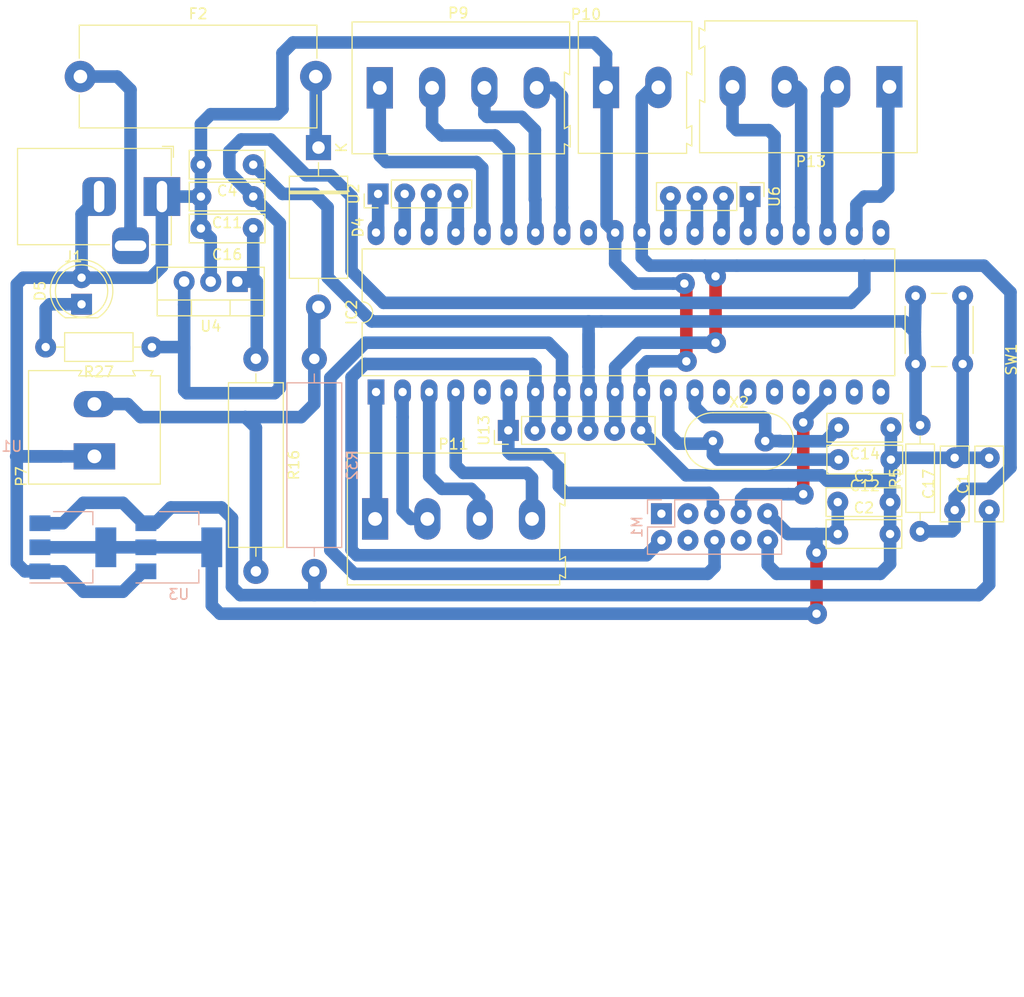
<source format=kicad_pcb>
(kicad_pcb (version 20171130) (host pcbnew 5.1.5)

  (general
    (thickness 630)
    (drawings 4)
    (tracks 349)
    (zones 0)
    (modules 32)
    (nets 50)
  )

  (page A4)
  (layers
    (0 F.Cu signal)
    (31 B.Cu signal)
    (32 B.Adhes user)
    (33 F.Adhes user)
    (34 B.Paste user)
    (35 F.Paste user)
    (36 B.SilkS user)
    (37 F.SilkS user)
    (38 B.Mask user)
    (39 F.Mask user)
    (40 Dwgs.User user)
    (41 Cmts.User user)
    (42 Eco1.User user)
    (43 Eco2.User user)
    (44 Edge.Cuts user)
    (45 Margin user)
    (46 B.CrtYd user)
    (47 F.CrtYd user)
    (48 B.Fab user)
    (49 F.Fab user)
  )

  (setup
    (last_trace_width 1.2)
    (user_trace_width 1.2)
    (trace_clearance 0.2)
    (zone_clearance 0.508)
    (zone_45_only no)
    (trace_min 0.2)
    (via_size 0.8)
    (via_drill 0.4)
    (via_min_size 0.4)
    (via_min_drill 0.3)
    (uvia_size 0.3)
    (uvia_drill 0.1)
    (uvias_allowed no)
    (uvia_min_size 0.2)
    (uvia_min_drill 0.1)
    (edge_width 0.12)
    (segment_width 0.12)
    (pcb_text_width 0.3)
    (pcb_text_size 1.5 1.5)
    (mod_edge_width 0.12)
    (mod_text_size 1 1)
    (mod_text_width 0.15)
    (pad_size 2 2)
    (pad_drill 0.8)
    (pad_to_mask_clearance 0.051)
    (solder_mask_min_width 0.25)
    (aux_axis_origin 0 0)
    (visible_elements FFFFFF7F)
    (pcbplotparams
      (layerselection 0x010fc_ffffffff)
      (usegerberextensions false)
      (usegerberattributes false)
      (usegerberadvancedattributes false)
      (creategerberjobfile false)
      (excludeedgelayer true)
      (linewidth 0.100000)
      (plotframeref false)
      (viasonmask false)
      (mode 1)
      (useauxorigin false)
      (hpglpennumber 1)
      (hpglpenspeed 20)
      (hpglpendiameter 15.000000)
      (psnegative false)
      (psa4output false)
      (plotreference true)
      (plotvalue true)
      (plotinvisibletext false)
      (padsonsilk false)
      (subtractmaskfromsilk false)
      (outputformat 1)
      (mirror false)
      (drillshape 1)
      (scaleselection 1)
      (outputdirectory ""))
  )

  (net 0 "")
  (net 1 GND)
  (net 2 "Net-(C1-Pad1)")
  (net 3 +3.3V)
  (net 4 /RESET)
  (net 5 VCC)
  (net 6 "Net-(C12-Pad2)")
  (net 7 "Net-(C14-Pad2)")
  (net 8 "Net-(C16-Pad1)")
  (net 9 "Net-(D4-Pad1)")
  (net 10 +12V)
  (net 11 "Net-(D5-Pad1)")
  (net 12 "Net-(F2-Pad1)")
  (net 13 "Net-(IC2-Pad1)")
  (net 14 "Net-(IC2-Pad22)")
  (net 15 "Net-(IC2-Pad2)")
  (net 16 "Net-(IC2-Pad23)")
  (net 17 "Net-(IC2-Pad3)")
  (net 18 "Net-(IC2-Pad24)")
  (net 19 "Net-(IC2-Pad4)")
  (net 20 "Net-(IC2-Pad25)")
  (net 21 "Net-(IC2-Pad5)")
  (net 22 "Net-(IC2-Pad26)")
  (net 23 /si)
  (net 24 "Net-(IC2-Pad27)")
  (net 25 /so)
  (net 26 "Net-(IC2-Pad28)")
  (net 27 /sck)
  (net 28 "Net-(IC2-Pad29)")
  (net 29 "Net-(IC2-Pad32)")
  (net 30 "Net-(IC2-Pad33)")
  (net 31 "Net-(IC2-Pad34)")
  (net 32 /RX)
  (net 33 "Net-(IC2-Pad35)")
  (net 34 /TX)
  (net 35 "Net-(IC2-Pad36)")
  (net 36 "Net-(IC2-Pad16)")
  (net 37 "Net-(IC2-Pad37)")
  (net 38 "Net-(IC2-Pad17)")
  (net 39 "Net-(IC2-Pad38)")
  (net 40 "/CS(PD4)")
  (net 41 "Net-(IC2-Pad39)")
  (net 42 "Net-(IC2-Pad19)")
  (net 43 "Net-(IC2-Pad40)")
  (net 44 /RST)
  (net 45 /EN)
  (net 46 "Net-(M1-Pad1)")
  (net 47 "Net-(M1-Pad3)")
  (net 48 "Net-(M1-Pad4)")
  (net 49 "Net-(M1-Pad8)")

  (net_class Default "This is the default net class."
    (clearance 0.2)
    (trace_width 0.25)
    (via_dia 0.8)
    (via_drill 0.4)
    (uvia_dia 0.3)
    (uvia_drill 0.1)
    (add_net +12V)
    (add_net +3.3V)
    (add_net "/CS(PD4)")
    (add_net /EN)
    (add_net /RESET)
    (add_net /RST)
    (add_net /RX)
    (add_net /TX)
    (add_net /sck)
    (add_net /si)
    (add_net /so)
    (add_net GND)
    (add_net "Net-(C1-Pad1)")
    (add_net "Net-(C12-Pad2)")
    (add_net "Net-(C14-Pad2)")
    (add_net "Net-(C16-Pad1)")
    (add_net "Net-(D4-Pad1)")
    (add_net "Net-(D5-Pad1)")
    (add_net "Net-(F2-Pad1)")
    (add_net "Net-(IC2-Pad1)")
    (add_net "Net-(IC2-Pad16)")
    (add_net "Net-(IC2-Pad17)")
    (add_net "Net-(IC2-Pad19)")
    (add_net "Net-(IC2-Pad2)")
    (add_net "Net-(IC2-Pad22)")
    (add_net "Net-(IC2-Pad23)")
    (add_net "Net-(IC2-Pad24)")
    (add_net "Net-(IC2-Pad25)")
    (add_net "Net-(IC2-Pad26)")
    (add_net "Net-(IC2-Pad27)")
    (add_net "Net-(IC2-Pad28)")
    (add_net "Net-(IC2-Pad29)")
    (add_net "Net-(IC2-Pad3)")
    (add_net "Net-(IC2-Pad32)")
    (add_net "Net-(IC2-Pad33)")
    (add_net "Net-(IC2-Pad34)")
    (add_net "Net-(IC2-Pad35)")
    (add_net "Net-(IC2-Pad36)")
    (add_net "Net-(IC2-Pad37)")
    (add_net "Net-(IC2-Pad38)")
    (add_net "Net-(IC2-Pad39)")
    (add_net "Net-(IC2-Pad4)")
    (add_net "Net-(IC2-Pad40)")
    (add_net "Net-(IC2-Pad5)")
    (add_net "Net-(M1-Pad1)")
    (add_net "Net-(M1-Pad3)")
    (add_net "Net-(M1-Pad4)")
    (add_net "Net-(M1-Pad8)")
    (add_net VCC)
  )

  (module Capacitor_THT:C_Disc_D7.0mm_W2.5mm_P5.00mm (layer F.Cu) (tedit 5AE50EF0) (tstamp 5E503B47)
    (at 167.132 107.442)
    (descr "C, Disc series, Radial, pin pitch=5.00mm, , diameter*width=7*2.5mm^2, Capacitor, http://cdn-reichelt.de/documents/datenblatt/B300/DS_KERKO_TC.pdf")
    (tags "C Disc series Radial pin pitch 5.00mm  diameter 7mm width 2.5mm Capacitor")
    (path /58653698)
    (fp_text reference C2 (at 2.5 -2.5) (layer F.SilkS)
      (effects (font (size 1 1) (thickness 0.15)))
    )
    (fp_text value CP1 (at 2.5 2.5) (layer F.Fab)
      (effects (font (size 1 1) (thickness 0.15)))
    )
    (fp_text user %R (at 2.5 0) (layer F.Fab)
      (effects (font (size 1 1) (thickness 0.15)))
    )
    (fp_line (start 6.25 -1.5) (end -1.25 -1.5) (layer F.CrtYd) (width 0.05))
    (fp_line (start 6.25 1.5) (end 6.25 -1.5) (layer F.CrtYd) (width 0.05))
    (fp_line (start -1.25 1.5) (end 6.25 1.5) (layer F.CrtYd) (width 0.05))
    (fp_line (start -1.25 -1.5) (end -1.25 1.5) (layer F.CrtYd) (width 0.05))
    (fp_line (start 6.12 -1.37) (end 6.12 1.37) (layer F.SilkS) (width 0.12))
    (fp_line (start -1.12 -1.37) (end -1.12 1.37) (layer F.SilkS) (width 0.12))
    (fp_line (start -1.12 1.37) (end 6.12 1.37) (layer F.SilkS) (width 0.12))
    (fp_line (start -1.12 -1.37) (end 6.12 -1.37) (layer F.SilkS) (width 0.12))
    (fp_line (start 6 -1.25) (end -1 -1.25) (layer F.Fab) (width 0.1))
    (fp_line (start 6 1.25) (end 6 -1.25) (layer F.Fab) (width 0.1))
    (fp_line (start -1 1.25) (end 6 1.25) (layer F.Fab) (width 0.1))
    (fp_line (start -1 -1.25) (end -1 1.25) (layer F.Fab) (width 0.1))
    (pad 2 thru_hole circle (at 5 0) (size 2 2) (drill 0.8) (layers *.Cu *.Mask)
      (net 1 GND))
    (pad 1 thru_hole circle (at 0 0) (size 2 2) (drill 0.8) (layers *.Cu *.Mask)
      (net 3 +3.3V))
    (model ${KISYS3DMOD}/Capacitor_THT.3dshapes/C_Disc_D7.0mm_W2.5mm_P5.00mm.wrl
      (at (xyz 0 0 0))
      (scale (xyz 1 1 1))
      (rotate (xyz 0 0 0))
    )
  )

  (module Button_Switch_THT:SW_PUSH_6mm_H7.3mm (layer F.Cu) (tedit 5E5043DB) (tstamp 5E46F3F0)
    (at 179.07 84.686 270)
    (descr "tactile push button, 6x6mm e.g. PHAP33xx series, height=7.3mm")
    (tags "tact sw push 6mm")
    (path /586A1BDA)
    (fp_text reference SW1 (at 6.08 -4.66 90) (layer F.SilkS)
      (effects (font (size 1 1) (thickness 0.15)))
    )
    (fp_text value SW_PUSH (at 6.62 9.93 90) (layer F.Fab)
      (effects (font (size 1 1) (thickness 0.15)))
    )
    (fp_circle (center 3.25 2.25) (end 1.25 2.5) (layer F.Fab) (width 0.1))
    (fp_line (start 6.75 3) (end 6.75 1.5) (layer F.SilkS) (width 0.12))
    (fp_line (start 5.5 -1) (end 1 -1) (layer F.SilkS) (width 0.12))
    (fp_line (start -0.25 1.5) (end -0.25 3) (layer F.SilkS) (width 0.12))
    (fp_line (start 1 5.5) (end 5.5 5.5) (layer F.SilkS) (width 0.12))
    (fp_line (start 8 -1.25) (end 8 5.75) (layer F.CrtYd) (width 0.05))
    (fp_line (start 7.75 6) (end -1.25 6) (layer F.CrtYd) (width 0.05))
    (fp_line (start -1.5 5.75) (end -1.5 -1.25) (layer F.CrtYd) (width 0.05))
    (fp_line (start -1.25 -1.5) (end 7.75 -1.5) (layer F.CrtYd) (width 0.05))
    (fp_line (start -1.5 6) (end -1.25 6) (layer F.CrtYd) (width 0.05))
    (fp_line (start -1.5 5.75) (end -1.5 6) (layer F.CrtYd) (width 0.05))
    (fp_line (start -1.5 -1.5) (end -1.25 -1.5) (layer F.CrtYd) (width 0.05))
    (fp_line (start -1.5 -1.25) (end -1.5 -1.5) (layer F.CrtYd) (width 0.05))
    (fp_line (start 8 -1.5) (end 8 -1.25) (layer F.CrtYd) (width 0.05))
    (fp_line (start 7.75 -1.5) (end 8 -1.5) (layer F.CrtYd) (width 0.05))
    (fp_line (start 8 6) (end 8 5.75) (layer F.CrtYd) (width 0.05))
    (fp_line (start 7.75 6) (end 8 6) (layer F.CrtYd) (width 0.05))
    (fp_line (start 0.25 -0.75) (end 3.25 -0.75) (layer F.Fab) (width 0.1))
    (fp_line (start 0.25 5.25) (end 0.25 -0.75) (layer F.Fab) (width 0.1))
    (fp_line (start 6.25 5.25) (end 0.25 5.25) (layer F.Fab) (width 0.1))
    (fp_line (start 6.25 -0.75) (end 6.25 5.25) (layer F.Fab) (width 0.1))
    (fp_line (start 3.25 -0.75) (end 6.25 -0.75) (layer F.Fab) (width 0.1))
    (fp_text user %R (at 6.35 2.54 90) (layer F.Fab)
      (effects (font (size 1 1) (thickness 0.15)))
    )
    (pad 1 thru_hole circle (at 6.5 0) (size 2 2) (drill 0.8) (layers *.Cu *.Mask)
      (net 1 GND))
    (pad 2 thru_hole circle (at 6.5 4.5) (size 2 2) (drill 0.8) (layers *.Cu *.Mask)
      (net 4 /RESET))
    (pad 1 thru_hole circle (at 0 0) (size 2 2) (drill 0.8) (layers *.Cu *.Mask)
      (net 1 GND))
    (pad 2 thru_hole circle (at 0 4.5) (size 2 2) (drill 0.8) (layers *.Cu *.Mask)
      (net 4 /RESET))
    (model ${KISYS3DMOD}/Button_Switch_THT.3dshapes/SW_PUSH_6mm_H7.3mm.wrl
      (at (xyz 0 0 0))
      (scale (xyz 1 1 1))
      (rotate (xyz 0 0 0))
    )
  )

  (module Package_DIP:DIP-40_W15.24mm_LongPads (layer F.Cu) (tedit 5E503F8F) (tstamp 5E46F09B)
    (at 122.99 93.866 90)
    (descr "40-lead though-hole mounted DIP package, row spacing 15.24 mm (600 mils), LongPads")
    (tags "THT DIP DIL PDIP 2.54mm 15.24mm 600mil LongPads")
    (path /5264D531)
    (fp_text reference IC2 (at 7.62 -2.33 90) (layer F.SilkS)
      (effects (font (size 1 1) (thickness 0.15)))
    )
    (fp_text value ATMEGA32-P (at 7.62 53.13 90) (layer F.Fab)
      (effects (font (size 1 1) (thickness 0.15)))
    )
    (fp_text user %R (at 7.62 25.4 90) (layer F.Fab)
      (effects (font (size 1 1) (thickness 0.15)))
    )
    (fp_line (start 16.7 -1.55) (end -1.5 -1.55) (layer F.CrtYd) (width 0.05))
    (fp_line (start 16.7 49.8) (end 16.7 -1.55) (layer F.CrtYd) (width 0.05))
    (fp_line (start -1.5 49.8) (end 16.7 49.8) (layer F.CrtYd) (width 0.05))
    (fp_line (start -1.5 -1.55) (end -1.5 49.8) (layer F.CrtYd) (width 0.05))
    (fp_line (start 13.68 -1.33) (end 8.62 -1.33) (layer F.SilkS) (width 0.12))
    (fp_line (start 13.68 49.59) (end 13.68 -1.33) (layer F.SilkS) (width 0.12))
    (fp_line (start 1.56 49.59) (end 13.68 49.59) (layer F.SilkS) (width 0.12))
    (fp_line (start 1.56 -1.33) (end 1.56 49.59) (layer F.SilkS) (width 0.12))
    (fp_line (start 6.62 -1.33) (end 1.56 -1.33) (layer F.SilkS) (width 0.12))
    (fp_line (start 0.255 -0.27) (end 1.255 -1.27) (layer F.Fab) (width 0.1))
    (fp_line (start 0.255 49.53) (end 0.255 -0.27) (layer F.Fab) (width 0.1))
    (fp_line (start 14.985 49.53) (end 0.255 49.53) (layer F.Fab) (width 0.1))
    (fp_line (start 14.985 -1.27) (end 14.985 49.53) (layer F.Fab) (width 0.1))
    (fp_line (start 1.255 -1.27) (end 14.985 -1.27) (layer F.Fab) (width 0.1))
    (fp_arc (start 7.62 -1.33) (end 6.62 -1.33) (angle -180) (layer F.SilkS) (width 0.12))
    (pad 40 thru_hole oval (at 15.24 0 90) (size 2.4 1.6) (drill 0.8) (layers *.Cu *.Mask)
      (net 43 "Net-(IC2-Pad40)"))
    (pad 20 thru_hole oval (at 0 48.26 90) (size 2.4 1.6) (drill 0.8) (layers *.Cu *.Mask)
      (net 44 /RST))
    (pad 39 thru_hole oval (at 15.24 2.54 90) (size 2.4 1.6) (drill 0.8) (layers *.Cu *.Mask)
      (net 41 "Net-(IC2-Pad39)"))
    (pad 19 thru_hole oval (at 0 45.72 90) (size 2.4 1.6) (drill 0.8) (layers *.Cu *.Mask)
      (net 42 "Net-(IC2-Pad19)"))
    (pad 38 thru_hole oval (at 15.24 5.08 90) (size 2.4 1.6) (drill 0.8) (layers *.Cu *.Mask)
      (net 39 "Net-(IC2-Pad38)"))
    (pad 18 thru_hole oval (at 0 43.18 90) (size 2.4 1.6) (drill 0.8) (layers *.Cu *.Mask)
      (net 40 "/CS(PD4)"))
    (pad 37 thru_hole oval (at 15.24 7.62 90) (size 2.4 1.6) (drill 0.8) (layers *.Cu *.Mask)
      (net 37 "Net-(IC2-Pad37)"))
    (pad 17 thru_hole oval (at 0 40.64 90) (size 2.4 1.6) (drill 0.8) (layers *.Cu *.Mask)
      (net 38 "Net-(IC2-Pad17)"))
    (pad 36 thru_hole oval (at 15.24 10.16 90) (size 2.4 1.6) (drill 0.8) (layers *.Cu *.Mask)
      (net 35 "Net-(IC2-Pad36)"))
    (pad 16 thru_hole oval (at 0 38.1 90) (size 2.4 1.6) (drill 0.8) (layers *.Cu *.Mask)
      (net 36 "Net-(IC2-Pad16)"))
    (pad 35 thru_hole oval (at 15.24 12.7 90) (size 2.4 1.6) (drill 0.8) (layers *.Cu *.Mask)
      (net 33 "Net-(IC2-Pad35)"))
    (pad 15 thru_hole oval (at 0 35.56 90) (size 2.4 1.6) (drill 0.8) (layers *.Cu *.Mask)
      (net 34 /TX))
    (pad 34 thru_hole oval (at 15.24 15.24 90) (size 2.4 1.6) (drill 0.8) (layers *.Cu *.Mask)
      (net 31 "Net-(IC2-Pad34)"))
    (pad 14 thru_hole oval (at 0 33.02 90) (size 2.4 1.6) (drill 0.8) (layers *.Cu *.Mask)
      (net 32 /RX))
    (pad 33 thru_hole oval (at 15.24 17.78 90) (size 2.4 1.6) (drill 0.8) (layers *.Cu *.Mask)
      (net 30 "Net-(IC2-Pad33)"))
    (pad 13 thru_hole oval (at 0 30.48 90) (size 2.4 1.6) (drill 0.8) (layers *.Cu *.Mask)
      (net 7 "Net-(C14-Pad2)"))
    (pad 32 thru_hole oval (at 15.24 20.32 90) (size 2.4 1.6) (drill 0.8) (layers *.Cu *.Mask)
      (net 29 "Net-(IC2-Pad32)"))
    (pad 12 thru_hole oval (at 0 27.94 90) (size 2.4 1.6) (drill 0.8) (layers *.Cu *.Mask)
      (net 6 "Net-(C12-Pad2)"))
    (pad 31 thru_hole oval (at 15.24 22.86 90) (size 2.4 1.6) (drill 0.8) (layers *.Cu *.Mask)
      (net 1 GND))
    (pad 11 thru_hole oval (at 0 25.4 90) (size 2.4 1.6) (drill 0.8) (layers *.Cu *.Mask)
      (net 1 GND))
    (pad 30 thru_hole oval (at 15.24 25.4 90) (size 2.4 1.6) (drill 0.8) (layers *.Cu *.Mask)
      (net 5 VCC))
    (pad 10 thru_hole oval (at 0 22.86 90) (size 2.4 1.6) (drill 0.8) (layers *.Cu *.Mask)
      (net 5 VCC))
    (pad 29 thru_hole oval (at 15.24 27.94 90) (size 2.4 1.6) (drill 0.8) (layers *.Cu *.Mask)
      (net 28 "Net-(IC2-Pad29)"))
    (pad 9 thru_hole oval (at 0 20.32 90) (size 2.4 1.6) (drill 0.8) (layers *.Cu *.Mask)
      (net 4 /RESET))
    (pad 28 thru_hole oval (at 15.24 30.48 90) (size 2.4 1.6) (drill 0.8) (layers *.Cu *.Mask)
      (net 26 "Net-(IC2-Pad28)"))
    (pad 8 thru_hole oval (at 0 17.78 90) (size 2.4 1.6) (drill 0.8) (layers *.Cu *.Mask)
      (net 27 /sck))
    (pad 27 thru_hole oval (at 15.24 33.02 90) (size 2.4 1.6) (drill 0.8) (layers *.Cu *.Mask)
      (net 24 "Net-(IC2-Pad27)"))
    (pad 7 thru_hole oval (at 0 15.24 90) (size 2.4 1.6) (drill 0.8) (layers *.Cu *.Mask)
      (net 25 /so))
    (pad 26 thru_hole oval (at 15.24 35.56 90) (size 2.4 1.6) (drill 0.8) (layers *.Cu *.Mask)
      (net 22 "Net-(IC2-Pad26)"))
    (pad 6 thru_hole oval (at 0 12.7 90) (size 2.4 1.6) (drill 0.8) (layers *.Cu *.Mask)
      (net 23 /si))
    (pad 25 thru_hole oval (at 15.24 38.1 90) (size 2.4 1.6) (drill 0.8) (layers *.Cu *.Mask)
      (net 20 "Net-(IC2-Pad25)"))
    (pad 5 thru_hole oval (at 0 10.16 90) (size 2.4 1.6) (drill 0.8) (layers *.Cu *.Mask)
      (net 21 "Net-(IC2-Pad5)"))
    (pad 24 thru_hole oval (at 15.24 40.64 90) (size 2.4 1.6) (drill 0.8) (layers *.Cu *.Mask)
      (net 18 "Net-(IC2-Pad24)"))
    (pad 4 thru_hole oval (at 0 7.62 90) (size 2.4 1.6) (drill 0.8) (layers *.Cu *.Mask)
      (net 19 "Net-(IC2-Pad4)"))
    (pad 23 thru_hole oval (at 15.24 43.18 90) (size 2.4 1.6) (drill 0.8) (layers *.Cu *.Mask)
      (net 16 "Net-(IC2-Pad23)"))
    (pad 3 thru_hole oval (at 0 5.08 90) (size 2.4 1.6) (drill 0.8) (layers *.Cu *.Mask)
      (net 17 "Net-(IC2-Pad3)"))
    (pad 22 thru_hole oval (at 15.24 45.72 90) (size 2.4 1.6) (drill 0.8) (layers *.Cu *.Mask)
      (net 14 "Net-(IC2-Pad22)"))
    (pad 2 thru_hole oval (at 0 2.54 90) (size 2.4 1.6) (drill 0.8) (layers *.Cu *.Mask)
      (net 15 "Net-(IC2-Pad2)"))
    (pad 21 thru_hole oval (at 15.24 48.26 90) (size 2.4 1.6) (drill 0.8) (layers *.Cu *.Mask)
      (net 45 /EN))
    (pad 1 thru_hole rect (at 0 0 90) (size 2.4 1.6) (drill 0.8) (layers *.Cu *.Mask)
      (net 13 "Net-(IC2-Pad1)"))
    (model ${KISYS3DMOD}/Package_DIP.3dshapes/DIP-40_W15.24mm.wrl
      (at (xyz 0 0 0))
      (scale (xyz 1 1 1))
      (rotate (xyz 0 0 0))
    )
  )

  (module TerminalBlock:TerminalBlock_Altech_AK300-4_P5.00mm (layer F.Cu) (tedit 5E5041FA) (tstamp 5E47181E)
    (at 122.9 106)
    (descr "Altech AK300 terminal block, pitch 5.0mm, 45 degree angled, see http://www.mouser.com/ds/2/16/PCBMETRC-24178.pdf")
    (tags "Altech AK300 terminal block pitch 5.0mm")
    (path /586A0EFE)
    (fp_text reference P11 (at 7.5 -7.15) (layer F.SilkS)
      (effects (font (size 1 1) (thickness 0.15)))
    )
    (fp_text value Digit1 (at 7.45 7.45) (layer F.Fab)
      (effects (font (size 1 1) (thickness 0.15)))
    )
    (fp_arc (start -1.16 -4.65) (end -1.44 -4.13) (angle 104.2) (layer F.Fab) (width 0.1))
    (fp_arc (start -0.04 -3.71) (end -1.64 -5) (angle 100) (layer F.Fab) (width 0.1))
    (fp_arc (start 0.04 -6.07) (end 1.5 -4.12) (angle 75.5) (layer F.Fab) (width 0.1))
    (fp_arc (start 1 -4.59) (end 1.51 -5.05) (angle 90.5) (layer F.Fab) (width 0.1))
    (fp_arc (start 3.85 -4.65) (end 3.56 -4.13) (angle 104.2) (layer F.Fab) (width 0.1))
    (fp_arc (start 4.96 -3.71) (end 3.36 -5) (angle 100) (layer F.Fab) (width 0.1))
    (fp_arc (start 5.04 -6.07) (end 6.5 -4.12) (angle 75.5) (layer F.Fab) (width 0.1))
    (fp_arc (start 6.01 -4.59) (end 6.51 -5.05) (angle 90.5) (layer F.Fab) (width 0.1))
    (fp_arc (start 16.02 -4.59) (end 16.52 -5.05) (angle 90.5) (layer F.Fab) (width 0.1))
    (fp_arc (start 15.05 -6.07) (end 16.51 -4.12) (angle 75.5) (layer F.Fab) (width 0.1))
    (fp_arc (start 14.97 -3.71) (end 13.37 -5) (angle 100) (layer F.Fab) (width 0.1))
    (fp_arc (start 13.86 -4.65) (end 13.57 -4.13) (angle 104.2) (layer F.Fab) (width 0.1))
    (fp_arc (start 8.83 -4.65) (end 8.54 -4.13) (angle 104.2) (layer F.Fab) (width 0.1))
    (fp_arc (start 9.94 -3.71) (end 8.34 -5) (angle 100) (layer F.Fab) (width 0.1))
    (fp_arc (start 10.02 -6.07) (end 11.48 -4.12) (angle 75.5) (layer F.Fab) (width 0.1))
    (fp_arc (start 10.99 -4.59) (end 11.49 -5.05) (angle 90.5) (layer F.Fab) (width 0.1))
    (fp_line (start 18.35 6.47) (end -2.83 6.47) (layer F.CrtYd) (width 0.05))
    (fp_line (start 18.35 6.47) (end 18.35 -6.47) (layer F.CrtYd) (width 0.05))
    (fp_line (start -2.83 -6.47) (end -2.83 6.47) (layer F.CrtYd) (width 0.05))
    (fp_line (start -2.83 -6.47) (end 18.35 -6.47) (layer F.CrtYd) (width 0.05))
    (fp_line (start 3.34 -0.25) (end 6.64 -0.25) (layer F.Fab) (width 0.1))
    (fp_line (start 2.96 -0.25) (end 3.34 -0.25) (layer F.Fab) (width 0.1))
    (fp_line (start 7.02 -0.25) (end 6.64 -0.25) (layer F.Fab) (width 0.1))
    (fp_line (start 1.64 -0.25) (end -1.67 -0.25) (layer F.Fab) (width 0.1))
    (fp_line (start 2.02 -0.25) (end 1.64 -0.25) (layer F.Fab) (width 0.1))
    (fp_line (start -2.05 -0.25) (end -1.67 -0.25) (layer F.Fab) (width 0.1))
    (fp_line (start -1.51 -4.32) (end 1.53 -4.95) (layer F.Fab) (width 0.1))
    (fp_line (start -1.64 -4.45) (end 1.41 -5.08) (layer F.Fab) (width 0.1))
    (fp_line (start 3.49 -4.32) (end 6.54 -4.95) (layer F.Fab) (width 0.1))
    (fp_line (start 3.36 -4.45) (end 6.41 -5.08) (layer F.Fab) (width 0.1))
    (fp_line (start 2.02 -5.97) (end -2.05 -5.97) (layer F.Fab) (width 0.1))
    (fp_line (start -2.05 -3.43) (end -2.05 -5.97) (layer F.Fab) (width 0.1))
    (fp_line (start 2.02 -3.43) (end -2.05 -3.43) (layer F.Fab) (width 0.1))
    (fp_line (start 2.02 -3.43) (end 2.02 -5.97) (layer F.Fab) (width 0.1))
    (fp_line (start 7.02 -3.43) (end 2.96 -3.43) (layer F.Fab) (width 0.1))
    (fp_line (start 7.02 -5.97) (end 7.02 -3.43) (layer F.Fab) (width 0.1))
    (fp_line (start 2.96 -5.97) (end 7.02 -5.97) (layer F.Fab) (width 0.1))
    (fp_line (start 2.96 -3.43) (end 2.96 -5.97) (layer F.Fab) (width 0.1))
    (fp_line (start -2.58 -3.17) (end -2.58 -6.22) (layer F.Fab) (width 0.1))
    (fp_line (start -2.58 -0.64) (end -2.58 -3.17) (layer F.Fab) (width 0.1))
    (fp_line (start -2.58 6.22) (end -2.58 -0.64) (layer F.Fab) (width 0.1))
    (fp_line (start 6.64 0.51) (end 6.26 0.51) (layer F.Fab) (width 0.1))
    (fp_line (start 3.34 0.51) (end 3.72 0.51) (layer F.Fab) (width 0.1))
    (fp_line (start 1.64 0.51) (end 1.26 0.51) (layer F.Fab) (width 0.1))
    (fp_line (start -1.67 0.51) (end -1.28 0.51) (layer F.Fab) (width 0.1))
    (fp_line (start -1.67 3.68) (end -1.67 0.51) (layer F.Fab) (width 0.1))
    (fp_line (start 1.64 3.68) (end -1.67 3.68) (layer F.Fab) (width 0.1))
    (fp_line (start 1.64 3.68) (end 1.64 0.51) (layer F.Fab) (width 0.1))
    (fp_line (start 3.34 3.68) (end 3.34 0.51) (layer F.Fab) (width 0.1))
    (fp_line (start 6.64 3.68) (end 3.34 3.68) (layer F.Fab) (width 0.1))
    (fp_line (start 6.64 3.68) (end 6.64 0.51) (layer F.Fab) (width 0.1))
    (fp_line (start -2.05 4.32) (end -2.05 6.22) (layer F.Fab) (width 0.1))
    (fp_line (start 2.02 4.32) (end 2.02 -0.25) (layer F.Fab) (width 0.1))
    (fp_line (start 2.02 4.32) (end -2.05 4.32) (layer F.Fab) (width 0.1))
    (fp_line (start 7.02 4.32) (end 7.02 6.22) (layer F.Fab) (width 0.1))
    (fp_line (start 2.96 4.32) (end 2.96 -0.25) (layer F.Fab) (width 0.1))
    (fp_line (start 2.96 4.32) (end 7.02 4.32) (layer F.Fab) (width 0.1))
    (fp_line (start -2.05 6.22) (end 2.02 6.22) (layer F.Fab) (width 0.1))
    (fp_line (start -2.58 6.22) (end -2.05 6.22) (layer F.Fab) (width 0.1))
    (fp_line (start -2.05 -0.25) (end -2.05 4.32) (layer F.Fab) (width 0.1))
    (fp_line (start 2.02 6.22) (end 2.96 6.22) (layer F.Fab) (width 0.1))
    (fp_line (start 2.02 6.22) (end 2.02 4.32) (layer F.Fab) (width 0.1))
    (fp_line (start 2.96 6.22) (end 7.02 6.22) (layer F.Fab) (width 0.1))
    (fp_line (start 7.02 -0.25) (end 7.02 4.32) (layer F.Fab) (width 0.1))
    (fp_line (start 2.96 6.22) (end 2.96 4.32) (layer F.Fab) (width 0.1))
    (fp_line (start 12.95 4.06) (end 12.95 5.21) (layer F.Fab) (width 0.1))
    (fp_line (start 12.95 5.21) (end 12.95 6.22) (layer F.Fab) (width 0.1))
    (fp_line (start 3.72 2.54) (end 3.72 -0.25) (layer F.Fab) (width 0.1))
    (fp_line (start 3.72 -0.25) (end 6.26 -0.25) (layer F.Fab) (width 0.1))
    (fp_line (start 6.26 2.54) (end 6.26 -0.25) (layer F.Fab) (width 0.1))
    (fp_line (start 3.72 2.54) (end 6.26 2.54) (layer F.Fab) (width 0.1))
    (fp_line (start -1.28 2.54) (end -1.28 -0.25) (layer F.Fab) (width 0.1))
    (fp_line (start -1.28 -0.25) (end 1.26 -0.25) (layer F.Fab) (width 0.1))
    (fp_line (start 1.26 2.54) (end 1.26 -0.25) (layer F.Fab) (width 0.1))
    (fp_line (start -1.28 2.54) (end 1.26 2.54) (layer F.Fab) (width 0.1))
    (fp_line (start 13.73 2.54) (end 16.27 2.54) (layer F.Fab) (width 0.1))
    (fp_line (start 16.27 2.54) (end 16.27 -0.25) (layer F.Fab) (width 0.1))
    (fp_line (start 13.73 -0.25) (end 16.27 -0.25) (layer F.Fab) (width 0.1))
    (fp_line (start 13.73 2.54) (end 13.73 -0.25) (layer F.Fab) (width 0.1))
    (fp_line (start 17.59 -6.22) (end 17.59 -3.17) (layer F.Fab) (width 0.1))
    (fp_line (start 17.59 -6.22) (end 18.1 -6.22) (layer F.Fab) (width 0.1))
    (fp_line (start 18.1 -6.22) (end 18.1 -1.4) (layer F.Fab) (width 0.1))
    (fp_line (start 18.1 -1.4) (end 17.59 -1.65) (layer F.Fab) (width 0.1))
    (fp_line (start 18.1 5.46) (end 17.59 5.21) (layer F.Fab) (width 0.1))
    (fp_line (start 17.59 5.21) (end 17.59 6.22) (layer F.Fab) (width 0.1))
    (fp_line (start 18.1 3.81) (end 17.59 4.06) (layer F.Fab) (width 0.1))
    (fp_line (start 17.59 4.06) (end 17.59 5.21) (layer F.Fab) (width 0.1))
    (fp_line (start 18.1 3.81) (end 18.1 5.46) (layer F.Fab) (width 0.1))
    (fp_line (start 12.97 6.22) (end 12.97 4.32) (layer F.Fab) (width 0.1))
    (fp_line (start 17.03 -0.25) (end 17.03 4.32) (layer F.Fab) (width 0.1))
    (fp_line (start 17.03 6.22) (end 17.59 6.22) (layer F.Fab) (width 0.1))
    (fp_line (start 12.97 4.32) (end 17.03 4.32) (layer F.Fab) (width 0.1))
    (fp_line (start 17.03 4.32) (end 17.03 6.22) (layer F.Fab) (width 0.1))
    (fp_line (start 16.65 3.68) (end 16.65 0.51) (layer F.Fab) (width 0.1))
    (fp_line (start 16.65 3.68) (end 13.35 3.68) (layer F.Fab) (width 0.1))
    (fp_line (start 13.35 3.68) (end 13.35 0.51) (layer F.Fab) (width 0.1))
    (fp_line (start 13.35 0.51) (end 13.73 0.51) (layer F.Fab) (width 0.1))
    (fp_line (start 16.65 0.51) (end 16.27 0.51) (layer F.Fab) (width 0.1))
    (fp_line (start 17.59 -1.65) (end 17.59 -0.64) (layer F.Fab) (width 0.1))
    (fp_line (start 17.59 -0.64) (end 17.59 4.06) (layer F.Fab) (width 0.1))
    (fp_line (start 17.59 -3.17) (end 17.59 -1.65) (layer F.Fab) (width 0.1))
    (fp_line (start 12.97 -3.43) (end 12.97 -5.97) (layer F.Fab) (width 0.1))
    (fp_line (start 12.97 -5.97) (end 17.03 -5.97) (layer F.Fab) (width 0.1))
    (fp_line (start 17.03 -5.97) (end 17.03 -3.43) (layer F.Fab) (width 0.1))
    (fp_line (start 17.03 -3.43) (end 12.97 -3.43) (layer F.Fab) (width 0.1))
    (fp_line (start 13.37 -4.45) (end 16.42 -5.08) (layer F.Fab) (width 0.1))
    (fp_line (start 13.5 -4.32) (end 16.55 -4.95) (layer F.Fab) (width 0.1))
    (fp_line (start 17.03 -0.25) (end 16.65 -0.25) (layer F.Fab) (width 0.1))
    (fp_line (start 12.97 -0.25) (end 13.35 -0.25) (layer F.Fab) (width 0.1))
    (fp_line (start 13.35 -0.25) (end 16.65 -0.25) (layer F.Fab) (width 0.1))
    (fp_line (start 12.95 4) (end 12.95 -0.25) (layer F.Fab) (width 0.1))
    (fp_line (start 12.66 -0.64) (end -2.52 -0.64) (layer F.Fab) (width 0.1))
    (fp_line (start 17.74 -6.22) (end -2.58 -6.22) (layer F.Fab) (width 0.1))
    (fp_line (start 17.59 -3.05) (end -2.58 -3.05) (layer F.Fab) (width 0.1))
    (fp_line (start 13.17 6.22) (end 7.07 6.22) (layer F.Fab) (width 0.1))
    (fp_line (start 16.95 6.22) (end 13.02 6.22) (layer F.Fab) (width 0.1))
    (fp_line (start 7.99 -0.25) (end 12.05 -0.25) (layer F.Fab) (width 0.1))
    (fp_line (start 7.99 6.22) (end 7.99 -0.25) (layer F.Fab) (width 0.1))
    (fp_line (start 12.51 -0.64) (end 17.59 -0.64) (layer F.Fab) (width 0.1))
    (fp_line (start 11.67 0.51) (end 11.29 0.51) (layer F.Fab) (width 0.1))
    (fp_line (start 11.67 3.68) (end 11.67 0.51) (layer F.Fab) (width 0.1))
    (fp_line (start 8.37 3.68) (end 11.67 3.68) (layer F.Fab) (width 0.1))
    (fp_line (start 8.37 0.51) (end 8.37 3.68) (layer F.Fab) (width 0.1))
    (fp_line (start 8.37 0.51) (end 8.75 0.51) (layer F.Fab) (width 0.1))
    (fp_line (start 12.05 6.22) (end 12.05 -0.25) (layer F.Fab) (width 0.1))
    (fp_line (start 7.99 4.32) (end 12.05 4.32) (layer F.Fab) (width 0.1))
    (fp_line (start 8.47 -4.32) (end 11.52 -4.95) (layer F.Fab) (width 0.1))
    (fp_line (start 8.34 -4.45) (end 11.39 -5.08) (layer F.Fab) (width 0.1))
    (fp_line (start 12 -3.43) (end 7.94 -3.43) (layer F.Fab) (width 0.1))
    (fp_line (start 12 -5.97) (end 12 -3.43) (layer F.Fab) (width 0.1))
    (fp_line (start 7.94 -5.97) (end 12 -5.97) (layer F.Fab) (width 0.1))
    (fp_line (start 7.94 -3.43) (end 7.94 -5.97) (layer F.Fab) (width 0.1))
    (fp_line (start 11.29 2.54) (end 11.29 -0.25) (layer F.Fab) (width 0.1))
    (fp_line (start 8.75 2.54) (end 11.29 2.54) (layer F.Fab) (width 0.1))
    (fp_line (start 8.75 -0.25) (end 8.75 2.54) (layer F.Fab) (width 0.1))
    (fp_line (start -2.65 6.3) (end -2.65 -6.3) (layer F.SilkS) (width 0.12))
    (fp_line (start 17.65 6.3) (end -2.65 6.3) (layer F.SilkS) (width 0.12))
    (fp_line (start 17.65 5.35) (end 17.65 6.3) (layer F.SilkS) (width 0.12))
    (fp_line (start 18.2 5.65) (end 17.65 5.35) (layer F.SilkS) (width 0.12))
    (fp_line (start 18.2 3.6) (end 18.2 5.65) (layer F.SilkS) (width 0.12))
    (fp_line (start 17.65 3.9) (end 18.2 3.6) (layer F.SilkS) (width 0.12))
    (fp_line (start 17.65 -1.5) (end 17.65 3.9) (layer F.SilkS) (width 0.12))
    (fp_line (start 18.15 -1.25) (end 17.65 -1.5) (layer F.SilkS) (width 0.12))
    (fp_line (start 18.15 -6.3) (end 18.15 -1.25) (layer F.SilkS) (width 0.12))
    (fp_line (start -2.65 -6.3) (end 18.15 -6.3) (layer F.SilkS) (width 0.12))
    (fp_text user %R (at 7.5 -2) (layer F.Fab)
      (effects (font (size 1 1) (thickness 0.15)))
    )
    (pad 3 thru_hole oval (at 10 0) (size 2.5 3.96) (drill 1.32) (layers *.Cu *.Mask)
      (net 17 "Net-(IC2-Pad3)"))
    (pad 4 thru_hole oval (at 15 0) (size 2.5 3.96) (drill 1.32) (layers *.Cu *.Mask)
      (net 19 "Net-(IC2-Pad4)"))
    (pad 2 thru_hole oval (at 5 0) (size 2.5 3.96) (drill 1.32) (layers *.Cu *.Mask)
      (net 15 "Net-(IC2-Pad2)"))
    (pad 1 thru_hole rect (at 0 0) (size 2.5 3.96) (drill 1.32) (layers *.Cu *.Mask)
      (net 13 "Net-(IC2-Pad1)"))
    (model ${KISYS3DMOD}/TerminalBlock.3dshapes/TerminalBlock_Altech_AK300-4_P5.00mm.wrl
      (at (xyz 0 0 0))
      (scale (xyz 1 1 1))
      (rotate (xyz 0 0 0))
    )
  )

  (module Crystal:Resonator-2Pin_W10.0mm_H5.0mm (layer F.Cu) (tedit 5E50421A) (tstamp 5E46F497)
    (at 155.194 98.552)
    (descr "Ceramic Resomator/Filter 10.0x5.0 RedFrequency MG/MT/MX series, http://www.red-frequency.com/download/datenblatt/redfrequency-datenblatt-ir-zta.pdf, length*width=10.0x5.0mm^2 package, package length=10.0mm, package width=5.0mm, 2 pins")
    (tags "THT ceramic resonator filter")
    (path /5264D547)
    (fp_text reference X2 (at 2.5 -3.7) (layer F.SilkS)
      (effects (font (size 1 1) (thickness 0.15)))
    )
    (fp_text value XTAL (at 2.5 3.7) (layer F.Fab)
      (effects (font (size 1 1) (thickness 0.15)))
    )
    (fp_arc (start 5 0) (end 5 -2.7) (angle 180) (layer F.SilkS) (width 0.12))
    (fp_arc (start 0 0) (end 0 -2.7) (angle -180) (layer F.SilkS) (width 0.12))
    (fp_arc (start 5 0) (end 5 -2.5) (angle 180) (layer F.Fab) (width 0.1))
    (fp_arc (start 0 0) (end 0 -2.5) (angle -180) (layer F.Fab) (width 0.1))
    (fp_arc (start 5 0) (end 5 -2.5) (angle 180) (layer F.Fab) (width 0.1))
    (fp_arc (start 0 0) (end 0 -2.5) (angle -180) (layer F.Fab) (width 0.1))
    (fp_line (start 8 -3) (end -3 -3) (layer F.CrtYd) (width 0.05))
    (fp_line (start 8 3) (end 8 -3) (layer F.CrtYd) (width 0.05))
    (fp_line (start -3 3) (end 8 3) (layer F.CrtYd) (width 0.05))
    (fp_line (start -3 -3) (end -3 3) (layer F.CrtYd) (width 0.05))
    (fp_line (start 0 2.7) (end 5 2.7) (layer F.SilkS) (width 0.12))
    (fp_line (start 0 -2.7) (end 5 -2.7) (layer F.SilkS) (width 0.12))
    (fp_line (start 0 2.5) (end 5 2.5) (layer F.Fab) (width 0.1))
    (fp_line (start 0 -2.5) (end 5 -2.5) (layer F.Fab) (width 0.1))
    (fp_line (start 0 2.5) (end 5 2.5) (layer F.Fab) (width 0.1))
    (fp_line (start 0 -2.5) (end 5 -2.5) (layer F.Fab) (width 0.1))
    (fp_text user %R (at 2.5 0) (layer F.Fab)
      (effects (font (size 1 1) (thickness 0.15)))
    )
    (pad 2 thru_hole circle (at 5 0) (size 2 2) (drill 0.8) (layers *.Cu *.Mask)
      (net 7 "Net-(C14-Pad2)"))
    (pad 1 thru_hole circle (at 0 0) (size 2 2) (drill 0.8) (layers *.Cu *.Mask)
      (net 6 "Net-(C12-Pad2)"))
    (model ${KISYS3DMOD}/Crystal.3dshapes/Resonator-2Pin_W10.0mm_H5.0mm.wrl
      (at (xyz 0 0 0))
      (scale (xyz 1 1 1))
      (rotate (xyz 0 0 0))
    )
  )

  (module TerminalBlock:TerminalBlock_Altech_AK300-4_P5.00mm (layer F.Cu) (tedit 59FF0306) (tstamp 5E4FF7B9)
    (at 123.35 64.79)
    (descr "Altech AK300 terminal block, pitch 5.0mm, 45 degree angled, see http://www.mouser.com/ds/2/16/PCBMETRC-24178.pdf")
    (tags "Altech AK300 terminal block pitch 5.0mm")
    (path /586A0ECF)
    (fp_text reference P9 (at 7.5 -7.15) (layer F.SilkS)
      (effects (font (size 1 1) (thickness 0.15)))
    )
    (fp_text value Digit2 (at 7.45 7.45) (layer F.Fab)
      (effects (font (size 1 1) (thickness 0.15)))
    )
    (fp_text user %R (at 7.5 -2) (layer F.Fab)
      (effects (font (size 1 1) (thickness 0.15)))
    )
    (fp_line (start -2.65 -6.3) (end 18.15 -6.3) (layer F.SilkS) (width 0.12))
    (fp_line (start 18.15 -6.3) (end 18.15 -1.25) (layer F.SilkS) (width 0.12))
    (fp_line (start 18.15 -1.25) (end 17.65 -1.5) (layer F.SilkS) (width 0.12))
    (fp_line (start 17.65 -1.5) (end 17.65 3.9) (layer F.SilkS) (width 0.12))
    (fp_line (start 17.65 3.9) (end 18.2 3.6) (layer F.SilkS) (width 0.12))
    (fp_line (start 18.2 3.6) (end 18.2 5.65) (layer F.SilkS) (width 0.12))
    (fp_line (start 18.2 5.65) (end 17.65 5.35) (layer F.SilkS) (width 0.12))
    (fp_line (start 17.65 5.35) (end 17.65 6.3) (layer F.SilkS) (width 0.12))
    (fp_line (start 17.65 6.3) (end -2.65 6.3) (layer F.SilkS) (width 0.12))
    (fp_line (start -2.65 6.3) (end -2.65 -6.3) (layer F.SilkS) (width 0.12))
    (fp_line (start 8.75 -0.25) (end 8.75 2.54) (layer F.Fab) (width 0.1))
    (fp_line (start 8.75 2.54) (end 11.29 2.54) (layer F.Fab) (width 0.1))
    (fp_line (start 11.29 2.54) (end 11.29 -0.25) (layer F.Fab) (width 0.1))
    (fp_line (start 7.94 -3.43) (end 7.94 -5.97) (layer F.Fab) (width 0.1))
    (fp_line (start 7.94 -5.97) (end 12 -5.97) (layer F.Fab) (width 0.1))
    (fp_line (start 12 -5.97) (end 12 -3.43) (layer F.Fab) (width 0.1))
    (fp_line (start 12 -3.43) (end 7.94 -3.43) (layer F.Fab) (width 0.1))
    (fp_line (start 8.34 -4.45) (end 11.39 -5.08) (layer F.Fab) (width 0.1))
    (fp_line (start 8.47 -4.32) (end 11.52 -4.95) (layer F.Fab) (width 0.1))
    (fp_line (start 7.99 4.32) (end 12.05 4.32) (layer F.Fab) (width 0.1))
    (fp_line (start 12.05 6.22) (end 12.05 -0.25) (layer F.Fab) (width 0.1))
    (fp_line (start 8.37 0.51) (end 8.75 0.51) (layer F.Fab) (width 0.1))
    (fp_line (start 8.37 0.51) (end 8.37 3.68) (layer F.Fab) (width 0.1))
    (fp_line (start 8.37 3.68) (end 11.67 3.68) (layer F.Fab) (width 0.1))
    (fp_line (start 11.67 3.68) (end 11.67 0.51) (layer F.Fab) (width 0.1))
    (fp_line (start 11.67 0.51) (end 11.29 0.51) (layer F.Fab) (width 0.1))
    (fp_line (start 12.51 -0.64) (end 17.59 -0.64) (layer F.Fab) (width 0.1))
    (fp_line (start 7.99 6.22) (end 7.99 -0.25) (layer F.Fab) (width 0.1))
    (fp_line (start 7.99 -0.25) (end 12.05 -0.25) (layer F.Fab) (width 0.1))
    (fp_line (start 16.95 6.22) (end 13.02 6.22) (layer F.Fab) (width 0.1))
    (fp_line (start 13.17 6.22) (end 7.07 6.22) (layer F.Fab) (width 0.1))
    (fp_line (start 17.59 -3.05) (end -2.58 -3.05) (layer F.Fab) (width 0.1))
    (fp_line (start 17.74 -6.22) (end -2.58 -6.22) (layer F.Fab) (width 0.1))
    (fp_line (start 12.66 -0.64) (end -2.52 -0.64) (layer F.Fab) (width 0.1))
    (fp_line (start 12.95 4) (end 12.95 -0.25) (layer F.Fab) (width 0.1))
    (fp_line (start 13.35 -0.25) (end 16.65 -0.25) (layer F.Fab) (width 0.1))
    (fp_line (start 12.97 -0.25) (end 13.35 -0.25) (layer F.Fab) (width 0.1))
    (fp_line (start 17.03 -0.25) (end 16.65 -0.25) (layer F.Fab) (width 0.1))
    (fp_line (start 13.5 -4.32) (end 16.55 -4.95) (layer F.Fab) (width 0.1))
    (fp_line (start 13.37 -4.45) (end 16.42 -5.08) (layer F.Fab) (width 0.1))
    (fp_line (start 17.03 -3.43) (end 12.97 -3.43) (layer F.Fab) (width 0.1))
    (fp_line (start 17.03 -5.97) (end 17.03 -3.43) (layer F.Fab) (width 0.1))
    (fp_line (start 12.97 -5.97) (end 17.03 -5.97) (layer F.Fab) (width 0.1))
    (fp_line (start 12.97 -3.43) (end 12.97 -5.97) (layer F.Fab) (width 0.1))
    (fp_line (start 17.59 -3.17) (end 17.59 -1.65) (layer F.Fab) (width 0.1))
    (fp_line (start 17.59 -0.64) (end 17.59 4.06) (layer F.Fab) (width 0.1))
    (fp_line (start 17.59 -1.65) (end 17.59 -0.64) (layer F.Fab) (width 0.1))
    (fp_line (start 16.65 0.51) (end 16.27 0.51) (layer F.Fab) (width 0.1))
    (fp_line (start 13.35 0.51) (end 13.73 0.51) (layer F.Fab) (width 0.1))
    (fp_line (start 13.35 3.68) (end 13.35 0.51) (layer F.Fab) (width 0.1))
    (fp_line (start 16.65 3.68) (end 13.35 3.68) (layer F.Fab) (width 0.1))
    (fp_line (start 16.65 3.68) (end 16.65 0.51) (layer F.Fab) (width 0.1))
    (fp_line (start 17.03 4.32) (end 17.03 6.22) (layer F.Fab) (width 0.1))
    (fp_line (start 12.97 4.32) (end 17.03 4.32) (layer F.Fab) (width 0.1))
    (fp_line (start 17.03 6.22) (end 17.59 6.22) (layer F.Fab) (width 0.1))
    (fp_line (start 17.03 -0.25) (end 17.03 4.32) (layer F.Fab) (width 0.1))
    (fp_line (start 12.97 6.22) (end 12.97 4.32) (layer F.Fab) (width 0.1))
    (fp_line (start 18.1 3.81) (end 18.1 5.46) (layer F.Fab) (width 0.1))
    (fp_line (start 17.59 4.06) (end 17.59 5.21) (layer F.Fab) (width 0.1))
    (fp_line (start 18.1 3.81) (end 17.59 4.06) (layer F.Fab) (width 0.1))
    (fp_line (start 17.59 5.21) (end 17.59 6.22) (layer F.Fab) (width 0.1))
    (fp_line (start 18.1 5.46) (end 17.59 5.21) (layer F.Fab) (width 0.1))
    (fp_line (start 18.1 -1.4) (end 17.59 -1.65) (layer F.Fab) (width 0.1))
    (fp_line (start 18.1 -6.22) (end 18.1 -1.4) (layer F.Fab) (width 0.1))
    (fp_line (start 17.59 -6.22) (end 18.1 -6.22) (layer F.Fab) (width 0.1))
    (fp_line (start 17.59 -6.22) (end 17.59 -3.17) (layer F.Fab) (width 0.1))
    (fp_line (start 13.73 2.54) (end 13.73 -0.25) (layer F.Fab) (width 0.1))
    (fp_line (start 13.73 -0.25) (end 16.27 -0.25) (layer F.Fab) (width 0.1))
    (fp_line (start 16.27 2.54) (end 16.27 -0.25) (layer F.Fab) (width 0.1))
    (fp_line (start 13.73 2.54) (end 16.27 2.54) (layer F.Fab) (width 0.1))
    (fp_line (start -1.28 2.54) (end 1.26 2.54) (layer F.Fab) (width 0.1))
    (fp_line (start 1.26 2.54) (end 1.26 -0.25) (layer F.Fab) (width 0.1))
    (fp_line (start -1.28 -0.25) (end 1.26 -0.25) (layer F.Fab) (width 0.1))
    (fp_line (start -1.28 2.54) (end -1.28 -0.25) (layer F.Fab) (width 0.1))
    (fp_line (start 3.72 2.54) (end 6.26 2.54) (layer F.Fab) (width 0.1))
    (fp_line (start 6.26 2.54) (end 6.26 -0.25) (layer F.Fab) (width 0.1))
    (fp_line (start 3.72 -0.25) (end 6.26 -0.25) (layer F.Fab) (width 0.1))
    (fp_line (start 3.72 2.54) (end 3.72 -0.25) (layer F.Fab) (width 0.1))
    (fp_line (start 12.95 5.21) (end 12.95 6.22) (layer F.Fab) (width 0.1))
    (fp_line (start 12.95 4.06) (end 12.95 5.21) (layer F.Fab) (width 0.1))
    (fp_line (start 2.96 6.22) (end 2.96 4.32) (layer F.Fab) (width 0.1))
    (fp_line (start 7.02 -0.25) (end 7.02 4.32) (layer F.Fab) (width 0.1))
    (fp_line (start 2.96 6.22) (end 7.02 6.22) (layer F.Fab) (width 0.1))
    (fp_line (start 2.02 6.22) (end 2.02 4.32) (layer F.Fab) (width 0.1))
    (fp_line (start 2.02 6.22) (end 2.96 6.22) (layer F.Fab) (width 0.1))
    (fp_line (start -2.05 -0.25) (end -2.05 4.32) (layer F.Fab) (width 0.1))
    (fp_line (start -2.58 6.22) (end -2.05 6.22) (layer F.Fab) (width 0.1))
    (fp_line (start -2.05 6.22) (end 2.02 6.22) (layer F.Fab) (width 0.1))
    (fp_line (start 2.96 4.32) (end 7.02 4.32) (layer F.Fab) (width 0.1))
    (fp_line (start 2.96 4.32) (end 2.96 -0.25) (layer F.Fab) (width 0.1))
    (fp_line (start 7.02 4.32) (end 7.02 6.22) (layer F.Fab) (width 0.1))
    (fp_line (start 2.02 4.32) (end -2.05 4.32) (layer F.Fab) (width 0.1))
    (fp_line (start 2.02 4.32) (end 2.02 -0.25) (layer F.Fab) (width 0.1))
    (fp_line (start -2.05 4.32) (end -2.05 6.22) (layer F.Fab) (width 0.1))
    (fp_line (start 6.64 3.68) (end 6.64 0.51) (layer F.Fab) (width 0.1))
    (fp_line (start 6.64 3.68) (end 3.34 3.68) (layer F.Fab) (width 0.1))
    (fp_line (start 3.34 3.68) (end 3.34 0.51) (layer F.Fab) (width 0.1))
    (fp_line (start 1.64 3.68) (end 1.64 0.51) (layer F.Fab) (width 0.1))
    (fp_line (start 1.64 3.68) (end -1.67 3.68) (layer F.Fab) (width 0.1))
    (fp_line (start -1.67 3.68) (end -1.67 0.51) (layer F.Fab) (width 0.1))
    (fp_line (start -1.67 0.51) (end -1.28 0.51) (layer F.Fab) (width 0.1))
    (fp_line (start 1.64 0.51) (end 1.26 0.51) (layer F.Fab) (width 0.1))
    (fp_line (start 3.34 0.51) (end 3.72 0.51) (layer F.Fab) (width 0.1))
    (fp_line (start 6.64 0.51) (end 6.26 0.51) (layer F.Fab) (width 0.1))
    (fp_line (start -2.58 6.22) (end -2.58 -0.64) (layer F.Fab) (width 0.1))
    (fp_line (start -2.58 -0.64) (end -2.58 -3.17) (layer F.Fab) (width 0.1))
    (fp_line (start -2.58 -3.17) (end -2.58 -6.22) (layer F.Fab) (width 0.1))
    (fp_line (start 2.96 -3.43) (end 2.96 -5.97) (layer F.Fab) (width 0.1))
    (fp_line (start 2.96 -5.97) (end 7.02 -5.97) (layer F.Fab) (width 0.1))
    (fp_line (start 7.02 -5.97) (end 7.02 -3.43) (layer F.Fab) (width 0.1))
    (fp_line (start 7.02 -3.43) (end 2.96 -3.43) (layer F.Fab) (width 0.1))
    (fp_line (start 2.02 -3.43) (end 2.02 -5.97) (layer F.Fab) (width 0.1))
    (fp_line (start 2.02 -3.43) (end -2.05 -3.43) (layer F.Fab) (width 0.1))
    (fp_line (start -2.05 -3.43) (end -2.05 -5.97) (layer F.Fab) (width 0.1))
    (fp_line (start 2.02 -5.97) (end -2.05 -5.97) (layer F.Fab) (width 0.1))
    (fp_line (start 3.36 -4.45) (end 6.41 -5.08) (layer F.Fab) (width 0.1))
    (fp_line (start 3.49 -4.32) (end 6.54 -4.95) (layer F.Fab) (width 0.1))
    (fp_line (start -1.64 -4.45) (end 1.41 -5.08) (layer F.Fab) (width 0.1))
    (fp_line (start -1.51 -4.32) (end 1.53 -4.95) (layer F.Fab) (width 0.1))
    (fp_line (start -2.05 -0.25) (end -1.67 -0.25) (layer F.Fab) (width 0.1))
    (fp_line (start 2.02 -0.25) (end 1.64 -0.25) (layer F.Fab) (width 0.1))
    (fp_line (start 1.64 -0.25) (end -1.67 -0.25) (layer F.Fab) (width 0.1))
    (fp_line (start 7.02 -0.25) (end 6.64 -0.25) (layer F.Fab) (width 0.1))
    (fp_line (start 2.96 -0.25) (end 3.34 -0.25) (layer F.Fab) (width 0.1))
    (fp_line (start 3.34 -0.25) (end 6.64 -0.25) (layer F.Fab) (width 0.1))
    (fp_line (start -2.83 -6.47) (end 18.35 -6.47) (layer F.CrtYd) (width 0.05))
    (fp_line (start -2.83 -6.47) (end -2.83 6.47) (layer F.CrtYd) (width 0.05))
    (fp_line (start 18.35 6.47) (end 18.35 -6.47) (layer F.CrtYd) (width 0.05))
    (fp_line (start 18.35 6.47) (end -2.83 6.47) (layer F.CrtYd) (width 0.05))
    (fp_arc (start 10.99 -4.59) (end 11.49 -5.05) (angle 90.5) (layer F.Fab) (width 0.1))
    (fp_arc (start 10.02 -6.07) (end 11.48 -4.12) (angle 75.5) (layer F.Fab) (width 0.1))
    (fp_arc (start 9.94 -3.71) (end 8.34 -5) (angle 100) (layer F.Fab) (width 0.1))
    (fp_arc (start 8.83 -4.65) (end 8.54 -4.13) (angle 104.2) (layer F.Fab) (width 0.1))
    (fp_arc (start 13.86 -4.65) (end 13.57 -4.13) (angle 104.2) (layer F.Fab) (width 0.1))
    (fp_arc (start 14.97 -3.71) (end 13.37 -5) (angle 100) (layer F.Fab) (width 0.1))
    (fp_arc (start 15.05 -6.07) (end 16.51 -4.12) (angle 75.5) (layer F.Fab) (width 0.1))
    (fp_arc (start 16.02 -4.59) (end 16.52 -5.05) (angle 90.5) (layer F.Fab) (width 0.1))
    (fp_arc (start 6.01 -4.59) (end 6.51 -5.05) (angle 90.5) (layer F.Fab) (width 0.1))
    (fp_arc (start 5.04 -6.07) (end 6.5 -4.12) (angle 75.5) (layer F.Fab) (width 0.1))
    (fp_arc (start 4.96 -3.71) (end 3.36 -5) (angle 100) (layer F.Fab) (width 0.1))
    (fp_arc (start 3.85 -4.65) (end 3.56 -4.13) (angle 104.2) (layer F.Fab) (width 0.1))
    (fp_arc (start 1 -4.59) (end 1.51 -5.05) (angle 90.5) (layer F.Fab) (width 0.1))
    (fp_arc (start 0.04 -6.07) (end 1.5 -4.12) (angle 75.5) (layer F.Fab) (width 0.1))
    (fp_arc (start -0.04 -3.71) (end -1.64 -5) (angle 100) (layer F.Fab) (width 0.1))
    (fp_arc (start -1.16 -4.65) (end -1.44 -4.13) (angle 104.2) (layer F.Fab) (width 0.1))
    (pad 1 thru_hole rect (at 0 0) (size 2.5 3.96) (drill 1.32) (layers *.Cu *.Mask)
      (net 35 "Net-(IC2-Pad36)"))
    (pad 2 thru_hole oval (at 5 0) (size 2.5 3.96) (drill 1.32) (layers *.Cu *.Mask)
      (net 33 "Net-(IC2-Pad35)"))
    (pad 4 thru_hole oval (at 15 0) (size 2.5 3.96) (drill 1.32) (layers *.Cu *.Mask)
      (net 30 "Net-(IC2-Pad33)"))
    (pad 3 thru_hole oval (at 10 0) (size 2.5 3.96) (drill 1.32) (layers *.Cu *.Mask)
      (net 31 "Net-(IC2-Pad34)"))
    (model ${KISYS3DMOD}/TerminalBlock.3dshapes/TerminalBlock_Altech_AK300-4_P5.00mm.wrl
      (at (xyz 0 0 0))
      (scale (xyz 1 1 1))
      (rotate (xyz 0 0 0))
    )
  )

  (module Connector_PinHeader_2.54mm:PinHeader_1x04_P2.54mm_Vertical (layer F.Cu) (tedit 5E50414B) (tstamp 5E470C06)
    (at 123.19 74.93 90)
    (descr "Through hole straight pin header, 1x04, 2.54mm pitch, single row")
    (tags "Through hole pin header THT 1x04 2.54mm single row")
    (path /55D4D221)
    (fp_text reference U2 (at 0 -2.33 90) (layer F.SilkS)
      (effects (font (size 1 1) (thickness 0.15)))
    )
    (fp_text value 4PIN (at 0 9.95 90) (layer F.Fab)
      (effects (font (size 1 1) (thickness 0.15)))
    )
    (fp_line (start -0.635 -1.27) (end 1.27 -1.27) (layer F.Fab) (width 0.1))
    (fp_line (start 1.27 -1.27) (end 1.27 8.89) (layer F.Fab) (width 0.1))
    (fp_line (start 1.27 8.89) (end -1.27 8.89) (layer F.Fab) (width 0.1))
    (fp_line (start -1.27 8.89) (end -1.27 -0.635) (layer F.Fab) (width 0.1))
    (fp_line (start -1.27 -0.635) (end -0.635 -1.27) (layer F.Fab) (width 0.1))
    (fp_line (start -1.33 8.95) (end 1.33 8.95) (layer F.SilkS) (width 0.12))
    (fp_line (start -1.33 1.27) (end -1.33 8.95) (layer F.SilkS) (width 0.12))
    (fp_line (start 1.33 1.27) (end 1.33 8.95) (layer F.SilkS) (width 0.12))
    (fp_line (start -1.33 1.27) (end 1.33 1.27) (layer F.SilkS) (width 0.12))
    (fp_line (start -1.33 0) (end -1.33 -1.33) (layer F.SilkS) (width 0.12))
    (fp_line (start -1.33 -1.33) (end 0 -1.33) (layer F.SilkS) (width 0.12))
    (fp_line (start -1.8 -1.8) (end -1.8 9.4) (layer F.CrtYd) (width 0.05))
    (fp_line (start -1.8 9.4) (end 1.8 9.4) (layer F.CrtYd) (width 0.05))
    (fp_line (start 1.8 9.4) (end 1.8 -1.8) (layer F.CrtYd) (width 0.05))
    (fp_line (start 1.8 -1.8) (end -1.8 -1.8) (layer F.CrtYd) (width 0.05))
    (fp_text user %R (at 0 3.81) (layer F.Fab)
      (effects (font (size 1 1) (thickness 0.15)))
    )
    (pad 1 thru_hole rect (at 0 0 90) (size 2 2) (drill 0.8) (layers *.Cu *.Mask)
      (net 43 "Net-(IC2-Pad40)"))
    (pad 2 thru_hole oval (at 0 2.54 90) (size 2 2) (drill 0.8) (layers *.Cu *.Mask)
      (net 41 "Net-(IC2-Pad39)"))
    (pad 3 thru_hole oval (at 0 5.08 90) (size 2 2) (drill 0.8) (layers *.Cu *.Mask)
      (net 39 "Net-(IC2-Pad38)"))
    (pad 4 thru_hole oval (at 0 7.62 90) (size 2 2) (drill 0.8) (layers *.Cu *.Mask)
      (net 37 "Net-(IC2-Pad37)"))
    (model ${KISYS3DMOD}/Connector_PinHeader_2.54mm.3dshapes/PinHeader_1x04_P2.54mm_Vertical.wrl
      (at (xyz 0 0 0))
      (scale (xyz 1 1 1))
      (rotate (xyz 0 0 0))
    )
  )

  (module Resistor_THT:R_Axial_DIN0207_L6.3mm_D2.5mm_P10.16mm_Horizontal (layer F.Cu) (tedit 5E504645) (tstamp 5E4FFEBE)
    (at 101.57 89.57 180)
    (descr "Resistor, Axial_DIN0207 series, Axial, Horizontal, pin pitch=10.16mm, 0.25W = 1/4W, length*diameter=6.3*2.5mm^2, http://cdn-reichelt.de/documents/datenblatt/B400/1_4W%23YAG.pdf")
    (tags "Resistor Axial_DIN0207 series Axial Horizontal pin pitch 10.16mm 0.25W = 1/4W length 6.3mm diameter 2.5mm")
    (path /526C099E)
    (fp_text reference R27 (at 5.08 -2.37) (layer F.SilkS)
      (effects (font (size 1 1) (thickness 0.15)))
    )
    (fp_text value 330R (at 5.08 2.37) (layer F.Fab)
      (effects (font (size 1 1) (thickness 0.15)))
    )
    (fp_text user %R (at 5.08 0) (layer F.Fab)
      (effects (font (size 1 1) (thickness 0.15)))
    )
    (fp_line (start 11.21 -1.5) (end -1.05 -1.5) (layer F.CrtYd) (width 0.05))
    (fp_line (start 11.21 1.5) (end 11.21 -1.5) (layer F.CrtYd) (width 0.05))
    (fp_line (start -1.05 1.5) (end 11.21 1.5) (layer F.CrtYd) (width 0.05))
    (fp_line (start -1.05 -1.5) (end -1.05 1.5) (layer F.CrtYd) (width 0.05))
    (fp_line (start 9.12 0) (end 8.35 0) (layer F.SilkS) (width 0.12))
    (fp_line (start 1.04 0) (end 1.81 0) (layer F.SilkS) (width 0.12))
    (fp_line (start 8.35 -1.37) (end 1.81 -1.37) (layer F.SilkS) (width 0.12))
    (fp_line (start 8.35 1.37) (end 8.35 -1.37) (layer F.SilkS) (width 0.12))
    (fp_line (start 1.81 1.37) (end 8.35 1.37) (layer F.SilkS) (width 0.12))
    (fp_line (start 1.81 -1.37) (end 1.81 1.37) (layer F.SilkS) (width 0.12))
    (fp_line (start 10.16 0) (end 8.23 0) (layer F.Fab) (width 0.1))
    (fp_line (start 0 0) (end 1.93 0) (layer F.Fab) (width 0.1))
    (fp_line (start 8.23 -1.25) (end 1.93 -1.25) (layer F.Fab) (width 0.1))
    (fp_line (start 8.23 1.25) (end 8.23 -1.25) (layer F.Fab) (width 0.1))
    (fp_line (start 1.93 1.25) (end 8.23 1.25) (layer F.Fab) (width 0.1))
    (fp_line (start 1.93 -1.25) (end 1.93 1.25) (layer F.Fab) (width 0.1))
    (pad 2 thru_hole oval (at 10.16 0 180) (size 2 2) (drill 0.8) (layers *.Cu *.Mask)
      (net 11 "Net-(D5-Pad1)"))
    (pad 1 thru_hole circle (at 0 0 180) (size 2 2) (drill 0.8) (layers *.Cu *.Mask)
      (net 5 VCC))
    (model ${KISYS3DMOD}/Resistor_THT.3dshapes/R_Axial_DIN0207_L6.3mm_D2.5mm_P10.16mm_Horizontal.wrl
      (at (xyz 0 0 0))
      (scale (xyz 1 1 1))
      (rotate (xyz 0 0 0))
    )
  )

  (module Capacitor_THT:C_Disc_D7.0mm_W2.5mm_P5.00mm (layer F.Cu) (tedit 5AE50EF0) (tstamp 5E46EF76)
    (at 181.61 105.156 90)
    (descr "C, Disc series, Radial, pin pitch=5.00mm, , diameter*width=7*2.5mm^2, Capacitor, http://cdn-reichelt.de/documents/datenblatt/B300/DS_KERKO_TC.pdf")
    (tags "C Disc series Radial pin pitch 5.00mm  diameter 7mm width 2.5mm Capacitor")
    (path /586536B4)
    (fp_text reference C1 (at 2.5 -2.5 90) (layer F.SilkS)
      (effects (font (size 1 1) (thickness 0.15)))
    )
    (fp_text value CP1 (at 2.5 2.5 90) (layer F.Fab)
      (effects (font (size 1 1) (thickness 0.15)))
    )
    (fp_line (start -1 -1.25) (end -1 1.25) (layer F.Fab) (width 0.1))
    (fp_line (start -1 1.25) (end 6 1.25) (layer F.Fab) (width 0.1))
    (fp_line (start 6 1.25) (end 6 -1.25) (layer F.Fab) (width 0.1))
    (fp_line (start 6 -1.25) (end -1 -1.25) (layer F.Fab) (width 0.1))
    (fp_line (start -1.12 -1.37) (end 6.12 -1.37) (layer F.SilkS) (width 0.12))
    (fp_line (start -1.12 1.37) (end 6.12 1.37) (layer F.SilkS) (width 0.12))
    (fp_line (start -1.12 -1.37) (end -1.12 1.37) (layer F.SilkS) (width 0.12))
    (fp_line (start 6.12 -1.37) (end 6.12 1.37) (layer F.SilkS) (width 0.12))
    (fp_line (start -1.25 -1.5) (end -1.25 1.5) (layer F.CrtYd) (width 0.05))
    (fp_line (start -1.25 1.5) (end 6.25 1.5) (layer F.CrtYd) (width 0.05))
    (fp_line (start 6.25 1.5) (end 6.25 -1.5) (layer F.CrtYd) (width 0.05))
    (fp_line (start 6.25 -1.5) (end -1.25 -1.5) (layer F.CrtYd) (width 0.05))
    (fp_text user %R (at 2.5 0 90) (layer F.Fab)
      (effects (font (size 1 1) (thickness 0.15)))
    )
    (pad 1 thru_hole circle (at 0 0 90) (size 2 2) (drill 0.8) (layers *.Cu *.Mask)
      (net 2 "Net-(C1-Pad1)"))
    (pad 2 thru_hole circle (at 5 0 90) (size 2 2) (drill 0.8) (layers *.Cu *.Mask)
      (net 1 GND))
    (model ${KISYS3DMOD}/Capacitor_THT.3dshapes/C_Disc_D7.0mm_W2.5mm_P5.00mm.wrl
      (at (xyz 0 0 0))
      (scale (xyz 1 1 1))
      (rotate (xyz 0 0 0))
    )
  )

  (module Capacitor_THT:C_Disc_D7.0mm_W2.5mm_P5.00mm (layer F.Cu) (tedit 5AE50EF0) (tstamp 5E46EF9C)
    (at 167.132 104.394)
    (descr "C, Disc series, Radial, pin pitch=5.00mm, , diameter*width=7*2.5mm^2, Capacitor, http://cdn-reichelt.de/documents/datenblatt/B300/DS_KERKO_TC.pdf")
    (tags "C Disc series Radial pin pitch 5.00mm  diameter 7mm width 2.5mm Capacitor")
    (path /586536AE)
    (fp_text reference C3 (at 2.5 -2.5) (layer F.SilkS)
      (effects (font (size 1 1) (thickness 0.15)))
    )
    (fp_text value CP1 (at 2.5 2.5) (layer F.Fab)
      (effects (font (size 1 1) (thickness 0.15)))
    )
    (fp_line (start -1 -1.25) (end -1 1.25) (layer F.Fab) (width 0.1))
    (fp_line (start -1 1.25) (end 6 1.25) (layer F.Fab) (width 0.1))
    (fp_line (start 6 1.25) (end 6 -1.25) (layer F.Fab) (width 0.1))
    (fp_line (start 6 -1.25) (end -1 -1.25) (layer F.Fab) (width 0.1))
    (fp_line (start -1.12 -1.37) (end 6.12 -1.37) (layer F.SilkS) (width 0.12))
    (fp_line (start -1.12 1.37) (end 6.12 1.37) (layer F.SilkS) (width 0.12))
    (fp_line (start -1.12 -1.37) (end -1.12 1.37) (layer F.SilkS) (width 0.12))
    (fp_line (start 6.12 -1.37) (end 6.12 1.37) (layer F.SilkS) (width 0.12))
    (fp_line (start -1.25 -1.5) (end -1.25 1.5) (layer F.CrtYd) (width 0.05))
    (fp_line (start -1.25 1.5) (end 6.25 1.5) (layer F.CrtYd) (width 0.05))
    (fp_line (start 6.25 1.5) (end 6.25 -1.5) (layer F.CrtYd) (width 0.05))
    (fp_line (start 6.25 -1.5) (end -1.25 -1.5) (layer F.CrtYd) (width 0.05))
    (fp_text user %R (at 2.5 0) (layer F.Fab)
      (effects (font (size 1 1) (thickness 0.15)))
    )
    (pad 1 thru_hole circle (at 0 0) (size 2 2) (drill 0.8) (layers *.Cu *.Mask)
      (net 3 +3.3V))
    (pad 2 thru_hole circle (at 5 0) (size 2 2) (drill 0.8) (layers *.Cu *.Mask)
      (net 1 GND))
    (model ${KISYS3DMOD}/Capacitor_THT.3dshapes/C_Disc_D7.0mm_W2.5mm_P5.00mm.wrl
      (at (xyz 0 0 0))
      (scale (xyz 1 1 1))
      (rotate (xyz 0 0 0))
    )
  )

  (module Connector_PinHeader_2.54mm:PinHeader_1x06_P2.54mm_Vertical (layer F.Cu) (tedit 5E503FAB) (tstamp 5E500077)
    (at 135.636 97.536 90)
    (descr "Through hole straight pin header, 1x06, 2.54mm pitch, single row")
    (tags "Through hole pin header THT 1x06 2.54mm single row")
    (path /548ED7F0)
    (fp_text reference U13 (at 0 -2.33 90) (layer F.SilkS)
      (effects (font (size 1 1) (thickness 0.15)))
    )
    (fp_text value Spi (at 0 15.03 90) (layer F.Fab)
      (effects (font (size 1 1) (thickness 0.15)))
    )
    (fp_line (start -0.635 -1.27) (end 1.27 -1.27) (layer F.Fab) (width 0.1))
    (fp_line (start 1.27 -1.27) (end 1.27 13.97) (layer F.Fab) (width 0.1))
    (fp_line (start 1.27 13.97) (end -1.27 13.97) (layer F.Fab) (width 0.1))
    (fp_line (start -1.27 13.97) (end -1.27 -0.635) (layer F.Fab) (width 0.1))
    (fp_line (start -1.27 -0.635) (end -0.635 -1.27) (layer F.Fab) (width 0.1))
    (fp_line (start -1.33 14.03) (end 1.33 14.03) (layer F.SilkS) (width 0.12))
    (fp_line (start -1.33 1.27) (end -1.33 14.03) (layer F.SilkS) (width 0.12))
    (fp_line (start 1.33 1.27) (end 1.33 14.03) (layer F.SilkS) (width 0.12))
    (fp_line (start -1.33 1.27) (end 1.33 1.27) (layer F.SilkS) (width 0.12))
    (fp_line (start -1.33 0) (end -1.33 -1.33) (layer F.SilkS) (width 0.12))
    (fp_line (start -1.33 -1.33) (end 0 -1.33) (layer F.SilkS) (width 0.12))
    (fp_line (start -1.8 -1.8) (end -1.8 14.5) (layer F.CrtYd) (width 0.05))
    (fp_line (start -1.8 14.5) (end 1.8 14.5) (layer F.CrtYd) (width 0.05))
    (fp_line (start 1.8 14.5) (end 1.8 -1.8) (layer F.CrtYd) (width 0.05))
    (fp_line (start 1.8 -1.8) (end -1.8 -1.8) (layer F.CrtYd) (width 0.05))
    (fp_text user %R (at 0 6.35) (layer F.Fab)
      (effects (font (size 1 1) (thickness 0.15)))
    )
    (pad 1 thru_hole rect (at 0 0 90) (size 2 2) (drill 0.8) (layers *.Cu *.Mask)
      (net 23 /si))
    (pad 2 thru_hole oval (at 0 2.54 90) (size 2 2) (drill 0.8) (layers *.Cu *.Mask)
      (net 25 /so))
    (pad 3 thru_hole oval (at 0 5.08 90) (size 2 2) (drill 0.8) (layers *.Cu *.Mask)
      (net 27 /sck))
    (pad 4 thru_hole oval (at 0 7.62 90) (size 2 2) (drill 0.8) (layers *.Cu *.Mask)
      (net 4 /RESET))
    (pad 5 thru_hole oval (at 0 10.16 90) (size 2 2) (drill 0.8) (layers *.Cu *.Mask)
      (net 5 VCC))
    (pad 6 thru_hole oval (at 0 12.7 90) (size 2 2) (drill 0.8) (layers *.Cu *.Mask)
      (net 1 GND))
    (model ${KISYS3DMOD}/Connector_PinHeader_2.54mm.3dshapes/PinHeader_1x06_P2.54mm_Vertical.wrl
      (at (xyz 0 0 0))
      (scale (xyz 1 1 1))
      (rotate (xyz 0 0 0))
    )
  )

  (module Connector_PinHeader_2.54mm:PinHeader_2x05_P2.54mm_Vertical (layer B.Cu) (tedit 5E503FBE) (tstamp 5E5005B8)
    (at 150.272 105.502 270)
    (descr "Through hole straight pin header, 2x05, 2.54mm pitch, double rows")
    (tags "Through hole pin header THT 2x05 2.54mm double row")
    (path /5E4C8B0E)
    (fp_text reference M1 (at 1.27 2.33 270) (layer B.SilkS)
      (effects (font (size 1 1) (thickness 0.15)) (justify mirror))
    )
    (fp_text value Ethernet_module (at 1.27 -12.49 270) (layer B.Fab)
      (effects (font (size 1 1) (thickness 0.15)) (justify mirror))
    )
    (fp_line (start 0 1.27) (end 3.81 1.27) (layer B.Fab) (width 0.1))
    (fp_line (start 3.81 1.27) (end 3.81 -11.43) (layer B.Fab) (width 0.1))
    (fp_line (start 3.81 -11.43) (end -1.27 -11.43) (layer B.Fab) (width 0.1))
    (fp_line (start -1.27 -11.43) (end -1.27 0) (layer B.Fab) (width 0.1))
    (fp_line (start -1.27 0) (end 0 1.27) (layer B.Fab) (width 0.1))
    (fp_line (start -1.33 -11.49) (end 3.87 -11.49) (layer B.SilkS) (width 0.12))
    (fp_line (start -1.33 -1.27) (end -1.33 -11.49) (layer B.SilkS) (width 0.12))
    (fp_line (start 3.87 1.33) (end 3.87 -11.49) (layer B.SilkS) (width 0.12))
    (fp_line (start -1.33 -1.27) (end 1.27 -1.27) (layer B.SilkS) (width 0.12))
    (fp_line (start 1.27 -1.27) (end 1.27 1.33) (layer B.SilkS) (width 0.12))
    (fp_line (start 1.27 1.33) (end 3.87 1.33) (layer B.SilkS) (width 0.12))
    (fp_line (start -1.33 0) (end -1.33 1.33) (layer B.SilkS) (width 0.12))
    (fp_line (start -1.33 1.33) (end 0 1.33) (layer B.SilkS) (width 0.12))
    (fp_line (start -1.8 1.8) (end -1.8 -11.95) (layer B.CrtYd) (width 0.05))
    (fp_line (start -1.8 -11.95) (end 4.35 -11.95) (layer B.CrtYd) (width 0.05))
    (fp_line (start 4.35 -11.95) (end 4.35 1.8) (layer B.CrtYd) (width 0.05))
    (fp_line (start 4.35 1.8) (end -1.8 1.8) (layer B.CrtYd) (width 0.05))
    (fp_text user %R (at 1.27 -5.08) (layer B.Fab)
      (effects (font (size 1 1) (thickness 0.15)) (justify mirror))
    )
    (pad 1 thru_hole rect (at 0 0 270) (size 2 2) (drill 0.8) (layers *.Cu *.Mask)
      (net 46 "Net-(M1-Pad1)"))
    (pad 2 thru_hole oval (at 2.54 0 270) (size 2 2) (drill 0.8) (layers *.Cu *.Mask)
      (net 25 /so))
    (pad 3 thru_hole oval (at 0 -2.54 270) (size 2 2) (drill 0.8) (layers *.Cu *.Mask)
      (net 47 "Net-(M1-Pad3)"))
    (pad 4 thru_hole oval (at 2.54 -2.54 270) (size 2 2) (drill 0.8) (layers *.Cu *.Mask)
      (net 48 "Net-(M1-Pad4)"))
    (pad 5 thru_hole oval (at 0 -5.08 270) (size 2 2) (drill 0.8) (layers *.Cu *.Mask)
      (net 23 /si))
    (pad 6 thru_hole oval (at 2.54 -5.08 270) (size 2 2) (drill 0.8) (layers *.Cu *.Mask)
      (net 27 /sck))
    (pad 7 thru_hole oval (at 0 -7.62 270) (size 2 2) (drill 0.8) (layers *.Cu *.Mask)
      (net 40 "/CS(PD4)"))
    (pad 8 thru_hole oval (at 2.54 -7.62 270) (size 2 2) (drill 0.8) (layers *.Cu *.Mask)
      (net 49 "Net-(M1-Pad8)"))
    (pad 9 thru_hole oval (at 0 -10.16 270) (size 2 2) (drill 0.8) (layers *.Cu *.Mask)
      (net 3 +3.3V))
    (pad 10 thru_hole oval (at 2.54 -10.16 270) (size 2 2) (drill 0.8) (layers *.Cu *.Mask)
      (net 1 GND))
    (model ${KISYS3DMOD}/Connector_PinHeader_2.54mm.3dshapes/PinHeader_2x05_P2.54mm_Vertical.wrl
      (at (xyz 0 0 0))
      (scale (xyz 1 1 1))
      (rotate (xyz 0 0 0))
    )
  )

  (module Package_TO_SOT_SMD:SOT-223-3_TabPin2 (layer B.Cu) (tedit 5A02FF57) (tstamp 5E4FF385)
    (at 104.14 108.712)
    (descr "module CMS SOT223 4 pins")
    (tags "CMS SOT")
    (path /5E4BE5E3)
    (attr smd)
    (fp_text reference U3 (at 0 4.5 180) (layer B.SilkS)
      (effects (font (size 1 1) (thickness 0.15)) (justify mirror))
    )
    (fp_text value AMS1117-3.3 (at 0 -4.5 180) (layer B.Fab)
      (effects (font (size 1 1) (thickness 0.15)) (justify mirror))
    )
    (fp_line (start 1.85 3.35) (end 1.85 -3.35) (layer B.Fab) (width 0.1))
    (fp_line (start -1.85 -3.35) (end 1.85 -3.35) (layer B.Fab) (width 0.1))
    (fp_line (start -4.1 3.41) (end 1.91 3.41) (layer B.SilkS) (width 0.12))
    (fp_line (start -0.85 3.35) (end 1.85 3.35) (layer B.Fab) (width 0.1))
    (fp_line (start -1.85 -3.41) (end 1.91 -3.41) (layer B.SilkS) (width 0.12))
    (fp_line (start -1.85 2.35) (end -1.85 -3.35) (layer B.Fab) (width 0.1))
    (fp_line (start -1.85 2.35) (end -0.85 3.35) (layer B.Fab) (width 0.1))
    (fp_line (start -4.4 3.6) (end -4.4 -3.6) (layer B.CrtYd) (width 0.05))
    (fp_line (start -4.4 -3.6) (end 4.4 -3.6) (layer B.CrtYd) (width 0.05))
    (fp_line (start 4.4 -3.6) (end 4.4 3.6) (layer B.CrtYd) (width 0.05))
    (fp_line (start 4.4 3.6) (end -4.4 3.6) (layer B.CrtYd) (width 0.05))
    (fp_line (start 1.91 3.41) (end 1.91 2.15) (layer B.SilkS) (width 0.12))
    (fp_line (start 1.91 -3.41) (end 1.91 -2.15) (layer B.SilkS) (width 0.12))
    (fp_text user %R (at 0 0 90) (layer B.Fab)
      (effects (font (size 0.8 0.8) (thickness 0.12)) (justify mirror))
    )
    (pad 1 smd rect (at -3.15 2.3) (size 2 1.5) (layers B.Cu B.Paste B.Mask)
      (net 1 GND))
    (pad 3 smd rect (at -3.15 -2.3) (size 2 1.5) (layers B.Cu B.Paste B.Mask)
      (net 2 "Net-(C1-Pad1)"))
    (pad 2 smd rect (at -3.15 0) (size 2 1.5) (layers B.Cu B.Paste B.Mask)
      (net 3 +3.3V))
    (pad 2 smd rect (at 3.15 0) (size 2 3.8) (layers B.Cu B.Paste B.Mask)
      (net 3 +3.3V))
    (model ${KISYS3DMOD}/Package_TO_SOT_SMD.3dshapes/SOT-223.wrl
      (at (xyz 0 0 0))
      (scale (xyz 1 1 1))
      (rotate (xyz 0 0 0))
    )
  )

  (module Resistor_THT:R_Axial_DIN0516_L15.5mm_D5.0mm_P20.32mm_Horizontal (layer F.Cu) (tedit 5E50402F) (tstamp 5E46F3A8)
    (at 111.506 90.69 270)
    (descr "Resistor, Axial_DIN0516 series, Axial, Horizontal, pin pitch=20.32mm, 2W, length*diameter=15.5*5mm^2, http://cdn-reichelt.de/documents/datenblatt/B400/1_4W%23YAG.pdf")
    (tags "Resistor Axial_DIN0516 series Axial Horizontal pin pitch 20.32mm 2W length 15.5mm diameter 5mm")
    (path /526C093E)
    (fp_text reference R16 (at 10.16 -3.62 90) (layer F.SilkS)
      (effects (font (size 1 1) (thickness 0.15)))
    )
    (fp_text value "R 2W" (at 10.16 3.62 90) (layer F.Fab)
      (effects (font (size 1 1) (thickness 0.15)))
    )
    (fp_text user %R (at 10.16 0 90) (layer F.Fab)
      (effects (font (size 1 1) (thickness 0.15)))
    )
    (fp_line (start 21.77 -2.75) (end -1.45 -2.75) (layer F.CrtYd) (width 0.05))
    (fp_line (start 21.77 2.75) (end 21.77 -2.75) (layer F.CrtYd) (width 0.05))
    (fp_line (start -1.45 2.75) (end 21.77 2.75) (layer F.CrtYd) (width 0.05))
    (fp_line (start -1.45 -2.75) (end -1.45 2.75) (layer F.CrtYd) (width 0.05))
    (fp_line (start 18.88 0) (end 18.03 0) (layer F.SilkS) (width 0.12))
    (fp_line (start 1.44 0) (end 2.29 0) (layer F.SilkS) (width 0.12))
    (fp_line (start 18.03 -2.62) (end 2.29 -2.62) (layer F.SilkS) (width 0.12))
    (fp_line (start 18.03 2.62) (end 18.03 -2.62) (layer F.SilkS) (width 0.12))
    (fp_line (start 2.29 2.62) (end 18.03 2.62) (layer F.SilkS) (width 0.12))
    (fp_line (start 2.29 -2.62) (end 2.29 2.62) (layer F.SilkS) (width 0.12))
    (fp_line (start 20.32 0) (end 17.91 0) (layer F.Fab) (width 0.1))
    (fp_line (start 0 0) (end 2.41 0) (layer F.Fab) (width 0.1))
    (fp_line (start 17.91 -2.5) (end 2.41 -2.5) (layer F.Fab) (width 0.1))
    (fp_line (start 17.91 2.5) (end 17.91 -2.5) (layer F.Fab) (width 0.1))
    (fp_line (start 2.41 2.5) (end 17.91 2.5) (layer F.Fab) (width 0.1))
    (fp_line (start 2.41 -2.5) (end 2.41 2.5) (layer F.Fab) (width 0.1))
    (pad 2 thru_hole oval (at 20.32 0 270) (size 2.4 2.4) (drill 1) (layers *.Cu *.Mask)
      (net 10 +12V))
    (pad 1 thru_hole circle (at 0 0 270) (size 2.4 2.4) (drill 1) (layers *.Cu *.Mask)
      (net 8 "Net-(C16-Pad1)"))
    (model ${KISYS3DMOD}/Resistor_THT.3dshapes/R_Axial_DIN0516_L15.5mm_D5.0mm_P20.32mm_Horizontal.wrl
      (at (xyz 0 0 0))
      (scale (xyz 1 1 1))
      (rotate (xyz 0 0 0))
    )
  )

  (module Resistor_THT:R_Axial_DIN0516_L15.5mm_D5.0mm_P20.32mm_Horizontal (layer B.Cu) (tedit 5E50401F) (tstamp 5E474146)
    (at 117.09 111.02 90)
    (descr "Resistor, Axial_DIN0516 series, Axial, Horizontal, pin pitch=20.32mm, 2W, length*diameter=15.5*5mm^2, http://cdn-reichelt.de/documents/datenblatt/B400/1_4W%23YAG.pdf")
    (tags "Resistor Axial_DIN0516 series Axial Horizontal pin pitch 20.32mm 2W length 15.5mm diameter 5mm")
    (path /586536CE)
    (fp_text reference R32 (at 10.16 3.62 270) (layer B.SilkS)
      (effects (font (size 1 1) (thickness 0.15)) (justify mirror))
    )
    (fp_text value 10K/3W (at 10.16 -3.62 270) (layer B.Fab)
      (effects (font (size 1 1) (thickness 0.15)) (justify mirror))
    )
    (fp_line (start 2.41 2.5) (end 2.41 -2.5) (layer B.Fab) (width 0.1))
    (fp_line (start 2.41 -2.5) (end 17.91 -2.5) (layer B.Fab) (width 0.1))
    (fp_line (start 17.91 -2.5) (end 17.91 2.5) (layer B.Fab) (width 0.1))
    (fp_line (start 17.91 2.5) (end 2.41 2.5) (layer B.Fab) (width 0.1))
    (fp_line (start 0 0) (end 2.41 0) (layer B.Fab) (width 0.1))
    (fp_line (start 20.32 0) (end 17.91 0) (layer B.Fab) (width 0.1))
    (fp_line (start 2.29 2.62) (end 2.29 -2.62) (layer B.SilkS) (width 0.12))
    (fp_line (start 2.29 -2.62) (end 18.03 -2.62) (layer B.SilkS) (width 0.12))
    (fp_line (start 18.03 -2.62) (end 18.03 2.62) (layer B.SilkS) (width 0.12))
    (fp_line (start 18.03 2.62) (end 2.29 2.62) (layer B.SilkS) (width 0.12))
    (fp_line (start 1.44 0) (end 2.29 0) (layer B.SilkS) (width 0.12))
    (fp_line (start 18.88 0) (end 18.03 0) (layer B.SilkS) (width 0.12))
    (fp_line (start -1.45 2.75) (end -1.45 -2.75) (layer B.CrtYd) (width 0.05))
    (fp_line (start -1.45 -2.75) (end 21.77 -2.75) (layer B.CrtYd) (width 0.05))
    (fp_line (start 21.77 -2.75) (end 21.77 2.75) (layer B.CrtYd) (width 0.05))
    (fp_line (start 21.77 2.75) (end -1.45 2.75) (layer B.CrtYd) (width 0.05))
    (fp_text user %R (at 10.16 0 270) (layer B.Fab)
      (effects (font (size 1 1) (thickness 0.15)) (justify mirror))
    )
    (pad 1 thru_hole circle (at 0 0 90) (size 2.4 2.4) (drill 1) (layers *.Cu *.Mask)
      (net 2 "Net-(C1-Pad1)"))
    (pad 2 thru_hole oval (at 20.32 0 90) (size 2.4 2.4) (drill 1) (layers *.Cu *.Mask)
      (net 10 +12V))
    (model ${KISYS3DMOD}/Resistor_THT.3dshapes/R_Axial_DIN0516_L15.5mm_D5.0mm_P20.32mm_Horizontal.wrl
      (at (xyz 0 0 0))
      (scale (xyz 1 1 1))
      (rotate (xyz 0 0 0))
    )
  )

  (module Package_TO_SOT_THT:TO-220-3_Vertical (layer F.Cu) (tedit 5E5046FE) (tstamp 5E470365)
    (at 109.728 83.312 180)
    (descr "TO-220-3, Vertical, RM 2.54mm, see https://www.vishay.com/docs/66542/to-220-1.pdf")
    (tags "TO-220-3 Vertical RM 2.54mm")
    (path /5E5E7652)
    (fp_text reference U4 (at 2.54 -4.27) (layer F.SilkS)
      (effects (font (size 1 1) (thickness 0.15)))
    )
    (fp_text value L7805 (at 2.54 2.5) (layer F.Fab)
      (effects (font (size 1 1) (thickness 0.15)))
    )
    (fp_line (start -2.46 -3.15) (end -2.46 1.25) (layer F.Fab) (width 0.1))
    (fp_line (start -2.46 1.25) (end 7.54 1.25) (layer F.Fab) (width 0.1))
    (fp_line (start 7.54 1.25) (end 7.54 -3.15) (layer F.Fab) (width 0.1))
    (fp_line (start 7.54 -3.15) (end -2.46 -3.15) (layer F.Fab) (width 0.1))
    (fp_line (start -2.46 -1.88) (end 7.54 -1.88) (layer F.Fab) (width 0.1))
    (fp_line (start 0.69 -3.15) (end 0.69 -1.88) (layer F.Fab) (width 0.1))
    (fp_line (start 4.39 -3.15) (end 4.39 -1.88) (layer F.Fab) (width 0.1))
    (fp_line (start -2.58 -3.27) (end 7.66 -3.27) (layer F.SilkS) (width 0.12))
    (fp_line (start -2.58 1.371) (end 7.66 1.371) (layer F.SilkS) (width 0.12))
    (fp_line (start -2.58 -3.27) (end -2.58 1.371) (layer F.SilkS) (width 0.12))
    (fp_line (start 7.66 -3.27) (end 7.66 1.371) (layer F.SilkS) (width 0.12))
    (fp_line (start -2.58 -1.76) (end 7.66 -1.76) (layer F.SilkS) (width 0.12))
    (fp_line (start 0.69 -3.27) (end 0.69 -1.76) (layer F.SilkS) (width 0.12))
    (fp_line (start 4.391 -3.27) (end 4.391 -1.76) (layer F.SilkS) (width 0.12))
    (fp_line (start -2.71 -3.4) (end -2.71 1.51) (layer F.CrtYd) (width 0.05))
    (fp_line (start -2.71 1.51) (end 7.79 1.51) (layer F.CrtYd) (width 0.05))
    (fp_line (start 7.79 1.51) (end 7.79 -3.4) (layer F.CrtYd) (width 0.05))
    (fp_line (start 7.79 -3.4) (end -2.71 -3.4) (layer F.CrtYd) (width 0.05))
    (fp_text user %R (at 2.54 -4.27) (layer F.Fab)
      (effects (font (size 1 1) (thickness 0.15)))
    )
    (pad 1 thru_hole rect (at 0 0 180) (size 2 2) (drill 1) (layers *.Cu *.Mask)
      (net 8 "Net-(C16-Pad1)"))
    (pad 2 thru_hole oval (at 2.54 0 180) (size 2 2) (drill 1) (layers *.Cu *.Mask)
      (net 1 GND))
    (pad 3 thru_hole oval (at 5.08 0 180) (size 2 2) (drill 1) (layers *.Cu *.Mask)
      (net 5 VCC))
    (model ${KISYS3DMOD}/Package_TO_SOT_THT.3dshapes/TO-220-3_Vertical.wrl
      (at (xyz 0 0 0))
      (scale (xyz 1 1 1))
      (rotate (xyz 0 0 0))
    )
  )

  (module Capacitor_THT:C_Disc_D7.0mm_W2.5mm_P5.00mm (layer F.Cu) (tedit 5AE50EF0) (tstamp 5E4FF1A6)
    (at 111.252 72.136 180)
    (descr "C, Disc series, Radial, pin pitch=5.00mm, , diameter*width=7*2.5mm^2, Capacitor, http://cdn-reichelt.de/documents/datenblatt/B300/DS_KERKO_TC.pdf")
    (tags "C Disc series Radial pin pitch 5.00mm  diameter 7mm width 2.5mm Capacitor")
    (path /586A1C0A)
    (fp_text reference C4 (at 2.5 -2.5) (layer F.SilkS)
      (effects (font (size 1 1) (thickness 0.15)))
    )
    (fp_text value 104 (at 2.5 2.5) (layer F.Fab)
      (effects (font (size 1 1) (thickness 0.15)))
    )
    (fp_line (start -1 -1.25) (end -1 1.25) (layer F.Fab) (width 0.1))
    (fp_line (start -1 1.25) (end 6 1.25) (layer F.Fab) (width 0.1))
    (fp_line (start 6 1.25) (end 6 -1.25) (layer F.Fab) (width 0.1))
    (fp_line (start 6 -1.25) (end -1 -1.25) (layer F.Fab) (width 0.1))
    (fp_line (start -1.12 -1.37) (end 6.12 -1.37) (layer F.SilkS) (width 0.12))
    (fp_line (start -1.12 1.37) (end 6.12 1.37) (layer F.SilkS) (width 0.12))
    (fp_line (start -1.12 -1.37) (end -1.12 1.37) (layer F.SilkS) (width 0.12))
    (fp_line (start 6.12 -1.37) (end 6.12 1.37) (layer F.SilkS) (width 0.12))
    (fp_line (start -1.25 -1.5) (end -1.25 1.5) (layer F.CrtYd) (width 0.05))
    (fp_line (start -1.25 1.5) (end 6.25 1.5) (layer F.CrtYd) (width 0.05))
    (fp_line (start 6.25 1.5) (end 6.25 -1.5) (layer F.CrtYd) (width 0.05))
    (fp_line (start 6.25 -1.5) (end -1.25 -1.5) (layer F.CrtYd) (width 0.05))
    (fp_text user %R (at 2.5 0) (layer F.Fab)
      (effects (font (size 1 1) (thickness 0.15)))
    )
    (pad 1 thru_hole circle (at 0 0 180) (size 2 2) (drill 0.8) (layers *.Cu *.Mask)
      (net 4 /RESET))
    (pad 2 thru_hole circle (at 5 0 180) (size 2 2) (drill 0.8) (layers *.Cu *.Mask)
      (net 1 GND))
    (model ${KISYS3DMOD}/Capacitor_THT.3dshapes/C_Disc_D7.0mm_W2.5mm_P5.00mm.wrl
      (at (xyz 0 0 0))
      (scale (xyz 1 1 1))
      (rotate (xyz 0 0 0))
    )
  )

  (module Capacitor_THT:C_Disc_D7.0mm_W2.5mm_P5.00mm (layer F.Cu) (tedit 5AE50EF0) (tstamp 5E4FF1DF)
    (at 111.252 75.184 180)
    (descr "C, Disc series, Radial, pin pitch=5.00mm, , diameter*width=7*2.5mm^2, Capacitor, http://cdn-reichelt.de/documents/datenblatt/B300/DS_KERKO_TC.pdf")
    (tags "C Disc series Radial pin pitch 5.00mm  diameter 7mm width 2.5mm Capacitor")
    (path /5264D583)
    (fp_text reference C11 (at 2.5 -2.5) (layer F.SilkS)
      (effects (font (size 1 1) (thickness 0.15)))
    )
    (fp_text value 0.1UF (at 2.5 2.5) (layer F.Fab)
      (effects (font (size 1 1) (thickness 0.15)))
    )
    (fp_line (start -1 -1.25) (end -1 1.25) (layer F.Fab) (width 0.1))
    (fp_line (start -1 1.25) (end 6 1.25) (layer F.Fab) (width 0.1))
    (fp_line (start 6 1.25) (end 6 -1.25) (layer F.Fab) (width 0.1))
    (fp_line (start 6 -1.25) (end -1 -1.25) (layer F.Fab) (width 0.1))
    (fp_line (start -1.12 -1.37) (end 6.12 -1.37) (layer F.SilkS) (width 0.12))
    (fp_line (start -1.12 1.37) (end 6.12 1.37) (layer F.SilkS) (width 0.12))
    (fp_line (start -1.12 -1.37) (end -1.12 1.37) (layer F.SilkS) (width 0.12))
    (fp_line (start 6.12 -1.37) (end 6.12 1.37) (layer F.SilkS) (width 0.12))
    (fp_line (start -1.25 -1.5) (end -1.25 1.5) (layer F.CrtYd) (width 0.05))
    (fp_line (start -1.25 1.5) (end 6.25 1.5) (layer F.CrtYd) (width 0.05))
    (fp_line (start 6.25 1.5) (end 6.25 -1.5) (layer F.CrtYd) (width 0.05))
    (fp_line (start 6.25 -1.5) (end -1.25 -1.5) (layer F.CrtYd) (width 0.05))
    (fp_text user %R (at 2.5 0) (layer F.Fab)
      (effects (font (size 1 1) (thickness 0.15)))
    )
    (pad 1 thru_hole circle (at 0 0 180) (size 2 2) (drill 0.8) (layers *.Cu *.Mask)
      (net 5 VCC))
    (pad 2 thru_hole circle (at 5 0 180) (size 2 2) (drill 0.8) (layers *.Cu *.Mask)
      (net 1 GND))
    (model ${KISYS3DMOD}/Capacitor_THT.3dshapes/C_Disc_D7.0mm_W2.5mm_P5.00mm.wrl
      (at (xyz 0 0 0))
      (scale (xyz 1 1 1))
      (rotate (xyz 0 0 0))
    )
  )

  (module Capacitor_THT:C_Disc_D7.0mm_W2.5mm_P5.00mm (layer F.Cu) (tedit 5AE50EF0) (tstamp 5E46EFD5)
    (at 172.212 100.33 180)
    (descr "C, Disc series, Radial, pin pitch=5.00mm, , diameter*width=7*2.5mm^2, Capacitor, http://cdn-reichelt.de/documents/datenblatt/B300/DS_KERKO_TC.pdf")
    (tags "C Disc series Radial pin pitch 5.00mm  diameter 7mm width 2.5mm Capacitor")
    (path /5264D566)
    (fp_text reference C12 (at 2.5 -2.5) (layer F.SilkS)
      (effects (font (size 1 1) (thickness 0.15)))
    )
    (fp_text value 22P (at 2.5 2.5) (layer F.Fab)
      (effects (font (size 1 1) (thickness 0.15)))
    )
    (fp_line (start -1 -1.25) (end -1 1.25) (layer F.Fab) (width 0.1))
    (fp_line (start -1 1.25) (end 6 1.25) (layer F.Fab) (width 0.1))
    (fp_line (start 6 1.25) (end 6 -1.25) (layer F.Fab) (width 0.1))
    (fp_line (start 6 -1.25) (end -1 -1.25) (layer F.Fab) (width 0.1))
    (fp_line (start -1.12 -1.37) (end 6.12 -1.37) (layer F.SilkS) (width 0.12))
    (fp_line (start -1.12 1.37) (end 6.12 1.37) (layer F.SilkS) (width 0.12))
    (fp_line (start -1.12 -1.37) (end -1.12 1.37) (layer F.SilkS) (width 0.12))
    (fp_line (start 6.12 -1.37) (end 6.12 1.37) (layer F.SilkS) (width 0.12))
    (fp_line (start -1.25 -1.5) (end -1.25 1.5) (layer F.CrtYd) (width 0.05))
    (fp_line (start -1.25 1.5) (end 6.25 1.5) (layer F.CrtYd) (width 0.05))
    (fp_line (start 6.25 1.5) (end 6.25 -1.5) (layer F.CrtYd) (width 0.05))
    (fp_line (start 6.25 -1.5) (end -1.25 -1.5) (layer F.CrtYd) (width 0.05))
    (fp_text user %R (at 2.5 0) (layer F.Fab)
      (effects (font (size 1 1) (thickness 0.15)))
    )
    (pad 1 thru_hole circle (at 0 0 180) (size 2 2) (drill 0.8) (layers *.Cu *.Mask)
      (net 1 GND))
    (pad 2 thru_hole circle (at 5 0 180) (size 2 2) (drill 0.8) (layers *.Cu *.Mask)
      (net 6 "Net-(C12-Pad2)"))
    (model ${KISYS3DMOD}/Capacitor_THT.3dshapes/C_Disc_D7.0mm_W2.5mm_P5.00mm.wrl
      (at (xyz 0 0 0))
      (scale (xyz 1 1 1))
      (rotate (xyz 0 0 0))
    )
  )

  (module Capacitor_THT:C_Disc_D7.0mm_W2.5mm_P5.00mm (layer F.Cu) (tedit 5E504239) (tstamp 5E46EFE8)
    (at 172.212 97.282 180)
    (descr "C, Disc series, Radial, pin pitch=5.00mm, , diameter*width=7*2.5mm^2, Capacitor, http://cdn-reichelt.de/documents/datenblatt/B300/DS_KERKO_TC.pdf")
    (tags "C Disc series Radial pin pitch 5.00mm  diameter 7mm width 2.5mm Capacitor")
    (path /5264D56B)
    (fp_text reference C14 (at 2.5 -2.5) (layer F.SilkS)
      (effects (font (size 1 1) (thickness 0.15)))
    )
    (fp_text value 22P (at 2.5 2.5) (layer F.Fab)
      (effects (font (size 1 1) (thickness 0.15)))
    )
    (fp_text user %R (at 2.5 0) (layer F.Fab)
      (effects (font (size 1 1) (thickness 0.15)))
    )
    (fp_line (start 6.25 -1.5) (end -1.25 -1.5) (layer F.CrtYd) (width 0.05))
    (fp_line (start 6.25 1.5) (end 6.25 -1.5) (layer F.CrtYd) (width 0.05))
    (fp_line (start -1.25 1.5) (end 6.25 1.5) (layer F.CrtYd) (width 0.05))
    (fp_line (start -1.25 -1.5) (end -1.25 1.5) (layer F.CrtYd) (width 0.05))
    (fp_line (start 6.12 -1.37) (end 6.12 1.37) (layer F.SilkS) (width 0.12))
    (fp_line (start -1.12 -1.37) (end -1.12 1.37) (layer F.SilkS) (width 0.12))
    (fp_line (start -1.12 1.37) (end 6.12 1.37) (layer F.SilkS) (width 0.12))
    (fp_line (start -1.12 -1.37) (end 6.12 -1.37) (layer F.SilkS) (width 0.12))
    (fp_line (start 6 -1.25) (end -1 -1.25) (layer F.Fab) (width 0.1))
    (fp_line (start 6 1.25) (end 6 -1.25) (layer F.Fab) (width 0.1))
    (fp_line (start -1 1.25) (end 6 1.25) (layer F.Fab) (width 0.1))
    (fp_line (start -1 -1.25) (end -1 1.25) (layer F.Fab) (width 0.1))
    (pad 2 thru_hole circle (at 5 0 180) (size 2 2) (drill 0.8) (layers *.Cu *.Mask)
      (net 7 "Net-(C14-Pad2)"))
    (pad 1 thru_hole circle (at 0 0 180) (size 2 2) (drill 0.8) (layers *.Cu *.Mask)
      (net 1 GND))
    (model ${KISYS3DMOD}/Capacitor_THT.3dshapes/C_Disc_D7.0mm_W2.5mm_P5.00mm.wrl
      (at (xyz 0 0 0))
      (scale (xyz 1 1 1))
      (rotate (xyz 0 0 0))
    )
  )

  (module Capacitor_THT:C_Disc_D7.0mm_W2.5mm_P5.00mm (layer F.Cu) (tedit 5E504793) (tstamp 5E4FF16D)
    (at 111.252 78.232 180)
    (descr "C, Disc series, Radial, pin pitch=5.00mm, , diameter*width=7*2.5mm^2, Capacitor, http://cdn-reichelt.de/documents/datenblatt/B300/DS_KERKO_TC.pdf")
    (tags "C Disc series Radial pin pitch 5.00mm  diameter 7mm width 2.5mm Capacitor")
    (path /526BEB71)
    (fp_text reference C16 (at 2.5 -2.5) (layer F.SilkS)
      (effects (font (size 1 1) (thickness 0.15)))
    )
    (fp_text value 334 (at 2.5 2.5) (layer F.Fab)
      (effects (font (size 1 1) (thickness 0.15)))
    )
    (fp_text user %R (at 2.5 0) (layer F.Fab)
      (effects (font (size 1 1) (thickness 0.15)))
    )
    (fp_line (start 6.25 -1.5) (end -1.25 -1.5) (layer F.CrtYd) (width 0.05))
    (fp_line (start 6.25 1.5) (end 6.25 -1.5) (layer F.CrtYd) (width 0.05))
    (fp_line (start -1.25 1.5) (end 6.25 1.5) (layer F.CrtYd) (width 0.05))
    (fp_line (start -1.25 -1.5) (end -1.25 1.5) (layer F.CrtYd) (width 0.05))
    (fp_line (start 6.12 -1.37) (end 6.12 1.37) (layer F.SilkS) (width 0.12))
    (fp_line (start -1.12 -1.37) (end -1.12 1.37) (layer F.SilkS) (width 0.12))
    (fp_line (start -1.12 1.37) (end 6.12 1.37) (layer F.SilkS) (width 0.12))
    (fp_line (start -1.12 -1.37) (end 6.12 -1.37) (layer F.SilkS) (width 0.12))
    (fp_line (start 6 -1.25) (end -1 -1.25) (layer F.Fab) (width 0.1))
    (fp_line (start 6 1.25) (end 6 -1.25) (layer F.Fab) (width 0.1))
    (fp_line (start -1 1.25) (end 6 1.25) (layer F.Fab) (width 0.1))
    (fp_line (start -1 -1.25) (end -1 1.25) (layer F.Fab) (width 0.1))
    (pad 2 thru_hole circle (at 5 0 180) (size 2 2) (drill 0.8) (layers *.Cu *.Mask)
      (net 1 GND))
    (pad 1 thru_hole circle (at 0 0 180) (size 2 2) (drill 0.8) (layers *.Cu *.Mask)
      (net 8 "Net-(C16-Pad1)"))
    (model ${KISYS3DMOD}/Capacitor_THT.3dshapes/C_Disc_D7.0mm_W2.5mm_P5.00mm.wrl
      (at (xyz 0 0 0))
      (scale (xyz 1 1 1))
      (rotate (xyz 0 0 0))
    )
  )

  (module Capacitor_THT:C_Disc_D7.0mm_W2.5mm_P5.00mm (layer F.Cu) (tedit 5AE50EF0) (tstamp 5E5013BD)
    (at 178.308 105.156 90)
    (descr "C, Disc series, Radial, pin pitch=5.00mm, , diameter*width=7*2.5mm^2, Capacitor, http://cdn-reichelt.de/documents/datenblatt/B300/DS_KERKO_TC.pdf")
    (tags "C Disc series Radial pin pitch 5.00mm  diameter 7mm width 2.5mm Capacitor")
    (path /526BEB78)
    (fp_text reference C17 (at 2.5 -2.5 90) (layer F.SilkS)
      (effects (font (size 1 1) (thickness 0.15)))
    )
    (fp_text value 104 (at 2.5 2.5 90) (layer F.Fab)
      (effects (font (size 1 1) (thickness 0.15)))
    )
    (fp_line (start -1 -1.25) (end -1 1.25) (layer F.Fab) (width 0.1))
    (fp_line (start -1 1.25) (end 6 1.25) (layer F.Fab) (width 0.1))
    (fp_line (start 6 1.25) (end 6 -1.25) (layer F.Fab) (width 0.1))
    (fp_line (start 6 -1.25) (end -1 -1.25) (layer F.Fab) (width 0.1))
    (fp_line (start -1.12 -1.37) (end 6.12 -1.37) (layer F.SilkS) (width 0.12))
    (fp_line (start -1.12 1.37) (end 6.12 1.37) (layer F.SilkS) (width 0.12))
    (fp_line (start -1.12 -1.37) (end -1.12 1.37) (layer F.SilkS) (width 0.12))
    (fp_line (start 6.12 -1.37) (end 6.12 1.37) (layer F.SilkS) (width 0.12))
    (fp_line (start -1.25 -1.5) (end -1.25 1.5) (layer F.CrtYd) (width 0.05))
    (fp_line (start -1.25 1.5) (end 6.25 1.5) (layer F.CrtYd) (width 0.05))
    (fp_line (start 6.25 1.5) (end 6.25 -1.5) (layer F.CrtYd) (width 0.05))
    (fp_line (start 6.25 -1.5) (end -1.25 -1.5) (layer F.CrtYd) (width 0.05))
    (fp_text user %R (at 2.5 0 90) (layer F.Fab)
      (effects (font (size 1 1) (thickness 0.15)))
    )
    (pad 1 thru_hole circle (at 0 0 90) (size 2 2) (drill 0.8) (layers *.Cu *.Mask)
      (net 5 VCC))
    (pad 2 thru_hole circle (at 5 0 90) (size 2 2) (drill 0.8) (layers *.Cu *.Mask)
      (net 1 GND))
    (model ${KISYS3DMOD}/Capacitor_THT.3dshapes/C_Disc_D7.0mm_W2.5mm_P5.00mm.wrl
      (at (xyz 0 0 0))
      (scale (xyz 1 1 1))
      (rotate (xyz 0 0 0))
    )
  )

  (module Diode_THT:D_DO-27_P15.24mm_Horizontal (layer F.Cu) (tedit 5E50477C) (tstamp 5E4FED0F)
    (at 117.49 70.5 270)
    (descr "Diode, DO-27 series, Axial, Horizontal, pin pitch=15.24mm, , length*diameter=9.52*5.33mm^2, , http://www.slottechforum.com/slotinfo/Techstuff/CD2%20Diodes%20and%20Transistors/Cases/Diode%20DO-27.jpg")
    (tags "Diode DO-27 series Axial Horizontal pin pitch 15.24mm  length 9.52mm diameter 5.33mm")
    (path /526BE650)
    (fp_text reference D4 (at 7.62 -3.785 90) (layer F.SilkS)
      (effects (font (size 1 1) (thickness 0.15)))
    )
    (fp_text value "DIODE 3A" (at 7.62 3.785 90) (layer F.Fab)
      (effects (font (size 1 1) (thickness 0.15)))
    )
    (fp_line (start 2.86 -2.665) (end 2.86 2.665) (layer F.Fab) (width 0.1))
    (fp_line (start 2.86 2.665) (end 12.38 2.665) (layer F.Fab) (width 0.1))
    (fp_line (start 12.38 2.665) (end 12.38 -2.665) (layer F.Fab) (width 0.1))
    (fp_line (start 12.38 -2.665) (end 2.86 -2.665) (layer F.Fab) (width 0.1))
    (fp_line (start 0 0) (end 2.86 0) (layer F.Fab) (width 0.1))
    (fp_line (start 15.24 0) (end 12.38 0) (layer F.Fab) (width 0.1))
    (fp_line (start 4.288 -2.665) (end 4.288 2.665) (layer F.Fab) (width 0.1))
    (fp_line (start 4.388 -2.665) (end 4.388 2.665) (layer F.Fab) (width 0.1))
    (fp_line (start 4.188 -2.665) (end 4.188 2.665) (layer F.Fab) (width 0.1))
    (fp_line (start 2.74 -2.785) (end 2.74 2.785) (layer F.SilkS) (width 0.12))
    (fp_line (start 2.74 2.785) (end 12.5 2.785) (layer F.SilkS) (width 0.12))
    (fp_line (start 12.5 2.785) (end 12.5 -2.785) (layer F.SilkS) (width 0.12))
    (fp_line (start 12.5 -2.785) (end 2.74 -2.785) (layer F.SilkS) (width 0.12))
    (fp_line (start 1.44 0) (end 2.74 0) (layer F.SilkS) (width 0.12))
    (fp_line (start 13.8 0) (end 12.5 0) (layer F.SilkS) (width 0.12))
    (fp_line (start 4.288 -2.785) (end 4.288 2.785) (layer F.SilkS) (width 0.12))
    (fp_line (start 4.408 -2.785) (end 4.408 2.785) (layer F.SilkS) (width 0.12))
    (fp_line (start 4.168 -2.785) (end 4.168 2.785) (layer F.SilkS) (width 0.12))
    (fp_line (start -1.45 -2.92) (end -1.45 2.92) (layer F.CrtYd) (width 0.05))
    (fp_line (start -1.45 2.92) (end 16.69 2.92) (layer F.CrtYd) (width 0.05))
    (fp_line (start 16.69 2.92) (end 16.69 -2.92) (layer F.CrtYd) (width 0.05))
    (fp_line (start 16.69 -2.92) (end -1.45 -2.92) (layer F.CrtYd) (width 0.05))
    (fp_text user K (at 0 -2.2 90) (layer F.Fab)
      (effects (font (size 1 1) (thickness 0.15)))
    )
    (fp_text user K (at 0 -2.2 90) (layer F.SilkS)
      (effects (font (size 1 1) (thickness 0.15)))
    )
    (pad 1 thru_hole rect (at 0 0 270) (size 2.4 2.4) (drill 1.2) (layers *.Cu *.Mask)
      (net 9 "Net-(D4-Pad1)"))
    (pad 2 thru_hole oval (at 15.24 0 270) (size 2.4 2.4) (drill 1.2) (layers *.Cu *.Mask)
      (net 10 +12V))
    (model ${KISYS3DMOD}/Diode_THT.3dshapes/D_DO-27_P15.24mm_Horizontal.wrl
      (at (xyz 0 0 0))
      (scale (xyz 1 1 1))
      (rotate (xyz 0 0 0))
    )
  )

  (module LED_THT:LED_D5.0mm (layer F.Cu) (tedit 5E504730) (tstamp 5E46F03F)
    (at 94.84 85.48 90)
    (descr "LED, diameter 5.0mm, 2 pins, http://cdn-reichelt.de/documents/datenblatt/A500/LL-504BC2E-009.pdf")
    (tags "LED diameter 5.0mm 2 pins")
    (path /526C09AD)
    (fp_text reference D5 (at 1.27 -3.96 90) (layer F.SilkS)
      (effects (font (size 1 1) (thickness 0.15)))
    )
    (fp_text value LED (at 1.27 3.96 90) (layer F.Fab)
      (effects (font (size 1 1) (thickness 0.15)))
    )
    (fp_arc (start 1.27 0) (end -1.23 -1.469694) (angle 299.1) (layer F.Fab) (width 0.1))
    (fp_arc (start 1.27 0) (end -1.29 -1.54483) (angle 148.9) (layer F.SilkS) (width 0.12))
    (fp_arc (start 1.27 0) (end -1.29 1.54483) (angle -148.9) (layer F.SilkS) (width 0.12))
    (fp_circle (center 1.27 0) (end 3.77 0) (layer F.Fab) (width 0.1))
    (fp_circle (center 1.27 0) (end 3.77 0) (layer F.SilkS) (width 0.12))
    (fp_line (start -1.23 -1.469694) (end -1.23 1.469694) (layer F.Fab) (width 0.1))
    (fp_line (start -1.29 -1.545) (end -1.29 1.545) (layer F.SilkS) (width 0.12))
    (fp_line (start -1.95 -3.25) (end -1.95 3.25) (layer F.CrtYd) (width 0.05))
    (fp_line (start -1.95 3.25) (end 4.5 3.25) (layer F.CrtYd) (width 0.05))
    (fp_line (start 4.5 3.25) (end 4.5 -3.25) (layer F.CrtYd) (width 0.05))
    (fp_line (start 4.5 -3.25) (end -1.95 -3.25) (layer F.CrtYd) (width 0.05))
    (fp_text user %R (at 1.25 0 90) (layer F.Fab)
      (effects (font (size 0.8 0.8) (thickness 0.2)))
    )
    (pad 1 thru_hole rect (at 0 0 90) (size 2 2) (drill 0.8) (layers *.Cu *.Mask)
      (net 11 "Net-(D5-Pad1)"))
    (pad 2 thru_hole circle (at 2.54 0 90) (size 2 2) (drill 0.8) (layers *.Cu *.Mask)
      (net 1 GND))
    (model ${KISYS3DMOD}/LED_THT.3dshapes/LED_D5.0mm.wrl
      (at (xyz 0 0 0))
      (scale (xyz 1 1 1))
      (rotate (xyz 0 0 0))
    )
  )

  (module Fuse:Fuseholder_Cylinder-5x20mm_Schurter_0031_8201_Horizontal_Open (layer F.Cu) (tedit 5E50408A) (tstamp 5E471F96)
    (at 94.73 63.71)
    (descr "Fuseholder horizontal open, 5x20mm, 500V, 16A, Schurter 0031.8201, https://us.schurter.com/bundles/snceschurter/epim/_ProdPool_/newDS/en/typ_OGN.pdf")
    (tags "Fuseholder horizontal open 5x20 Schurter 0031.8201")
    (path /526BE628)
    (fp_text reference F2 (at 11.25 -6) (layer F.SilkS)
      (effects (font (size 1 1) (thickness 0.15)))
    )
    (fp_text value FUSE (at 11.25 6) (layer F.Fab)
      (effects (font (size 1 1) (thickness 0.15)))
    )
    (fp_text user %R (at 11.25 4) (layer F.Fab)
      (effects (font (size 1 1) (thickness 0.15)))
    )
    (fp_line (start 0 -4.8) (end 0 4.8) (layer F.Fab) (width 0.1))
    (fp_line (start 0 4.8) (end 22.5 4.8) (layer F.Fab) (width 0.1))
    (fp_line (start 22.5 4.8) (end 22.5 -4.8) (layer F.Fab) (width 0.1))
    (fp_line (start 22.5 -4.8) (end 0 -4.8) (layer F.Fab) (width 0.1))
    (fp_line (start -1.75 5.05) (end -1.75 -5.05) (layer F.CrtYd) (width 0.05))
    (fp_line (start 22.61 4.91) (end 22.61 1.75) (layer F.SilkS) (width 0.12))
    (fp_line (start 22.61 -1.75) (end 22.61 -4.91) (layer F.SilkS) (width 0.12))
    (fp_line (start -0.11 -1.75) (end -0.11 -4.91) (layer F.SilkS) (width 0.12))
    (fp_line (start -0.11 -4.91) (end 22.61 -4.91) (layer F.SilkS) (width 0.12))
    (fp_line (start 24.25 5.05) (end -1.75 5.05) (layer F.CrtYd) (width 0.05))
    (fp_line (start -1.75 -5.05) (end 24.25 -5.05) (layer F.CrtYd) (width 0.05))
    (fp_line (start -0.11 4.91) (end 22.61 4.91) (layer F.SilkS) (width 0.12))
    (fp_line (start 24.25 -5.05) (end 24.25 5.05) (layer F.CrtYd) (width 0.05))
    (fp_line (start -0.11 4.91) (end -0.11 1.75) (layer F.SilkS) (width 0.12))
    (pad 1 thru_hole circle (at 0 0) (size 3 3) (drill 1.3) (layers *.Cu *.Mask)
      (net 12 "Net-(F2-Pad1)"))
    (pad 2 thru_hole circle (at 22.5 0) (size 3 3) (drill 1.3) (layers *.Cu *.Mask)
      (net 9 "Net-(D4-Pad1)"))
    (pad "" np_thru_hole circle (at 11.25 0) (size 2.7 2.7) (drill 2.7) (layers *.Cu *.Mask))
    (model ${KISYS3DMOD}/Fuse.3dshapes/Fuseholder_Cylinder-5x20mm_Schurter_0031_8201_Horizontal_Open.wrl
      (at (xyz 0 0 0))
      (scale (xyz 1 1 1))
      (rotate (xyz 0 0 0))
    )
  )

  (module Connector_BarrelJack:BarrelJack_Horizontal (layer F.Cu) (tedit 5E5040FB) (tstamp 5E46F0BE)
    (at 102.52 75.184)
    (descr "DC Barrel Jack")
    (tags "Power Jack")
    (path /586535D7)
    (fp_text reference J1 (at -8.45 5.75) (layer F.SilkS)
      (effects (font (size 1 1) (thickness 0.15)))
    )
    (fp_text value JACK_2P (at -6.2 -5.5) (layer F.Fab)
      (effects (font (size 1 1) (thickness 0.15)))
    )
    (fp_text user %R (at -3 -2.95) (layer F.Fab)
      (effects (font (size 1 1) (thickness 0.15)))
    )
    (fp_line (start -0.003213 -4.505425) (end 0.8 -3.75) (layer F.Fab) (width 0.1))
    (fp_line (start 1.1 -3.75) (end 1.1 -4.8) (layer F.SilkS) (width 0.12))
    (fp_line (start 0.05 -4.8) (end 1.1 -4.8) (layer F.SilkS) (width 0.12))
    (fp_line (start 1 -4.5) (end 1 -4.75) (layer F.CrtYd) (width 0.05))
    (fp_line (start 1 -4.75) (end -14 -4.75) (layer F.CrtYd) (width 0.05))
    (fp_line (start 1 -4.5) (end 1 -2) (layer F.CrtYd) (width 0.05))
    (fp_line (start 1 -2) (end 2 -2) (layer F.CrtYd) (width 0.05))
    (fp_line (start 2 -2) (end 2 2) (layer F.CrtYd) (width 0.05))
    (fp_line (start 2 2) (end 1 2) (layer F.CrtYd) (width 0.05))
    (fp_line (start 1 2) (end 1 4.75) (layer F.CrtYd) (width 0.05))
    (fp_line (start 1 4.75) (end -1 4.75) (layer F.CrtYd) (width 0.05))
    (fp_line (start -1 4.75) (end -1 6.75) (layer F.CrtYd) (width 0.05))
    (fp_line (start -1 6.75) (end -5 6.75) (layer F.CrtYd) (width 0.05))
    (fp_line (start -5 6.75) (end -5 4.75) (layer F.CrtYd) (width 0.05))
    (fp_line (start -5 4.75) (end -14 4.75) (layer F.CrtYd) (width 0.05))
    (fp_line (start -14 4.75) (end -14 -4.75) (layer F.CrtYd) (width 0.05))
    (fp_line (start -5 4.6) (end -13.8 4.6) (layer F.SilkS) (width 0.12))
    (fp_line (start -13.8 4.6) (end -13.8 -4.6) (layer F.SilkS) (width 0.12))
    (fp_line (start 0.9 1.9) (end 0.9 4.6) (layer F.SilkS) (width 0.12))
    (fp_line (start 0.9 4.6) (end -1 4.6) (layer F.SilkS) (width 0.12))
    (fp_line (start -13.8 -4.6) (end 0.9 -4.6) (layer F.SilkS) (width 0.12))
    (fp_line (start 0.9 -4.6) (end 0.9 -2) (layer F.SilkS) (width 0.12))
    (fp_line (start -10.2 -4.5) (end -10.2 4.5) (layer F.Fab) (width 0.1))
    (fp_line (start -13.7 -4.5) (end -13.7 4.5) (layer F.Fab) (width 0.1))
    (fp_line (start -13.7 4.5) (end 0.8 4.5) (layer F.Fab) (width 0.1))
    (fp_line (start 0.8 4.5) (end 0.8 -3.75) (layer F.Fab) (width 0.1))
    (fp_line (start 0 -4.5) (end -13.7 -4.5) (layer F.Fab) (width 0.1))
    (pad 1 thru_hole rect (at 0 0) (size 3.5 3.7) (drill oval 1 3) (layers *.Cu *.Mask)
      (net 1 GND))
    (pad 2 thru_hole roundrect (at -6 0) (size 3.2 3.7) (drill oval 1 3) (layers *.Cu *.Mask) (roundrect_rratio 0.25)
      (net 1 GND))
    (pad 3 thru_hole roundrect (at -3 4.7) (size 3.5 3.5) (drill oval 3 1) (layers *.Cu *.Mask) (roundrect_rratio 0.25)
      (net 12 "Net-(F2-Pad1)"))
    (model ${KISYS3DMOD}/Connector_BarrelJack.3dshapes/BarrelJack_Horizontal.wrl
      (at (xyz 0 0 0))
      (scale (xyz 1 1 1))
      (rotate (xyz 0 0 0))
    )
  )

  (module TerminalBlock:TerminalBlock_Altech_AK300-2_P5.00mm (layer F.Cu) (tedit 5E504600) (tstamp 5E471CB3)
    (at 96.07 100.02 90)
    (descr "Altech AK300 terminal block, pitch 5.0mm, 45 degree angled, see http://www.mouser.com/ds/2/16/PCBMETRC-24178.pdf")
    (tags "Altech AK300 terminal block pitch 5.0mm")
    (path /586A1624)
    (fp_text reference P7 (at -1.92 -6.99 90) (layer F.SilkS)
      (effects (font (size 1 1) (thickness 0.15)))
    )
    (fp_text value "power to micro" (at 2.78 7.75 90) (layer F.Fab)
      (effects (font (size 1 1) (thickness 0.15)))
    )
    (fp_arc (start -1.13 -4.65) (end -1.42 -4.13) (angle 104.2) (layer F.Fab) (width 0.1))
    (fp_arc (start -0.01 -3.71) (end -1.62 -5) (angle 100) (layer F.Fab) (width 0.1))
    (fp_arc (start 0.06 -6.07) (end 1.53 -4.12) (angle 75.5) (layer F.Fab) (width 0.1))
    (fp_arc (start 1.03 -4.59) (end 1.53 -5.05) (angle 90.5) (layer F.Fab) (width 0.1))
    (fp_arc (start 3.87 -4.65) (end 3.58 -4.13) (angle 104.2) (layer F.Fab) (width 0.1))
    (fp_arc (start 4.99 -3.71) (end 3.39 -5) (angle 100) (layer F.Fab) (width 0.1))
    (fp_arc (start 5.07 -6.07) (end 6.53 -4.12) (angle 75.5) (layer F.Fab) (width 0.1))
    (fp_arc (start 6.03 -4.59) (end 6.54 -5.05) (angle 90.5) (layer F.Fab) (width 0.1))
    (fp_line (start 8.36 6.47) (end -2.83 6.47) (layer F.CrtYd) (width 0.05))
    (fp_line (start 8.36 6.47) (end 8.36 -6.47) (layer F.CrtYd) (width 0.05))
    (fp_line (start -2.83 -6.47) (end -2.83 6.47) (layer F.CrtYd) (width 0.05))
    (fp_line (start -2.83 -6.47) (end 8.36 -6.47) (layer F.CrtYd) (width 0.05))
    (fp_line (start 3.36 -0.25) (end 6.67 -0.25) (layer F.Fab) (width 0.1))
    (fp_line (start 2.98 -0.25) (end 3.36 -0.25) (layer F.Fab) (width 0.1))
    (fp_line (start 7.05 -0.25) (end 6.67 -0.25) (layer F.Fab) (width 0.1))
    (fp_line (start 6.67 -0.64) (end 3.36 -0.64) (layer F.Fab) (width 0.1))
    (fp_line (start 7.61 -0.64) (end 6.67 -0.64) (layer F.Fab) (width 0.1))
    (fp_line (start 1.66 -0.64) (end 3.36 -0.64) (layer F.Fab) (width 0.1))
    (fp_line (start -1.64 -0.64) (end 1.66 -0.64) (layer F.Fab) (width 0.1))
    (fp_line (start -2.58 -0.64) (end -1.64 -0.64) (layer F.Fab) (width 0.1))
    (fp_line (start 1.66 -0.25) (end -1.64 -0.25) (layer F.Fab) (width 0.1))
    (fp_line (start 2.04 -0.25) (end 1.66 -0.25) (layer F.Fab) (width 0.1))
    (fp_line (start -2.02 -0.25) (end -1.64 -0.25) (layer F.Fab) (width 0.1))
    (fp_line (start -1.49 -4.32) (end 1.56 -4.95) (layer F.Fab) (width 0.1))
    (fp_line (start -1.62 -4.45) (end 1.44 -5.08) (layer F.Fab) (width 0.1))
    (fp_line (start 3.52 -4.32) (end 6.56 -4.95) (layer F.Fab) (width 0.1))
    (fp_line (start 3.39 -4.45) (end 6.44 -5.08) (layer F.Fab) (width 0.1))
    (fp_line (start 2.04 -5.97) (end -2.02 -5.97) (layer F.Fab) (width 0.1))
    (fp_line (start -2.02 -3.43) (end -2.02 -5.97) (layer F.Fab) (width 0.1))
    (fp_line (start 2.04 -3.43) (end -2.02 -3.43) (layer F.Fab) (width 0.1))
    (fp_line (start 2.04 -3.43) (end 2.04 -5.97) (layer F.Fab) (width 0.1))
    (fp_line (start 7.05 -3.43) (end 2.98 -3.43) (layer F.Fab) (width 0.1))
    (fp_line (start 7.05 -5.97) (end 7.05 -3.43) (layer F.Fab) (width 0.1))
    (fp_line (start 2.98 -5.97) (end 7.05 -5.97) (layer F.Fab) (width 0.1))
    (fp_line (start 2.98 -3.43) (end 2.98 -5.97) (layer F.Fab) (width 0.1))
    (fp_line (start 7.61 -3.17) (end 7.61 -1.65) (layer F.Fab) (width 0.1))
    (fp_line (start -2.58 -3.17) (end -2.58 -6.22) (layer F.Fab) (width 0.1))
    (fp_line (start -2.58 -3.17) (end 7.61 -3.17) (layer F.Fab) (width 0.1))
    (fp_line (start 7.61 -0.64) (end 7.61 4.06) (layer F.Fab) (width 0.1))
    (fp_line (start 7.61 -1.65) (end 7.61 -0.64) (layer F.Fab) (width 0.1))
    (fp_line (start -2.58 -0.64) (end -2.58 -3.17) (layer F.Fab) (width 0.1))
    (fp_line (start -2.58 6.22) (end -2.58 -0.64) (layer F.Fab) (width 0.1))
    (fp_line (start 6.67 0.51) (end 6.28 0.51) (layer F.Fab) (width 0.1))
    (fp_line (start 3.36 0.51) (end 3.74 0.51) (layer F.Fab) (width 0.1))
    (fp_line (start 1.66 0.51) (end 1.28 0.51) (layer F.Fab) (width 0.1))
    (fp_line (start -1.64 0.51) (end -1.26 0.51) (layer F.Fab) (width 0.1))
    (fp_line (start -1.64 3.68) (end -1.64 0.51) (layer F.Fab) (width 0.1))
    (fp_line (start 1.66 3.68) (end -1.64 3.68) (layer F.Fab) (width 0.1))
    (fp_line (start 1.66 3.68) (end 1.66 0.51) (layer F.Fab) (width 0.1))
    (fp_line (start 3.36 3.68) (end 3.36 0.51) (layer F.Fab) (width 0.1))
    (fp_line (start 6.67 3.68) (end 3.36 3.68) (layer F.Fab) (width 0.1))
    (fp_line (start 6.67 3.68) (end 6.67 0.51) (layer F.Fab) (width 0.1))
    (fp_line (start -2.02 4.32) (end -2.02 6.22) (layer F.Fab) (width 0.1))
    (fp_line (start 2.04 4.32) (end 2.04 -0.25) (layer F.Fab) (width 0.1))
    (fp_line (start 2.04 4.32) (end -2.02 4.32) (layer F.Fab) (width 0.1))
    (fp_line (start 7.05 4.32) (end 7.05 6.22) (layer F.Fab) (width 0.1))
    (fp_line (start 2.98 4.32) (end 2.98 -0.25) (layer F.Fab) (width 0.1))
    (fp_line (start 2.98 4.32) (end 7.05 4.32) (layer F.Fab) (width 0.1))
    (fp_line (start -2.02 6.22) (end 2.04 6.22) (layer F.Fab) (width 0.1))
    (fp_line (start -2.58 6.22) (end -2.02 6.22) (layer F.Fab) (width 0.1))
    (fp_line (start -2.02 -0.25) (end -2.02 4.32) (layer F.Fab) (width 0.1))
    (fp_line (start 2.04 6.22) (end 2.98 6.22) (layer F.Fab) (width 0.1))
    (fp_line (start 2.04 6.22) (end 2.04 4.32) (layer F.Fab) (width 0.1))
    (fp_line (start 7.05 6.22) (end 7.61 6.22) (layer F.Fab) (width 0.1))
    (fp_line (start 2.98 6.22) (end 7.05 6.22) (layer F.Fab) (width 0.1))
    (fp_line (start 7.05 -0.25) (end 7.05 4.32) (layer F.Fab) (width 0.1))
    (fp_line (start 2.98 6.22) (end 2.98 4.32) (layer F.Fab) (width 0.1))
    (fp_line (start 8.11 3.81) (end 8.11 5.46) (layer F.Fab) (width 0.1))
    (fp_line (start 7.61 4.06) (end 7.61 5.21) (layer F.Fab) (width 0.1))
    (fp_line (start 8.11 3.81) (end 7.61 4.06) (layer F.Fab) (width 0.1))
    (fp_line (start 7.61 5.21) (end 7.61 6.22) (layer F.Fab) (width 0.1))
    (fp_line (start 8.11 5.46) (end 7.61 5.21) (layer F.Fab) (width 0.1))
    (fp_line (start 8.11 -1.4) (end 7.61 -1.65) (layer F.Fab) (width 0.1))
    (fp_line (start 8.11 -6.22) (end 8.11 -1.4) (layer F.Fab) (width 0.1))
    (fp_line (start 7.61 -6.22) (end 8.11 -6.22) (layer F.Fab) (width 0.1))
    (fp_line (start 7.61 -6.22) (end -2.58 -6.22) (layer F.Fab) (width 0.1))
    (fp_line (start 7.61 -6.22) (end 7.61 -3.17) (layer F.Fab) (width 0.1))
    (fp_line (start 3.74 2.54) (end 3.74 -0.25) (layer F.Fab) (width 0.1))
    (fp_line (start 3.74 -0.25) (end 6.28 -0.25) (layer F.Fab) (width 0.1))
    (fp_line (start 6.28 2.54) (end 6.28 -0.25) (layer F.Fab) (width 0.1))
    (fp_line (start 3.74 2.54) (end 6.28 2.54) (layer F.Fab) (width 0.1))
    (fp_line (start -1.26 2.54) (end -1.26 -0.25) (layer F.Fab) (width 0.1))
    (fp_line (start -1.26 -0.25) (end 1.28 -0.25) (layer F.Fab) (width 0.1))
    (fp_line (start 1.28 2.54) (end 1.28 -0.25) (layer F.Fab) (width 0.1))
    (fp_line (start -1.26 2.54) (end 1.28 2.54) (layer F.Fab) (width 0.1))
    (fp_line (start 8.2 -6.3) (end -2.65 -6.3) (layer F.SilkS) (width 0.12))
    (fp_line (start 8.2 -1.2) (end 8.2 -6.3) (layer F.SilkS) (width 0.12))
    (fp_line (start 7.7 -1.5) (end 8.2 -1.2) (layer F.SilkS) (width 0.12))
    (fp_line (start 7.7 3.9) (end 7.7 -1.5) (layer F.SilkS) (width 0.12))
    (fp_line (start 8.2 3.65) (end 7.7 3.9) (layer F.SilkS) (width 0.12))
    (fp_line (start 8.2 3.7) (end 8.2 3.65) (layer F.SilkS) (width 0.12))
    (fp_line (start 8.2 5.6) (end 8.2 3.7) (layer F.SilkS) (width 0.12))
    (fp_line (start 7.7 5.35) (end 8.2 5.6) (layer F.SilkS) (width 0.12))
    (fp_line (start 7.7 6.3) (end 7.7 5.35) (layer F.SilkS) (width 0.12))
    (fp_line (start -2.65 6.3) (end 7.7 6.3) (layer F.SilkS) (width 0.12))
    (fp_line (start -2.65 -6.3) (end -2.65 6.3) (layer F.SilkS) (width 0.12))
    (fp_text user %R (at 2.5 -2 90) (layer F.Fab)
      (effects (font (size 1 1) (thickness 0.15)))
    )
    (pad 2 thru_hole oval (at 5 0 90) (size 2.5 3.96) (drill 1.32) (layers *.Cu *.Mask)
      (net 10 +12V))
    (pad 1 thru_hole rect (at 0 0 90) (size 2.5 3.96) (drill 1.32) (layers *.Cu *.Mask)
      (net 1 GND))
    (model ${KISYS3DMOD}/TerminalBlock.3dshapes/TerminalBlock_Altech_AK300-2_P5.00mm.wrl
      (at (xyz 0 0 0))
      (scale (xyz 1 1 1))
      (rotate (xyz 0 0 0))
    )
  )

  (module TerminalBlock:TerminalBlock_Altech_AK300-2_P5.00mm (layer F.Cu) (tedit 5E5041EA) (tstamp 5E4719B6)
    (at 144.98 64.75)
    (descr "Altech AK300 terminal block, pitch 5.0mm, 45 degree angled, see http://www.mouser.com/ds/2/16/PCBMETRC-24178.pdf")
    (tags "Altech AK300 terminal block pitch 5.0mm")
    (path /586A1849)
    (fp_text reference P10 (at -1.92 -6.99) (layer F.SilkS)
      (effects (font (size 1 1) (thickness 0.15)))
    )
    (fp_text value "power to7447" (at 2.78 7.75) (layer F.Fab)
      (effects (font (size 1 1) (thickness 0.15)))
    )
    (fp_text user %R (at 2.5 -2) (layer F.Fab)
      (effects (font (size 1 1) (thickness 0.15)))
    )
    (fp_line (start -2.65 -6.3) (end -2.65 6.3) (layer F.SilkS) (width 0.12))
    (fp_line (start -2.65 6.3) (end 7.7 6.3) (layer F.SilkS) (width 0.12))
    (fp_line (start 7.7 6.3) (end 7.7 5.35) (layer F.SilkS) (width 0.12))
    (fp_line (start 7.7 5.35) (end 8.2 5.6) (layer F.SilkS) (width 0.12))
    (fp_line (start 8.2 5.6) (end 8.2 3.7) (layer F.SilkS) (width 0.12))
    (fp_line (start 8.2 3.7) (end 8.2 3.65) (layer F.SilkS) (width 0.12))
    (fp_line (start 8.2 3.65) (end 7.7 3.9) (layer F.SilkS) (width 0.12))
    (fp_line (start 7.7 3.9) (end 7.7 -1.5) (layer F.SilkS) (width 0.12))
    (fp_line (start 7.7 -1.5) (end 8.2 -1.2) (layer F.SilkS) (width 0.12))
    (fp_line (start 8.2 -1.2) (end 8.2 -6.3) (layer F.SilkS) (width 0.12))
    (fp_line (start 8.2 -6.3) (end -2.65 -6.3) (layer F.SilkS) (width 0.12))
    (fp_line (start -1.26 2.54) (end 1.28 2.54) (layer F.Fab) (width 0.1))
    (fp_line (start 1.28 2.54) (end 1.28 -0.25) (layer F.Fab) (width 0.1))
    (fp_line (start -1.26 -0.25) (end 1.28 -0.25) (layer F.Fab) (width 0.1))
    (fp_line (start -1.26 2.54) (end -1.26 -0.25) (layer F.Fab) (width 0.1))
    (fp_line (start 3.74 2.54) (end 6.28 2.54) (layer F.Fab) (width 0.1))
    (fp_line (start 6.28 2.54) (end 6.28 -0.25) (layer F.Fab) (width 0.1))
    (fp_line (start 3.74 -0.25) (end 6.28 -0.25) (layer F.Fab) (width 0.1))
    (fp_line (start 3.74 2.54) (end 3.74 -0.25) (layer F.Fab) (width 0.1))
    (fp_line (start 7.61 -6.22) (end 7.61 -3.17) (layer F.Fab) (width 0.1))
    (fp_line (start 7.61 -6.22) (end -2.58 -6.22) (layer F.Fab) (width 0.1))
    (fp_line (start 7.61 -6.22) (end 8.11 -6.22) (layer F.Fab) (width 0.1))
    (fp_line (start 8.11 -6.22) (end 8.11 -1.4) (layer F.Fab) (width 0.1))
    (fp_line (start 8.11 -1.4) (end 7.61 -1.65) (layer F.Fab) (width 0.1))
    (fp_line (start 8.11 5.46) (end 7.61 5.21) (layer F.Fab) (width 0.1))
    (fp_line (start 7.61 5.21) (end 7.61 6.22) (layer F.Fab) (width 0.1))
    (fp_line (start 8.11 3.81) (end 7.61 4.06) (layer F.Fab) (width 0.1))
    (fp_line (start 7.61 4.06) (end 7.61 5.21) (layer F.Fab) (width 0.1))
    (fp_line (start 8.11 3.81) (end 8.11 5.46) (layer F.Fab) (width 0.1))
    (fp_line (start 2.98 6.22) (end 2.98 4.32) (layer F.Fab) (width 0.1))
    (fp_line (start 7.05 -0.25) (end 7.05 4.32) (layer F.Fab) (width 0.1))
    (fp_line (start 2.98 6.22) (end 7.05 6.22) (layer F.Fab) (width 0.1))
    (fp_line (start 7.05 6.22) (end 7.61 6.22) (layer F.Fab) (width 0.1))
    (fp_line (start 2.04 6.22) (end 2.04 4.32) (layer F.Fab) (width 0.1))
    (fp_line (start 2.04 6.22) (end 2.98 6.22) (layer F.Fab) (width 0.1))
    (fp_line (start -2.02 -0.25) (end -2.02 4.32) (layer F.Fab) (width 0.1))
    (fp_line (start -2.58 6.22) (end -2.02 6.22) (layer F.Fab) (width 0.1))
    (fp_line (start -2.02 6.22) (end 2.04 6.22) (layer F.Fab) (width 0.1))
    (fp_line (start 2.98 4.32) (end 7.05 4.32) (layer F.Fab) (width 0.1))
    (fp_line (start 2.98 4.32) (end 2.98 -0.25) (layer F.Fab) (width 0.1))
    (fp_line (start 7.05 4.32) (end 7.05 6.22) (layer F.Fab) (width 0.1))
    (fp_line (start 2.04 4.32) (end -2.02 4.32) (layer F.Fab) (width 0.1))
    (fp_line (start 2.04 4.32) (end 2.04 -0.25) (layer F.Fab) (width 0.1))
    (fp_line (start -2.02 4.32) (end -2.02 6.22) (layer F.Fab) (width 0.1))
    (fp_line (start 6.67 3.68) (end 6.67 0.51) (layer F.Fab) (width 0.1))
    (fp_line (start 6.67 3.68) (end 3.36 3.68) (layer F.Fab) (width 0.1))
    (fp_line (start 3.36 3.68) (end 3.36 0.51) (layer F.Fab) (width 0.1))
    (fp_line (start 1.66 3.68) (end 1.66 0.51) (layer F.Fab) (width 0.1))
    (fp_line (start 1.66 3.68) (end -1.64 3.68) (layer F.Fab) (width 0.1))
    (fp_line (start -1.64 3.68) (end -1.64 0.51) (layer F.Fab) (width 0.1))
    (fp_line (start -1.64 0.51) (end -1.26 0.51) (layer F.Fab) (width 0.1))
    (fp_line (start 1.66 0.51) (end 1.28 0.51) (layer F.Fab) (width 0.1))
    (fp_line (start 3.36 0.51) (end 3.74 0.51) (layer F.Fab) (width 0.1))
    (fp_line (start 6.67 0.51) (end 6.28 0.51) (layer F.Fab) (width 0.1))
    (fp_line (start -2.58 6.22) (end -2.58 -0.64) (layer F.Fab) (width 0.1))
    (fp_line (start -2.58 -0.64) (end -2.58 -3.17) (layer F.Fab) (width 0.1))
    (fp_line (start 7.61 -1.65) (end 7.61 -0.64) (layer F.Fab) (width 0.1))
    (fp_line (start 7.61 -0.64) (end 7.61 4.06) (layer F.Fab) (width 0.1))
    (fp_line (start -2.58 -3.17) (end 7.61 -3.17) (layer F.Fab) (width 0.1))
    (fp_line (start -2.58 -3.17) (end -2.58 -6.22) (layer F.Fab) (width 0.1))
    (fp_line (start 7.61 -3.17) (end 7.61 -1.65) (layer F.Fab) (width 0.1))
    (fp_line (start 2.98 -3.43) (end 2.98 -5.97) (layer F.Fab) (width 0.1))
    (fp_line (start 2.98 -5.97) (end 7.05 -5.97) (layer F.Fab) (width 0.1))
    (fp_line (start 7.05 -5.97) (end 7.05 -3.43) (layer F.Fab) (width 0.1))
    (fp_line (start 7.05 -3.43) (end 2.98 -3.43) (layer F.Fab) (width 0.1))
    (fp_line (start 2.04 -3.43) (end 2.04 -5.97) (layer F.Fab) (width 0.1))
    (fp_line (start 2.04 -3.43) (end -2.02 -3.43) (layer F.Fab) (width 0.1))
    (fp_line (start -2.02 -3.43) (end -2.02 -5.97) (layer F.Fab) (width 0.1))
    (fp_line (start 2.04 -5.97) (end -2.02 -5.97) (layer F.Fab) (width 0.1))
    (fp_line (start 3.39 -4.45) (end 6.44 -5.08) (layer F.Fab) (width 0.1))
    (fp_line (start 3.52 -4.32) (end 6.56 -4.95) (layer F.Fab) (width 0.1))
    (fp_line (start -1.62 -4.45) (end 1.44 -5.08) (layer F.Fab) (width 0.1))
    (fp_line (start -1.49 -4.32) (end 1.56 -4.95) (layer F.Fab) (width 0.1))
    (fp_line (start -2.02 -0.25) (end -1.64 -0.25) (layer F.Fab) (width 0.1))
    (fp_line (start 2.04 -0.25) (end 1.66 -0.25) (layer F.Fab) (width 0.1))
    (fp_line (start 1.66 -0.25) (end -1.64 -0.25) (layer F.Fab) (width 0.1))
    (fp_line (start -2.58 -0.64) (end -1.64 -0.64) (layer F.Fab) (width 0.1))
    (fp_line (start -1.64 -0.64) (end 1.66 -0.64) (layer F.Fab) (width 0.1))
    (fp_line (start 1.66 -0.64) (end 3.36 -0.64) (layer F.Fab) (width 0.1))
    (fp_line (start 7.61 -0.64) (end 6.67 -0.64) (layer F.Fab) (width 0.1))
    (fp_line (start 6.67 -0.64) (end 3.36 -0.64) (layer F.Fab) (width 0.1))
    (fp_line (start 7.05 -0.25) (end 6.67 -0.25) (layer F.Fab) (width 0.1))
    (fp_line (start 2.98 -0.25) (end 3.36 -0.25) (layer F.Fab) (width 0.1))
    (fp_line (start 3.36 -0.25) (end 6.67 -0.25) (layer F.Fab) (width 0.1))
    (fp_line (start -2.83 -6.47) (end 8.36 -6.47) (layer F.CrtYd) (width 0.05))
    (fp_line (start -2.83 -6.47) (end -2.83 6.47) (layer F.CrtYd) (width 0.05))
    (fp_line (start 8.36 6.47) (end 8.36 -6.47) (layer F.CrtYd) (width 0.05))
    (fp_line (start 8.36 6.47) (end -2.83 6.47) (layer F.CrtYd) (width 0.05))
    (fp_arc (start 6.03 -4.59) (end 6.54 -5.05) (angle 90.5) (layer F.Fab) (width 0.1))
    (fp_arc (start 5.07 -6.07) (end 6.53 -4.12) (angle 75.5) (layer F.Fab) (width 0.1))
    (fp_arc (start 4.99 -3.71) (end 3.39 -5) (angle 100) (layer F.Fab) (width 0.1))
    (fp_arc (start 3.87 -4.65) (end 3.58 -4.13) (angle 104.2) (layer F.Fab) (width 0.1))
    (fp_arc (start 1.03 -4.59) (end 1.53 -5.05) (angle 90.5) (layer F.Fab) (width 0.1))
    (fp_arc (start 0.06 -6.07) (end 1.53 -4.12) (angle 75.5) (layer F.Fab) (width 0.1))
    (fp_arc (start -0.01 -3.71) (end -1.62 -5) (angle 100) (layer F.Fab) (width 0.1))
    (fp_arc (start -1.13 -4.65) (end -1.42 -4.13) (angle 104.2) (layer F.Fab) (width 0.1))
    (pad 1 thru_hole rect (at 0 0) (size 2.5 3.96) (drill 1.32) (layers *.Cu *.Mask)
      (net 1 GND))
    (pad 2 thru_hole oval (at 5 0) (size 2.5 3.96) (drill 1.32) (layers *.Cu *.Mask)
      (net 5 VCC))
    (model ${KISYS3DMOD}/TerminalBlock.3dshapes/TerminalBlock_Altech_AK300-2_P5.00mm.wrl
      (at (xyz 0 0 0))
      (scale (xyz 1 1 1))
      (rotate (xyz 0 0 0))
    )
  )

  (module TerminalBlock:TerminalBlock_Altech_AK300-4_P5.00mm (layer F.Cu) (tedit 5E5041DB) (tstamp 5E502E75)
    (at 172.07 64.69 180)
    (descr "Altech AK300 terminal block, pitch 5.0mm, 45 degree angled, see http://www.mouser.com/ds/2/16/PCBMETRC-24178.pdf")
    (tags "Altech AK300 terminal block pitch 5.0mm")
    (path /586A0F02)
    (fp_text reference P13 (at 7.5 -7.15) (layer F.SilkS)
      (effects (font (size 1 1) (thickness 0.15)))
    )
    (fp_text value Digit3 (at 7.45 7.45) (layer F.Fab)
      (effects (font (size 1 1) (thickness 0.15)))
    )
    (fp_text user %R (at 7.5 -2) (layer F.Fab)
      (effects (font (size 1 1) (thickness 0.15)))
    )
    (fp_line (start -2.65 -6.3) (end 18.15 -6.3) (layer F.SilkS) (width 0.12))
    (fp_line (start 18.15 -6.3) (end 18.15 -1.25) (layer F.SilkS) (width 0.12))
    (fp_line (start 18.15 -1.25) (end 17.65 -1.5) (layer F.SilkS) (width 0.12))
    (fp_line (start 17.65 -1.5) (end 17.65 3.9) (layer F.SilkS) (width 0.12))
    (fp_line (start 17.65 3.9) (end 18.2 3.6) (layer F.SilkS) (width 0.12))
    (fp_line (start 18.2 3.6) (end 18.2 5.65) (layer F.SilkS) (width 0.12))
    (fp_line (start 18.2 5.65) (end 17.65 5.35) (layer F.SilkS) (width 0.12))
    (fp_line (start 17.65 5.35) (end 17.65 6.3) (layer F.SilkS) (width 0.12))
    (fp_line (start 17.65 6.3) (end -2.65 6.3) (layer F.SilkS) (width 0.12))
    (fp_line (start -2.65 6.3) (end -2.65 -6.3) (layer F.SilkS) (width 0.12))
    (fp_line (start 8.75 -0.25) (end 8.75 2.54) (layer F.Fab) (width 0.1))
    (fp_line (start 8.75 2.54) (end 11.29 2.54) (layer F.Fab) (width 0.1))
    (fp_line (start 11.29 2.54) (end 11.29 -0.25) (layer F.Fab) (width 0.1))
    (fp_line (start 7.94 -3.43) (end 7.94 -5.97) (layer F.Fab) (width 0.1))
    (fp_line (start 7.94 -5.97) (end 12 -5.97) (layer F.Fab) (width 0.1))
    (fp_line (start 12 -5.97) (end 12 -3.43) (layer F.Fab) (width 0.1))
    (fp_line (start 12 -3.43) (end 7.94 -3.43) (layer F.Fab) (width 0.1))
    (fp_line (start 8.34 -4.45) (end 11.39 -5.08) (layer F.Fab) (width 0.1))
    (fp_line (start 8.47 -4.32) (end 11.52 -4.95) (layer F.Fab) (width 0.1))
    (fp_line (start 7.99 4.32) (end 12.05 4.32) (layer F.Fab) (width 0.1))
    (fp_line (start 12.05 6.22) (end 12.05 -0.25) (layer F.Fab) (width 0.1))
    (fp_line (start 8.37 0.51) (end 8.75 0.51) (layer F.Fab) (width 0.1))
    (fp_line (start 8.37 0.51) (end 8.37 3.68) (layer F.Fab) (width 0.1))
    (fp_line (start 8.37 3.68) (end 11.67 3.68) (layer F.Fab) (width 0.1))
    (fp_line (start 11.67 3.68) (end 11.67 0.51) (layer F.Fab) (width 0.1))
    (fp_line (start 11.67 0.51) (end 11.29 0.51) (layer F.Fab) (width 0.1))
    (fp_line (start 12.51 -0.64) (end 17.59 -0.64) (layer F.Fab) (width 0.1))
    (fp_line (start 7.99 6.22) (end 7.99 -0.25) (layer F.Fab) (width 0.1))
    (fp_line (start 7.99 -0.25) (end 12.05 -0.25) (layer F.Fab) (width 0.1))
    (fp_line (start 16.95 6.22) (end 13.02 6.22) (layer F.Fab) (width 0.1))
    (fp_line (start 13.17 6.22) (end 7.07 6.22) (layer F.Fab) (width 0.1))
    (fp_line (start 17.59 -3.05) (end -2.58 -3.05) (layer F.Fab) (width 0.1))
    (fp_line (start 17.74 -6.22) (end -2.58 -6.22) (layer F.Fab) (width 0.1))
    (fp_line (start 12.66 -0.64) (end -2.52 -0.64) (layer F.Fab) (width 0.1))
    (fp_line (start 12.95 4) (end 12.95 -0.25) (layer F.Fab) (width 0.1))
    (fp_line (start 13.35 -0.25) (end 16.65 -0.25) (layer F.Fab) (width 0.1))
    (fp_line (start 12.97 -0.25) (end 13.35 -0.25) (layer F.Fab) (width 0.1))
    (fp_line (start 17.03 -0.25) (end 16.65 -0.25) (layer F.Fab) (width 0.1))
    (fp_line (start 13.5 -4.32) (end 16.55 -4.95) (layer F.Fab) (width 0.1))
    (fp_line (start 13.37 -4.45) (end 16.42 -5.08) (layer F.Fab) (width 0.1))
    (fp_line (start 17.03 -3.43) (end 12.97 -3.43) (layer F.Fab) (width 0.1))
    (fp_line (start 17.03 -5.97) (end 17.03 -3.43) (layer F.Fab) (width 0.1))
    (fp_line (start 12.97 -5.97) (end 17.03 -5.97) (layer F.Fab) (width 0.1))
    (fp_line (start 12.97 -3.43) (end 12.97 -5.97) (layer F.Fab) (width 0.1))
    (fp_line (start 17.59 -3.17) (end 17.59 -1.65) (layer F.Fab) (width 0.1))
    (fp_line (start 17.59 -0.64) (end 17.59 4.06) (layer F.Fab) (width 0.1))
    (fp_line (start 17.59 -1.65) (end 17.59 -0.64) (layer F.Fab) (width 0.1))
    (fp_line (start 16.65 0.51) (end 16.27 0.51) (layer F.Fab) (width 0.1))
    (fp_line (start 13.35 0.51) (end 13.73 0.51) (layer F.Fab) (width 0.1))
    (fp_line (start 13.35 3.68) (end 13.35 0.51) (layer F.Fab) (width 0.1))
    (fp_line (start 16.65 3.68) (end 13.35 3.68) (layer F.Fab) (width 0.1))
    (fp_line (start 16.65 3.68) (end 16.65 0.51) (layer F.Fab) (width 0.1))
    (fp_line (start 17.03 4.32) (end 17.03 6.22) (layer F.Fab) (width 0.1))
    (fp_line (start 12.97 4.32) (end 17.03 4.32) (layer F.Fab) (width 0.1))
    (fp_line (start 17.03 6.22) (end 17.59 6.22) (layer F.Fab) (width 0.1))
    (fp_line (start 17.03 -0.25) (end 17.03 4.32) (layer F.Fab) (width 0.1))
    (fp_line (start 12.97 6.22) (end 12.97 4.32) (layer F.Fab) (width 0.1))
    (fp_line (start 18.1 3.81) (end 18.1 5.46) (layer F.Fab) (width 0.1))
    (fp_line (start 17.59 4.06) (end 17.59 5.21) (layer F.Fab) (width 0.1))
    (fp_line (start 18.1 3.81) (end 17.59 4.06) (layer F.Fab) (width 0.1))
    (fp_line (start 17.59 5.21) (end 17.59 6.22) (layer F.Fab) (width 0.1))
    (fp_line (start 18.1 5.46) (end 17.59 5.21) (layer F.Fab) (width 0.1))
    (fp_line (start 18.1 -1.4) (end 17.59 -1.65) (layer F.Fab) (width 0.1))
    (fp_line (start 18.1 -6.22) (end 18.1 -1.4) (layer F.Fab) (width 0.1))
    (fp_line (start 17.59 -6.22) (end 18.1 -6.22) (layer F.Fab) (width 0.1))
    (fp_line (start 17.59 -6.22) (end 17.59 -3.17) (layer F.Fab) (width 0.1))
    (fp_line (start 13.73 2.54) (end 13.73 -0.25) (layer F.Fab) (width 0.1))
    (fp_line (start 13.73 -0.25) (end 16.27 -0.25) (layer F.Fab) (width 0.1))
    (fp_line (start 16.27 2.54) (end 16.27 -0.25) (layer F.Fab) (width 0.1))
    (fp_line (start 13.73 2.54) (end 16.27 2.54) (layer F.Fab) (width 0.1))
    (fp_line (start -1.28 2.54) (end 1.26 2.54) (layer F.Fab) (width 0.1))
    (fp_line (start 1.26 2.54) (end 1.26 -0.25) (layer F.Fab) (width 0.1))
    (fp_line (start -1.28 -0.25) (end 1.26 -0.25) (layer F.Fab) (width 0.1))
    (fp_line (start -1.28 2.54) (end -1.28 -0.25) (layer F.Fab) (width 0.1))
    (fp_line (start 3.72 2.54) (end 6.26 2.54) (layer F.Fab) (width 0.1))
    (fp_line (start 6.26 2.54) (end 6.26 -0.25) (layer F.Fab) (width 0.1))
    (fp_line (start 3.72 -0.25) (end 6.26 -0.25) (layer F.Fab) (width 0.1))
    (fp_line (start 3.72 2.54) (end 3.72 -0.25) (layer F.Fab) (width 0.1))
    (fp_line (start 12.95 5.21) (end 12.95 6.22) (layer F.Fab) (width 0.1))
    (fp_line (start 12.95 4.06) (end 12.95 5.21) (layer F.Fab) (width 0.1))
    (fp_line (start 2.96 6.22) (end 2.96 4.32) (layer F.Fab) (width 0.1))
    (fp_line (start 7.02 -0.25) (end 7.02 4.32) (layer F.Fab) (width 0.1))
    (fp_line (start 2.96 6.22) (end 7.02 6.22) (layer F.Fab) (width 0.1))
    (fp_line (start 2.02 6.22) (end 2.02 4.32) (layer F.Fab) (width 0.1))
    (fp_line (start 2.02 6.22) (end 2.96 6.22) (layer F.Fab) (width 0.1))
    (fp_line (start -2.05 -0.25) (end -2.05 4.32) (layer F.Fab) (width 0.1))
    (fp_line (start -2.58 6.22) (end -2.05 6.22) (layer F.Fab) (width 0.1))
    (fp_line (start -2.05 6.22) (end 2.02 6.22) (layer F.Fab) (width 0.1))
    (fp_line (start 2.96 4.32) (end 7.02 4.32) (layer F.Fab) (width 0.1))
    (fp_line (start 2.96 4.32) (end 2.96 -0.25) (layer F.Fab) (width 0.1))
    (fp_line (start 7.02 4.32) (end 7.02 6.22) (layer F.Fab) (width 0.1))
    (fp_line (start 2.02 4.32) (end -2.05 4.32) (layer F.Fab) (width 0.1))
    (fp_line (start 2.02 4.32) (end 2.02 -0.25) (layer F.Fab) (width 0.1))
    (fp_line (start -2.05 4.32) (end -2.05 6.22) (layer F.Fab) (width 0.1))
    (fp_line (start 6.64 3.68) (end 6.64 0.51) (layer F.Fab) (width 0.1))
    (fp_line (start 6.64 3.68) (end 3.34 3.68) (layer F.Fab) (width 0.1))
    (fp_line (start 3.34 3.68) (end 3.34 0.51) (layer F.Fab) (width 0.1))
    (fp_line (start 1.64 3.68) (end 1.64 0.51) (layer F.Fab) (width 0.1))
    (fp_line (start 1.64 3.68) (end -1.67 3.68) (layer F.Fab) (width 0.1))
    (fp_line (start -1.67 3.68) (end -1.67 0.51) (layer F.Fab) (width 0.1))
    (fp_line (start -1.67 0.51) (end -1.28 0.51) (layer F.Fab) (width 0.1))
    (fp_line (start 1.64 0.51) (end 1.26 0.51) (layer F.Fab) (width 0.1))
    (fp_line (start 3.34 0.51) (end 3.72 0.51) (layer F.Fab) (width 0.1))
    (fp_line (start 6.64 0.51) (end 6.26 0.51) (layer F.Fab) (width 0.1))
    (fp_line (start -2.58 6.22) (end -2.58 -0.64) (layer F.Fab) (width 0.1))
    (fp_line (start -2.58 -0.64) (end -2.58 -3.17) (layer F.Fab) (width 0.1))
    (fp_line (start -2.58 -3.17) (end -2.58 -6.22) (layer F.Fab) (width 0.1))
    (fp_line (start 2.96 -3.43) (end 2.96 -5.97) (layer F.Fab) (width 0.1))
    (fp_line (start 2.96 -5.97) (end 7.02 -5.97) (layer F.Fab) (width 0.1))
    (fp_line (start 7.02 -5.97) (end 7.02 -3.43) (layer F.Fab) (width 0.1))
    (fp_line (start 7.02 -3.43) (end 2.96 -3.43) (layer F.Fab) (width 0.1))
    (fp_line (start 2.02 -3.43) (end 2.02 -5.97) (layer F.Fab) (width 0.1))
    (fp_line (start 2.02 -3.43) (end -2.05 -3.43) (layer F.Fab) (width 0.1))
    (fp_line (start -2.05 -3.43) (end -2.05 -5.97) (layer F.Fab) (width 0.1))
    (fp_line (start 2.02 -5.97) (end -2.05 -5.97) (layer F.Fab) (width 0.1))
    (fp_line (start 3.36 -4.45) (end 6.41 -5.08) (layer F.Fab) (width 0.1))
    (fp_line (start 3.49 -4.32) (end 6.54 -4.95) (layer F.Fab) (width 0.1))
    (fp_line (start -1.64 -4.45) (end 1.41 -5.08) (layer F.Fab) (width 0.1))
    (fp_line (start -1.51 -4.32) (end 1.53 -4.95) (layer F.Fab) (width 0.1))
    (fp_line (start -2.05 -0.25) (end -1.67 -0.25) (layer F.Fab) (width 0.1))
    (fp_line (start 2.02 -0.25) (end 1.64 -0.25) (layer F.Fab) (width 0.1))
    (fp_line (start 1.64 -0.25) (end -1.67 -0.25) (layer F.Fab) (width 0.1))
    (fp_line (start 7.02 -0.25) (end 6.64 -0.25) (layer F.Fab) (width 0.1))
    (fp_line (start 2.96 -0.25) (end 3.34 -0.25) (layer F.Fab) (width 0.1))
    (fp_line (start 3.34 -0.25) (end 6.64 -0.25) (layer F.Fab) (width 0.1))
    (fp_line (start -2.83 -6.47) (end 18.35 -6.47) (layer F.CrtYd) (width 0.05))
    (fp_line (start -2.83 -6.47) (end -2.83 6.47) (layer F.CrtYd) (width 0.05))
    (fp_line (start 18.35 6.47) (end 18.35 -6.47) (layer F.CrtYd) (width 0.05))
    (fp_line (start 18.35 6.47) (end -2.83 6.47) (layer F.CrtYd) (width 0.05))
    (fp_arc (start 10.99 -4.59) (end 11.49 -5.05) (angle 90.5) (layer F.Fab) (width 0.1))
    (fp_arc (start 10.02 -6.07) (end 11.48 -4.12) (angle 75.5) (layer F.Fab) (width 0.1))
    (fp_arc (start 9.94 -3.71) (end 8.34 -5) (angle 100) (layer F.Fab) (width 0.1))
    (fp_arc (start 8.83 -4.65) (end 8.54 -4.13) (angle 104.2) (layer F.Fab) (width 0.1))
    (fp_arc (start 13.86 -4.65) (end 13.57 -4.13) (angle 104.2) (layer F.Fab) (width 0.1))
    (fp_arc (start 14.97 -3.71) (end 13.37 -5) (angle 100) (layer F.Fab) (width 0.1))
    (fp_arc (start 15.05 -6.07) (end 16.51 -4.12) (angle 75.5) (layer F.Fab) (width 0.1))
    (fp_arc (start 16.02 -4.59) (end 16.52 -5.05) (angle 90.5) (layer F.Fab) (width 0.1))
    (fp_arc (start 6.01 -4.59) (end 6.51 -5.05) (angle 90.5) (layer F.Fab) (width 0.1))
    (fp_arc (start 5.04 -6.07) (end 6.5 -4.12) (angle 75.5) (layer F.Fab) (width 0.1))
    (fp_arc (start 4.96 -3.71) (end 3.36 -5) (angle 100) (layer F.Fab) (width 0.1))
    (fp_arc (start 3.85 -4.65) (end 3.56 -4.13) (angle 104.2) (layer F.Fab) (width 0.1))
    (fp_arc (start 1 -4.59) (end 1.51 -5.05) (angle 90.5) (layer F.Fab) (width 0.1))
    (fp_arc (start 0.04 -6.07) (end 1.5 -4.12) (angle 75.5) (layer F.Fab) (width 0.1))
    (fp_arc (start -0.04 -3.71) (end -1.64 -5) (angle 100) (layer F.Fab) (width 0.1))
    (fp_arc (start -1.16 -4.65) (end -1.44 -4.13) (angle 104.2) (layer F.Fab) (width 0.1))
    (pad 1 thru_hole rect (at 0 0 180) (size 2.5 3.96) (drill 1.32) (layers *.Cu *.Mask)
      (net 14 "Net-(IC2-Pad22)"))
    (pad 2 thru_hole oval (at 5 0 180) (size 2.5 3.96) (drill 1.32) (layers *.Cu *.Mask)
      (net 16 "Net-(IC2-Pad23)"))
    (pad 4 thru_hole oval (at 15 0 180) (size 2.5 3.96) (drill 1.32) (layers *.Cu *.Mask)
      (net 20 "Net-(IC2-Pad25)"))
    (pad 3 thru_hole oval (at 10 0 180) (size 2.5 3.96) (drill 1.32) (layers *.Cu *.Mask)
      (net 18 "Net-(IC2-Pad24)"))
    (model ${KISYS3DMOD}/TerminalBlock.3dshapes/TerminalBlock_Altech_AK300-4_P5.00mm.wrl
      (at (xyz 0 0 0))
      (scale (xyz 1 1 1))
      (rotate (xyz 0 0 0))
    )
  )

  (module Resistor_THT:R_Axial_DIN0207_L6.3mm_D2.5mm_P10.16mm_Horizontal (layer F.Cu) (tedit 5E504270) (tstamp 5E4FE4D3)
    (at 175.006 107.188 90)
    (descr "Resistor, Axial_DIN0207 series, Axial, Horizontal, pin pitch=10.16mm, 0.25W = 1/4W, length*diameter=6.3*2.5mm^2, http://cdn-reichelt.de/documents/datenblatt/B400/1_4W%23YAG.pdf")
    (tags "Resistor Axial_DIN0207 series Axial Horizontal pin pitch 10.16mm 0.25W = 1/4W length 6.3mm diameter 2.5mm")
    (path /5264D4F0)
    (fp_text reference R5 (at 5.08 -2.37 90) (layer F.SilkS)
      (effects (font (size 1 1) (thickness 0.15)))
    )
    (fp_text value 10k (at 5.08 2.37 90) (layer F.Fab)
      (effects (font (size 1 1) (thickness 0.15)))
    )
    (fp_line (start 1.93 -1.25) (end 1.93 1.25) (layer F.Fab) (width 0.1))
    (fp_line (start 1.93 1.25) (end 8.23 1.25) (layer F.Fab) (width 0.1))
    (fp_line (start 8.23 1.25) (end 8.23 -1.25) (layer F.Fab) (width 0.1))
    (fp_line (start 8.23 -1.25) (end 1.93 -1.25) (layer F.Fab) (width 0.1))
    (fp_line (start 0 0) (end 1.93 0) (layer F.Fab) (width 0.1))
    (fp_line (start 10.16 0) (end 8.23 0) (layer F.Fab) (width 0.1))
    (fp_line (start 1.81 -1.37) (end 1.81 1.37) (layer F.SilkS) (width 0.12))
    (fp_line (start 1.81 1.37) (end 8.35 1.37) (layer F.SilkS) (width 0.12))
    (fp_line (start 8.35 1.37) (end 8.35 -1.37) (layer F.SilkS) (width 0.12))
    (fp_line (start 8.35 -1.37) (end 1.81 -1.37) (layer F.SilkS) (width 0.12))
    (fp_line (start 1.04 0) (end 1.81 0) (layer F.SilkS) (width 0.12))
    (fp_line (start 9.12 0) (end 8.35 0) (layer F.SilkS) (width 0.12))
    (fp_line (start -1.05 -1.5) (end -1.05 1.5) (layer F.CrtYd) (width 0.05))
    (fp_line (start -1.05 1.5) (end 11.21 1.5) (layer F.CrtYd) (width 0.05))
    (fp_line (start 11.21 1.5) (end 11.21 -1.5) (layer F.CrtYd) (width 0.05))
    (fp_line (start 11.21 -1.5) (end -1.05 -1.5) (layer F.CrtYd) (width 0.05))
    (fp_text user %R (at 5.08 0 90) (layer F.Fab)
      (effects (font (size 1 1) (thickness 0.15)))
    )
    (pad 1 thru_hole circle (at 0 0 90) (size 2 2) (drill 0.8) (layers *.Cu *.Mask)
      (net 5 VCC))
    (pad 2 thru_hole oval (at 10.16 0 90) (size 2 2) (drill 0.8) (layers *.Cu *.Mask)
      (net 4 /RESET))
    (model ${KISYS3DMOD}/Resistor_THT.3dshapes/R_Axial_DIN0207_L6.3mm_D2.5mm_P10.16mm_Horizontal.wrl
      (at (xyz 0 0 0))
      (scale (xyz 1 1 1))
      (rotate (xyz 0 0 0))
    )
  )

  (module Package_TO_SOT_SMD:SOT-223-3_TabPin2 (layer B.Cu) (tedit 5A02FF57) (tstamp 5E46F406)
    (at 94.01 108.712)
    (descr "module CMS SOT223 4 pins")
    (tags "CMS SOT")
    (path /5E4B4EC6)
    (attr smd)
    (fp_text reference U1 (at -5.842 -9.652 180) (layer B.SilkS)
      (effects (font (size 1 1) (thickness 0.15)) (justify mirror))
    )
    (fp_text value AMS1117-3.3 (at 0 -4.5 180) (layer B.Fab)
      (effects (font (size 1 1) (thickness 0.15)) (justify mirror))
    )
    (fp_text user %R (at 0 0 90) (layer B.Fab)
      (effects (font (size 0.8 0.8) (thickness 0.12)) (justify mirror))
    )
    (fp_line (start 1.91 -3.41) (end 1.91 -2.15) (layer B.SilkS) (width 0.12))
    (fp_line (start 1.91 3.41) (end 1.91 2.15) (layer B.SilkS) (width 0.12))
    (fp_line (start 4.4 3.6) (end -4.4 3.6) (layer B.CrtYd) (width 0.05))
    (fp_line (start 4.4 -3.6) (end 4.4 3.6) (layer B.CrtYd) (width 0.05))
    (fp_line (start -4.4 -3.6) (end 4.4 -3.6) (layer B.CrtYd) (width 0.05))
    (fp_line (start -4.4 3.6) (end -4.4 -3.6) (layer B.CrtYd) (width 0.05))
    (fp_line (start -1.85 2.35) (end -0.85 3.35) (layer B.Fab) (width 0.1))
    (fp_line (start -1.85 2.35) (end -1.85 -3.35) (layer B.Fab) (width 0.1))
    (fp_line (start -1.85 -3.41) (end 1.91 -3.41) (layer B.SilkS) (width 0.12))
    (fp_line (start -0.85 3.35) (end 1.85 3.35) (layer B.Fab) (width 0.1))
    (fp_line (start -4.1 3.41) (end 1.91 3.41) (layer B.SilkS) (width 0.12))
    (fp_line (start -1.85 -3.35) (end 1.85 -3.35) (layer B.Fab) (width 0.1))
    (fp_line (start 1.85 3.35) (end 1.85 -3.35) (layer B.Fab) (width 0.1))
    (pad 2 smd rect (at 3.15 0) (size 2 3.8) (layers B.Cu B.Paste B.Mask)
      (net 3 +3.3V))
    (pad 2 smd rect (at -3.15 0) (size 2 1.5) (layers B.Cu B.Paste B.Mask)
      (net 3 +3.3V))
    (pad 3 smd rect (at -3.15 -2.3) (size 2 1.5) (layers B.Cu B.Paste B.Mask)
      (net 2 "Net-(C1-Pad1)"))
    (pad 1 smd rect (at -3.15 2.3) (size 2 1.5) (layers B.Cu B.Paste B.Mask)
      (net 1 GND))
    (model ${KISYS3DMOD}/Package_TO_SOT_SMD.3dshapes/SOT-223.wrl
      (at (xyz 0 0 0))
      (scale (xyz 1 1 1))
      (rotate (xyz 0 0 0))
    )
  )

  (module Connector_PinHeader_2.54mm:PinHeader_1x04_P2.54mm_Vertical (layer F.Cu) (tedit 5E50412A) (tstamp 5E46F44C)
    (at 158.75 75.184 270)
    (descr "Through hole straight pin header, 1x04, 2.54mm pitch, single row")
    (tags "Through hole pin header THT 1x04 2.54mm single row")
    (path /55D4D2A9)
    (fp_text reference U6 (at 0 -2.33 90) (layer F.SilkS)
      (effects (font (size 1 1) (thickness 0.15)))
    )
    (fp_text value 4PIN (at 0 9.95 90) (layer F.Fab)
      (effects (font (size 1 1) (thickness 0.15)))
    )
    (fp_text user %R (at 0 3.81) (layer F.Fab)
      (effects (font (size 1 1) (thickness 0.15)))
    )
    (fp_line (start 1.8 -1.8) (end -1.8 -1.8) (layer F.CrtYd) (width 0.05))
    (fp_line (start 1.8 9.4) (end 1.8 -1.8) (layer F.CrtYd) (width 0.05))
    (fp_line (start -1.8 9.4) (end 1.8 9.4) (layer F.CrtYd) (width 0.05))
    (fp_line (start -1.8 -1.8) (end -1.8 9.4) (layer F.CrtYd) (width 0.05))
    (fp_line (start -1.33 -1.33) (end 0 -1.33) (layer F.SilkS) (width 0.12))
    (fp_line (start -1.33 0) (end -1.33 -1.33) (layer F.SilkS) (width 0.12))
    (fp_line (start -1.33 1.27) (end 1.33 1.27) (layer F.SilkS) (width 0.12))
    (fp_line (start 1.33 1.27) (end 1.33 8.95) (layer F.SilkS) (width 0.12))
    (fp_line (start -1.33 1.27) (end -1.33 8.95) (layer F.SilkS) (width 0.12))
    (fp_line (start -1.33 8.95) (end 1.33 8.95) (layer F.SilkS) (width 0.12))
    (fp_line (start -1.27 -0.635) (end -0.635 -1.27) (layer F.Fab) (width 0.1))
    (fp_line (start -1.27 8.89) (end -1.27 -0.635) (layer F.Fab) (width 0.1))
    (fp_line (start 1.27 8.89) (end -1.27 8.89) (layer F.Fab) (width 0.1))
    (fp_line (start 1.27 -1.27) (end 1.27 8.89) (layer F.Fab) (width 0.1))
    (fp_line (start -0.635 -1.27) (end 1.27 -1.27) (layer F.Fab) (width 0.1))
    (pad 4 thru_hole oval (at 0 7.62 270) (size 2 2) (drill 0.8) (layers *.Cu *.Mask)
      (net 28 "Net-(IC2-Pad29)"))
    (pad 3 thru_hole oval (at 0 5.08 270) (size 2 2) (drill 0.8) (layers *.Cu *.Mask)
      (net 26 "Net-(IC2-Pad28)"))
    (pad 2 thru_hole oval (at 0 2.54 270) (size 2 2) (drill 0.8) (layers *.Cu *.Mask)
      (net 24 "Net-(IC2-Pad27)"))
    (pad 1 thru_hole rect (at 0 0 270) (size 2 2) (drill 0.8) (layers *.Cu *.Mask)
      (net 22 "Net-(IC2-Pad26)"))
    (model ${KISYS3DMOD}/Connector_PinHeader_2.54mm.3dshapes/PinHeader_1x04_P2.54mm_Vertical.wrl
      (at (xyz 0 0 0))
      (scale (xyz 1 1 1))
      (rotate (xyz 0 0 0))
    )
  )

  (gr_line (start 164.462 151.462) (end 146.462 151.462) (layer Eco2.User) (width 0.5) (tstamp 5E4C0A4F))
  (gr_line (start 146.462 102.962) (end 164.496 102.962) (layer Eco2.User) (width 0.5))
  (gr_line (start 164.462 102.962) (end 164.462 151.462) (layer Eco2.User) (width 0.5) (tstamp 5E4C09F9))
  (gr_line (start 146.462 102.962) (end 146.462 151.462) (layer Eco2.User) (width 0.5))

  (segment (start 179.07 84.686) (end 179.07 91.186) (width 1.2) (layer B.Cu) (net 1))
  (segment (start 181.61 100.156) (end 178.308 100.156) (width 1.2) (layer B.Cu) (net 1))
  (segment (start 172.354 100.156) (end 171.96 100.55) (width 1.2) (layer B.Cu) (net 1))
  (segment (start 171.97 100.56) (end 171.96 100.55) (width 1.2) (layer B.Cu) (net 1))
  (segment (start 148.39 94.266) (end 148.39 93.866) (width 1.2) (layer B.Cu) (net 1))
  (segment (start 100.74 111.012) (end 100.99 111.012) (width 1.2) (layer B.Cu) (net 1))
  (segment (start 98.79 112.962) (end 100.74 111.012) (width 1.2) (layer B.Cu) (net 1))
  (segment (start 95.01 112.962) (end 98.79 112.962) (width 1.2) (layer B.Cu) (net 1))
  (segment (start 93.06 111.012) (end 95.01 112.962) (width 1.2) (layer B.Cu) (net 1))
  (segment (start 90.86 111.012) (end 93.06 111.012) (width 1.2) (layer B.Cu) (net 1))
  (segment (start 96.07 100.02) (end 92.89 100.02) (width 1.2) (layer B.Cu) (net 1))
  (segment (start 94.84 76.864) (end 96.52 75.184) (width 1.2) (layer B.Cu) (net 1))
  (segment (start 94.84 82.94) (end 94.84 76.864) (width 1.2) (layer B.Cu) (net 1))
  (segment (start 148.39 91.466) (end 148.924 90.932) (width 1.2) (layer B.Cu) (net 1))
  (segment (start 148.39 93.866) (end 148.39 91.466) (width 1.2) (layer B.Cu) (net 1))
  (segment (start 148.924 90.932) (end 152.654 90.932) (width 1.2) (layer B.Cu) (net 1))
  (via (at 152.654 90.932) (size 2) (drill 0.8) (layers F.Cu B.Cu) (net 1))
  (segment (start 145.85 81.588) (end 147.76009 83.49809) (width 1.2) (layer B.Cu) (net 1))
  (segment (start 152.654 83.68418) (end 152.46791 83.49809) (width 1.2) (layer F.Cu) (net 1))
  (segment (start 151.40725 83.49809) (end 152.46791 83.49809) (width 1.2) (layer B.Cu) (net 1))
  (segment (start 152.654 90.932) (end 152.654 83.68418) (width 1.2) (layer F.Cu) (net 1))
  (segment (start 147.76009 83.49809) (end 151.40725 83.49809) (width 1.2) (layer B.Cu) (net 1))
  (via (at 152.46791 83.49809) (size 2) (drill 0.8) (layers F.Cu B.Cu) (net 1))
  (segment (start 145.85 78.626) (end 145.85 81.588) (width 1.2) (layer B.Cu) (net 1))
  (segment (start 102.52 75.184) (end 102.52 81.884) (width 1.2) (layer B.Cu) (net 1))
  (segment (start 101.464 82.94) (end 94.84 82.94) (width 1.2) (layer B.Cu) (net 1))
  (segment (start 102.52 81.884) (end 101.464 82.94) (width 1.2) (layer B.Cu) (net 1))
  (segment (start 106.252 72.136) (end 106.252 78.232) (width 1.2) (layer B.Cu) (net 1))
  (segment (start 102.52 75.184) (end 106.252 75.184) (width 1.2) (layer B.Cu) (net 1))
  (segment (start 145.034 77.81) (end 145.85 78.626) (width 1.2) (layer B.Cu) (net 1))
  (segment (start 144.98 64.75) (end 145.034 64.804) (width 1.2) (layer B.Cu) (net 1))
  (segment (start 145.034 64.804) (end 145.034 77.81) (width 1.2) (layer B.Cu) (net 1))
  (segment (start 107.188 79.168) (end 106.252 78.232) (width 1.2) (layer B.Cu) (net 1))
  (segment (start 107.188 83.312) (end 107.188 79.168) (width 1.2) (layer B.Cu) (net 1))
  (segment (start 179.07 99.394) (end 178.308 100.156) (width 1.2) (layer B.Cu) (net 1))
  (segment (start 179.07 91.186) (end 179.07 99.394) (width 1.2) (layer B.Cu) (net 1))
  (segment (start 148.39 97.482) (end 148.336 97.536) (width 1.2) (layer B.Cu) (net 1))
  (segment (start 148.39 93.866) (end 148.39 97.482) (width 1.2) (layer B.Cu) (net 1))
  (segment (start 172.212 97.282) (end 172.212 100.33) (width 1.2) (layer B.Cu) (net 1))
  (segment (start 172.386 100.156) (end 172.212 100.33) (width 1.2) (layer B.Cu) (net 1))
  (segment (start 178.308 100.156) (end 172.386 100.156) (width 1.2) (layer B.Cu) (net 1))
  (segment (start 172.132 104.394) (end 172.132 107.442) (width 1.2) (layer B.Cu) (net 1))
  (segment (start 172.132 100.41) (end 172.212 100.33) (width 1.2) (layer B.Cu) (net 1))
  (segment (start 172.132 104.394) (end 172.132 100.41) (width 1.2) (layer B.Cu) (net 1))
  (segment (start 106.252 68.246) (end 106.252 72.39) (width 1.2) (layer B.Cu) (net 1))
  (segment (start 107.188 67.31) (end 106.252 68.246) (width 1.2) (layer B.Cu) (net 1))
  (segment (start 113.538 67.31) (end 107.188 67.31) (width 1.2) (layer B.Cu) (net 1))
  (segment (start 114.046 66.802) (end 113.538 67.31) (width 1.2) (layer B.Cu) (net 1))
  (segment (start 144.98 61.57) (end 143.862 60.452) (width 1.2) (layer B.Cu) (net 1))
  (segment (start 144.98 64.75) (end 144.98 61.57) (width 1.2) (layer B.Cu) (net 1))
  (segment (start 115.062 60.452) (end 114.046 61.468) (width 1.2) (layer B.Cu) (net 1))
  (segment (start 143.862 60.452) (end 115.062 60.452) (width 1.2) (layer B.Cu) (net 1))
  (segment (start 114.046 61.468) (end 114.046 66.802) (width 1.2) (layer B.Cu) (net 1))
  (segment (start 172.212 101.854) (end 172.212 100.33) (width 1.2) (layer B.Cu) (net 1))
  (segment (start 152.631997 101.831997) (end 165.608 101.831997) (width 1.2) (layer B.Cu) (net 1))
  (segment (start 148.336 97.536) (end 152.631997 101.831997) (width 1.2) (layer B.Cu) (net 1))
  (segment (start 165.608 101.831997) (end 166.138003 102.362) (width 1.2) (layer B.Cu) (net 1))
  (segment (start 166.138003 102.362) (end 171.704 102.362) (width 1.2) (layer B.Cu) (net 1))
  (segment (start 171.704 102.362) (end 172.212 101.854) (width 1.2) (layer B.Cu) (net 1))
  (segment (start 89.422 111.012) (end 90.86 111.012) (width 1.2) (layer B.Cu) (net 1))
  (segment (start 88.646 110.236) (end 89.422 111.012) (width 1.2) (layer B.Cu) (net 1))
  (segment (start 92.89 100.02) (end 88.59 100.02) (width 1.2) (layer B.Cu) (net 1))
  (segment (start 88.646 100.076) (end 88.646 110.236) (width 1.2) (layer B.Cu) (net 1))
  (segment (start 88.59 100.02) (end 88.646 100.076) (width 1.2) (layer B.Cu) (net 1))
  (segment (start 89.272 82.94) (end 94.84 82.94) (width 1.2) (layer B.Cu) (net 1))
  (segment (start 88.646 83.566) (end 89.272 82.94) (width 1.2) (layer B.Cu) (net 1))
  (segment (start 92.89 100.02) (end 88.646 100.02) (width 1.2) (layer B.Cu) (net 1))
  (segment (start 88.646 100.02) (end 88.646 83.566) (width 1.2) (layer B.Cu) (net 1))
  (segment (start 172.132 110.316) (end 172.132 107.442) (width 1.2) (layer B.Cu) (net 1))
  (segment (start 161.29 111.252) (end 171.196 111.252) (width 1.2) (layer B.Cu) (net 1))
  (segment (start 171.196 111.252) (end 172.132 110.316) (width 1.2) (layer B.Cu) (net 1))
  (segment (start 160.432 108.042) (end 160.432 110.394) (width 1.2) (layer B.Cu) (net 1))
  (segment (start 160.432 110.394) (end 161.29 111.252) (width 1.2) (layer B.Cu) (net 1))
  (segment (start 100.74 106.412) (end 100.99 106.412) (width 1.2) (layer B.Cu) (net 2))
  (segment (start 98.79 104.462) (end 100.74 106.412) (width 1.2) (layer B.Cu) (net 2))
  (segment (start 93.06 106.412) (end 95.01 104.462) (width 1.2) (layer B.Cu) (net 2))
  (segment (start 95.01 104.462) (end 98.79 104.462) (width 1.2) (layer B.Cu) (net 2))
  (segment (start 90.86 106.412) (end 93.06 106.412) (width 1.2) (layer B.Cu) (net 2))
  (segment (start 101.868 106.412) (end 100.99 106.412) (width 1.2) (layer B.Cu) (net 2))
  (segment (start 103.378 104.902) (end 101.868 106.412) (width 1.2) (layer B.Cu) (net 2))
  (segment (start 108.204 104.902) (end 103.378 104.902) (width 1.2) (layer B.Cu) (net 2))
  (segment (start 109.22 105.918) (end 108.204 104.902) (width 1.2) (layer B.Cu) (net 2))
  (segment (start 110.013999 113.284) (end 109.22 112.490001) (width 1.2) (layer B.Cu) (net 2))
  (segment (start 109.22 112.490001) (end 109.22 105.918) (width 1.2) (layer B.Cu) (net 2))
  (segment (start 117.094 112.721056) (end 117.094 113.284) (width 1.2) (layer B.Cu) (net 2))
  (segment (start 117.09 112.717056) (end 117.094 112.721056) (width 1.2) (layer B.Cu) (net 2))
  (segment (start 117.09 111.02) (end 117.09 112.717056) (width 1.2) (layer B.Cu) (net 2))
  (segment (start 117.094 113.284) (end 110.013999 113.284) (width 1.2) (layer B.Cu) (net 2))
  (segment (start 181.61 105.156) (end 181.61 112.268) (width 1.2) (layer B.Cu) (net 2))
  (segment (start 180.594 113.284) (end 117.094 113.284) (width 1.2) (layer B.Cu) (net 2))
  (segment (start 181.61 112.268) (end 180.594 113.284) (width 1.2) (layer B.Cu) (net 2))
  (segment (start 161.74 106.81) (end 160.432 105.502) (width 1.2) (layer B.Cu) (net 3))
  (segment (start 90.86 108.712) (end 97.16 108.712) (width 1.2) (layer B.Cu) (net 3))
  (segment (start 97.16 108.712) (end 100.99 108.712) (width 1.2) (layer B.Cu) (net 3))
  (segment (start 100.99 108.712) (end 107.29 108.712) (width 1.2) (layer B.Cu) (net 3))
  (segment (start 166.87 107.704) (end 167.132 107.442) (width 1.2) (layer B.Cu) (net 3))
  (segment (start 167.132 107.442) (end 167.132 104.394) (width 1.2) (layer B.Cu) (net 3))
  (segment (start 162.372 107.442) (end 161.74 106.81) (width 1.2) (layer B.Cu) (net 3))
  (via (at 165.1 109.22) (size 2) (drill 0.8) (layers F.Cu B.Cu) (net 3))
  (segment (start 165.1 107.442) (end 162.372 107.442) (width 1.2) (layer B.Cu) (net 3))
  (segment (start 165.1 107.442) (end 165.1 109.22) (width 1.2) (layer B.Cu) (net 3))
  (segment (start 167.132 107.442) (end 165.1 107.442) (width 1.2) (layer B.Cu) (net 3))
  (via (at 165.1 109.22) (size 0.8) (drill 0.4) (layers F.Cu B.Cu) (net 3))
  (via (at 165.1 115.062) (size 2) (drill 0.8) (layers F.Cu B.Cu) (net 3))
  (segment (start 165.1 109.22) (end 165.1 115.062) (width 1.2) (layer F.Cu) (net 3))
  (segment (start 107.29 114.275) (end 107.29 108.712) (width 1.2) (layer B.Cu) (net 3))
  (segment (start 165.1 115.062) (end 108.077 115.062) (width 1.2) (layer B.Cu) (net 3))
  (segment (start 108.077 115.062) (end 107.29 114.275) (width 1.2) (layer B.Cu) (net 3))
  (segment (start 174.57 91.186) (end 174.498 91.186) (width 1.2) (layer B.Cu) (net 4))
  (segment (start 174.498 91.186) (end 174.57 91.114) (width 1.2) (layer B.Cu) (net 4))
  (segment (start 174.57 96.592) (end 175.006 97.028) (width 1.2) (layer B.Cu) (net 4))
  (segment (start 174.57 91.186) (end 174.57 96.592) (width 1.2) (layer B.Cu) (net 4))
  (segment (start 143.31 93.866) (end 143.31 91.466) (width 1.2) (layer B.Cu) (net 4))
  (segment (start 174.57 91.114) (end 174.498 88.138) (width 1.2) (layer B.Cu) (net 4))
  (segment (start 174.498 88.138) (end 174.57 84.686) (width 1.2) (layer B.Cu) (net 4))
  (segment (start 143.31 91.466) (end 143.31 87.122) (width 1.2) (layer B.Cu) (net 4))
  (segment (start 173.482 87.122) (end 174.498 88.138) (width 1.2) (layer B.Cu) (net 4))
  (segment (start 144.526 87.122) (end 173.482 87.122) (width 1.2) (layer B.Cu) (net 4))
  (segment (start 143.31 91.466) (end 143.31 88.338) (width 1.2) (layer B.Cu) (net 4))
  (segment (start 144.526 87.122) (end 143.31 87.122) (width 1.2) (layer B.Cu) (net 4))
  (segment (start 114.046 74.93) (end 111.252 72.136) (width 1.2) (layer B.Cu) (net 4))
  (segment (start 118.364 82.904957) (end 118.364 76.2) (width 1.2) (layer B.Cu) (net 4))
  (segment (start 117.094 74.93) (end 114.046 74.93) (width 1.2) (layer B.Cu) (net 4))
  (segment (start 122.581043 87.122) (end 118.364 82.904957) (width 1.2) (layer B.Cu) (net 4))
  (segment (start 143.31 87.122) (end 122.581043 87.122) (width 1.2) (layer B.Cu) (net 4))
  (segment (start 118.364 76.2) (end 117.094 74.93) (width 1.2) (layer B.Cu) (net 4))
  (segment (start 143.31 97.482) (end 143.256 97.536) (width 1.2) (layer B.Cu) (net 4))
  (segment (start 143.31 93.866) (end 143.31 97.482) (width 1.2) (layer B.Cu) (net 4))
  (segment (start 178.308 105.156) (end 178.308 106.934) (width 1.2) (layer B.Cu) (net 5))
  (segment (start 178.054 107.188) (end 175.006 107.188) (width 1.2) (layer B.Cu) (net 5))
  (segment (start 178.308 106.934) (end 178.054 107.188) (width 1.2) (layer B.Cu) (net 5))
  (segment (start 145.85 94.289919) (end 145.85 93.866) (width 1.2) (layer B.Cu) (net 5))
  (segment (start 148.39 81.026) (end 149.152 81.788) (width 1.2) (layer B.Cu) (net 5))
  (via (at 155.448 82.804) (size 2) (drill 0.8) (layers F.Cu B.Cu) (net 5))
  (segment (start 154.432 81.788) (end 155.448 82.804) (width 1.2) (layer B.Cu) (net 5))
  (segment (start 148.39 78.626) (end 148.39 81.026) (width 1.2) (layer B.Cu) (net 5))
  (segment (start 153.162 81.788) (end 154.432 81.788) (width 1.2) (layer B.Cu) (net 5))
  (segment (start 149.152 81.788) (end 153.162 81.788) (width 1.2) (layer B.Cu) (net 5))
  (via (at 155.448 89.153994) (size 2) (drill 0.8) (layers F.Cu B.Cu) (net 5))
  (segment (start 145.85 93.866) (end 145.85 91.466) (width 1.2) (layer B.Cu) (net 5))
  (segment (start 154.38734 89.153994) (end 155.448 89.153994) (width 1.2) (layer B.Cu) (net 5))
  (segment (start 155.448 82.804) (end 155.448 89.153994) (width 1.2) (layer F.Cu) (net 5))
  (segment (start 148.162006 89.153994) (end 154.38734 89.153994) (width 1.2) (layer B.Cu) (net 5))
  (segment (start 145.85 91.466) (end 148.162006 89.153994) (width 1.2) (layer B.Cu) (net 5))
  (segment (start 183.642 84.328) (end 181.102 81.788) (width 1.2) (layer B.Cu) (net 5))
  (segment (start 178.308 104.02463) (end 179.20863 103.124) (width 1.2) (layer B.Cu) (net 5))
  (segment (start 178.308 105.156) (end 178.308 104.02463) (width 1.2) (layer B.Cu) (net 5))
  (segment (start 179.20863 103.124) (end 181.61 103.124) (width 1.2) (layer B.Cu) (net 5))
  (segment (start 157.48 81.788) (end 154.432 81.788) (width 1.2) (layer B.Cu) (net 5))
  (segment (start 181.61 103.124) (end 183.642 101.092) (width 1.2) (layer B.Cu) (net 5))
  (segment (start 183.642 101.092) (end 183.642 84.328) (width 1.2) (layer B.Cu) (net 5))
  (segment (start 169.672 81.788) (end 157.48 81.788) (width 1.2) (layer B.Cu) (net 5))
  (segment (start 181.102 81.788) (end 169.672 81.788) (width 1.2) (layer B.Cu) (net 5))
  (segment (start 148.39 76.226) (end 148.39 78.626) (width 1.2) (layer B.Cu) (net 5))
  (segment (start 148.39 65.732) (end 148.39 76.226) (width 1.2) (layer B.Cu) (net 5))
  (segment (start 149.98 64.75) (end 149.372 64.75) (width 1.2) (layer B.Cu) (net 5))
  (segment (start 149.372 64.75) (end 148.39 65.732) (width 1.2) (layer B.Cu) (net 5))
  (segment (start 112.051999 75.983999) (end 111.252 75.184) (width 1.2) (layer B.Cu) (net 5))
  (segment (start 104.902 93.98) (end 113.284 93.98) (width 1.2) (layer B.Cu) (net 5))
  (segment (start 113.792 77.724) (end 112.051999 75.983999) (width 1.2) (layer B.Cu) (net 5))
  (segment (start 113.284 93.98) (end 113.792 93.472) (width 1.2) (layer B.Cu) (net 5))
  (segment (start 113.792 93.472) (end 113.792 77.724) (width 1.2) (layer B.Cu) (net 5))
  (segment (start 104.648 83.312) (end 104.648 85.512) (width 1.2) (layer B.Cu) (net 5))
  (segment (start 104.648 93.726) (end 104.902 93.98) (width 1.2) (layer B.Cu) (net 5))
  (segment (start 104.556 89.57) (end 104.648 89.662) (width 1.2) (layer B.Cu) (net 5))
  (segment (start 101.57 89.57) (end 104.556 89.57) (width 1.2) (layer B.Cu) (net 5))
  (segment (start 104.648 85.512) (end 104.648 89.662) (width 1.2) (layer B.Cu) (net 5))
  (segment (start 104.648 89.662) (end 104.648 93.726) (width 1.2) (layer B.Cu) (net 5))
  (segment (start 169.672 84.074) (end 169.672 81.788) (width 1.2) (layer B.Cu) (net 5))
  (segment (start 111.252 75.184) (end 108.966 72.898) (width 1.2) (layer B.Cu) (net 5))
  (segment (start 112.90601 69.72601) (end 116.332 73.152) (width 1.2) (layer B.Cu) (net 5))
  (segment (start 110.10599 69.72601) (end 112.90601 69.72601) (width 1.2) (layer B.Cu) (net 5))
  (segment (start 168.402 85.344) (end 169.672 84.074) (width 1.2) (layer B.Cu) (net 5))
  (segment (start 108.966 70.866) (end 110.10599 69.72601) (width 1.2) (layer B.Cu) (net 5))
  (segment (start 108.966 72.898) (end 108.966 70.866) (width 1.2) (layer B.Cu) (net 5))
  (segment (start 116.332 73.152) (end 118.618 73.152) (width 1.2) (layer B.Cu) (net 5))
  (segment (start 123.698 85.344) (end 168.402 85.344) (width 1.2) (layer B.Cu) (net 5))
  (segment (start 120.65 82.296) (end 123.698 85.344) (width 1.2) (layer B.Cu) (net 5))
  (segment (start 118.618 73.152) (end 120.65 75.184) (width 1.2) (layer B.Cu) (net 5))
  (segment (start 120.65 75.184) (end 120.65 82.296) (width 1.2) (layer B.Cu) (net 5))
  (segment (start 145.85 97.482) (end 145.796 97.536) (width 1.2) (layer B.Cu) (net 5))
  (segment (start 145.85 93.866) (end 145.85 97.482) (width 1.2) (layer B.Cu) (net 5))
  (segment (start 150.93 93.988755) (end 150.93 93.866) (width 1.2) (layer B.Cu) (net 6))
  (segment (start 150.93 94.266) (end 150.93 93.866) (width 1.2) (layer B.Cu) (net 6))
  (segment (start 155.194 98.806) (end 155.194 98.552) (width 1.2) (layer B.Cu) (net 6))
  (segment (start 166.96 100.55) (end 166.74 100.33) (width 1.2) (layer B.Cu) (net 6))
  (segment (start 155.194 99.86666) (end 155.194 98.806) (width 1.2) (layer B.Cu) (net 6))
  (segment (start 155.65734 100.33) (end 155.194 99.86666) (width 1.2) (layer B.Cu) (net 6))
  (segment (start 166.74 100.33) (end 155.65734 100.33) (width 1.2) (layer B.Cu) (net 6))
  (segment (start 151.892 98.806) (end 155.194 98.806) (width 1.2) (layer B.Cu) (net 6))
  (segment (start 150.93 93.866) (end 150.93 97.844) (width 1.2) (layer B.Cu) (net 6))
  (segment (start 150.93 97.844) (end 151.892 98.806) (width 1.2) (layer B.Cu) (net 6))
  (segment (start 160.194 96.44) (end 160.194 98.552) (width 1.2) (layer B.Cu) (net 7))
  (segment (start 154.432 96.266) (end 160.02 96.266) (width 1.2) (layer B.Cu) (net 7))
  (segment (start 153.47 93.866) (end 153.47 95.304) (width 1.2) (layer B.Cu) (net 7))
  (segment (start 160.02 96.266) (end 160.194 96.44) (width 1.2) (layer B.Cu) (net 7))
  (segment (start 153.47 95.304) (end 154.432 96.266) (width 1.2) (layer B.Cu) (net 7))
  (segment (start 161.608213 98.552) (end 160.194 98.552) (width 1.2) (layer B.Cu) (net 7))
  (segment (start 161.630218 98.574005) (end 161.608213 98.552) (width 1.2) (layer B.Cu) (net 7))
  (segment (start 165.919995 98.574005) (end 161.630218 98.574005) (width 1.2) (layer B.Cu) (net 7))
  (segment (start 167.212 97.282) (end 165.919995 98.574005) (width 1.2) (layer B.Cu) (net 7))
  (segment (start 111.59 90.606) (end 111.506 90.69) (width 1.2) (layer B.Cu) (net 8))
  (segment (start 111.59 83.29) (end 111.59 90.606) (width 1.2) (layer B.Cu) (net 8))
  (segment (start 111.252 82.952) (end 111.59 83.29) (width 1.2) (layer B.Cu) (net 8))
  (segment (start 111.252 78.232) (end 111.252 82.952) (width 1.2) (layer B.Cu) (net 8))
  (segment (start 111.568 83.312) (end 111.59 83.29) (width 1.2) (layer B.Cu) (net 8))
  (segment (start 109.728 83.312) (end 111.568 83.312) (width 1.2) (layer B.Cu) (net 8))
  (segment (start 117.23 70.24) (end 117.49 70.5) (width 1.2) (layer B.Cu) (net 9))
  (segment (start 117.23 63.71) (end 117.23 70.24) (width 1.2) (layer B.Cu) (net 9))
  (segment (start 117.09 86.14) (end 117.49 85.74) (width 1.2) (layer B.Cu) (net 10))
  (segment (start 117.09 90.7) (end 117.09 86.14) (width 1.2) (layer B.Cu) (net 10))
  (segment (start 111.506 111.01) (end 111.506 97.282) (width 1.2) (layer B.Cu) (net 10))
  (segment (start 111.506 97.282) (end 110.49 96.266) (width 1.2) (layer B.Cu) (net 10))
  (segment (start 99.25 95.02) (end 96.07 95.02) (width 1.2) (layer B.Cu) (net 10))
  (segment (start 110.744 96.52) (end 110.49 96.266) (width 1.2) (layer B.Cu) (net 10))
  (segment (start 100.496 96.266) (end 99.25 95.02) (width 1.2) (layer B.Cu) (net 10))
  (segment (start 110.49 96.266) (end 100.496 96.266) (width 1.2) (layer B.Cu) (net 10))
  (segment (start 110.49 96.266) (end 115.824 96.266) (width 1.2) (layer B.Cu) (net 10))
  (segment (start 117.09 95) (end 117.09 90.7) (width 1.2) (layer B.Cu) (net 10))
  (segment (start 115.824 96.266) (end 117.09 95) (width 1.2) (layer B.Cu) (net 10))
  (segment (start 96.07 95.02) (end 95.274 95.02) (width 1.2) (layer B.Cu) (net 10))
  (segment (start 91.41 85.882) (end 91.41 89.57) (width 1.2) (layer B.Cu) (net 11))
  (segment (start 94.84 85.48) (end 91.812 85.48) (width 1.2) (layer B.Cu) (net 11))
  (segment (start 91.812 85.48) (end 91.41 85.882) (width 1.2) (layer B.Cu) (net 11))
  (segment (start 99.52 64.976) (end 99.52 78.134) (width 1.2) (layer B.Cu) (net 12))
  (segment (start 99.52 78.134) (end 99.52 79.884) (width 1.2) (layer B.Cu) (net 12))
  (segment (start 94.73 63.71) (end 98.254 63.71) (width 1.2) (layer B.Cu) (net 12))
  (segment (start 98.254 63.71) (end 99.52 64.976) (width 1.2) (layer B.Cu) (net 12))
  (segment (start 122.99 105.91) (end 122.9 106) (width 1.2) (layer B.Cu) (net 13))
  (segment (start 122.99 93.866) (end 122.99 105.91) (width 1.2) (layer B.Cu) (net 13))
  (segment (start 168.91 78.426) (end 168.71 78.626) (width 1.2) (layer B.Cu) (net 14))
  (segment (start 168.91 75.946) (end 168.91 78.426) (width 1.2) (layer B.Cu) (net 14))
  (segment (start 171.958 64.802) (end 171.958 74.422) (width 1.2) (layer B.Cu) (net 14))
  (segment (start 171.196 75.184) (end 169.672 75.184) (width 1.2) (layer B.Cu) (net 14))
  (segment (start 172.07 64.69) (end 171.958 64.802) (width 1.2) (layer B.Cu) (net 14))
  (segment (start 171.958 74.422) (end 171.196 75.184) (width 1.2) (layer B.Cu) (net 14))
  (segment (start 169.672 75.184) (end 168.91 75.946) (width 1.2) (layer B.Cu) (net 14))
  (segment (start 125.53 96.266) (end 125.53 93.866) (width 1.2) (layer B.Cu) (net 15))
  (segment (start 125.53 105.21) (end 125.53 96.266) (width 1.2) (layer B.Cu) (net 15))
  (segment (start 127.9 106) (end 126.32 106) (width 1.2) (layer B.Cu) (net 15))
  (segment (start 126.32 106) (end 125.53 105.21) (width 1.2) (layer B.Cu) (net 15))
  (segment (start 166.116 78.572) (end 166.17 78.626) (width 1.2) (layer B.Cu) (net 16))
  (segment (start 167.07 64.69) (end 166.116 65.644) (width 1.2) (layer B.Cu) (net 16))
  (segment (start 166.116 65.644) (end 166.116 78.572) (width 1.2) (layer B.Cu) (net 16))
  (segment (start 132.9 105.01) (end 132.9 106) (width 1.2) (layer B.Cu) (net 17))
  (segment (start 132.842 104.952) (end 132.9 105.01) (width 1.2) (layer B.Cu) (net 17))
  (segment (start 128.07 93.866) (end 128.07 101.908) (width 1.2) (layer B.Cu) (net 17))
  (segment (start 129.286 103.124) (end 132.08 103.124) (width 1.2) (layer B.Cu) (net 17))
  (segment (start 128.07 101.908) (end 129.286 103.124) (width 1.2) (layer B.Cu) (net 17))
  (segment (start 132.842 103.886) (end 132.842 104.952) (width 1.2) (layer B.Cu) (net 17))
  (segment (start 132.08 103.124) (end 132.842 103.886) (width 1.2) (layer B.Cu) (net 17))
  (segment (start 163.63 65.078) (end 163.63 76.226) (width 1.2) (layer B.Cu) (net 18))
  (segment (start 163.63 76.226) (end 163.63 78.626) (width 1.2) (layer B.Cu) (net 18))
  (segment (start 162.07 64.69) (end 163.242 64.69) (width 1.2) (layer B.Cu) (net 18))
  (segment (start 163.242 64.69) (end 163.63 65.078) (width 1.2) (layer B.Cu) (net 18))
  (segment (start 130.61 100.892) (end 130.61 93.866) (width 1.2) (layer B.Cu) (net 19))
  (segment (start 137.414 101.6) (end 131.318 101.6) (width 1.2) (layer B.Cu) (net 19))
  (segment (start 131.318 101.6) (end 130.61 100.892) (width 1.2) (layer B.Cu) (net 19))
  (segment (start 137.9 106) (end 137.9 102.086) (width 1.2) (layer B.Cu) (net 19))
  (segment (start 137.9 102.086) (end 137.414 101.6) (width 1.2) (layer B.Cu) (net 19))
  (segment (start 157.07 68.424) (end 157.48 68.834) (width 1.2) (layer B.Cu) (net 20))
  (segment (start 157.48 68.834) (end 160.528 68.834) (width 1.2) (layer B.Cu) (net 20))
  (segment (start 161.09 76.226) (end 161.09 78.626) (width 1.2) (layer B.Cu) (net 20))
  (segment (start 160.528 68.834) (end 161.09 69.396) (width 1.2) (layer B.Cu) (net 20))
  (segment (start 157.07 64.69) (end 157.07 68.424) (width 1.2) (layer B.Cu) (net 20))
  (segment (start 161.09 69.396) (end 161.09 76.226) (width 1.2) (layer B.Cu) (net 20))
  (segment (start 158.75 78.426) (end 158.55 78.626) (width 1.2) (layer B.Cu) (net 22))
  (segment (start 158.75 75.184) (end 158.75 78.426) (width 1.2) (layer B.Cu) (net 22))
  (segment (start 155.286 105.502) (end 155.352 105.502) (width 1.2) (layer B.Cu) (net 23))
  (segment (start 135.69 97.482) (end 135.636 97.536) (width 1.2) (layer B.Cu) (net 23))
  (segment (start 135.69 93.866) (end 135.69 97.482) (width 1.2) (layer B.Cu) (net 23))
  (segment (start 155.194 105.344) (end 155.352 105.502) (width 1.2) (layer B.Cu) (net 23))
  (segment (start 155.194 103.886) (end 155.194 105.344) (width 1.2) (layer B.Cu) (net 23))
  (segment (start 141.100011 103.508011) (end 154.816011 103.508011) (width 1.2) (layer B.Cu) (net 23))
  (segment (start 140.462 102.87) (end 141.100011 103.508011) (width 1.2) (layer B.Cu) (net 23))
  (segment (start 154.816011 103.508011) (end 155.194 103.886) (width 1.2) (layer B.Cu) (net 23))
  (segment (start 135.636 99.586) (end 135.872 99.822) (width 1.2) (layer B.Cu) (net 23))
  (segment (start 135.636 97.536) (end 135.636 99.586) (width 1.2) (layer B.Cu) (net 23))
  (segment (start 140.462 101.092) (end 140.462 102.87) (width 1.2) (layer B.Cu) (net 23))
  (segment (start 135.872 99.822) (end 139.192 99.822) (width 1.2) (layer B.Cu) (net 23))
  (segment (start 139.192 99.822) (end 140.462 101.092) (width 1.2) (layer B.Cu) (net 23))
  (segment (start 156.21 78.426) (end 156.01 78.626) (width 1.2) (layer B.Cu) (net 24))
  (segment (start 156.21 75.184) (end 156.21 78.426) (width 1.2) (layer B.Cu) (net 24))
  (segment (start 138.23 94.289919) (end 138.23 93.866) (width 1.2) (layer B.Cu) (net 25))
  (segment (start 138.23 97.482) (end 138.176 97.536) (width 1.2) (layer B.Cu) (net 25))
  (segment (start 138.23 93.866) (end 138.23 97.482) (width 1.2) (layer B.Cu) (net 25))
  (segment (start 138.23 91.466) (end 138.23 93.866) (width 1.2) (layer B.Cu) (net 25))
  (segment (start 137.95 91.186) (end 138.23 91.466) (width 1.2) (layer B.Cu) (net 25))
  (segment (start 121.92 91.186) (end 137.95 91.186) (width 1.2) (layer B.Cu) (net 25))
  (segment (start 148.84 109.474) (end 121.158 109.474) (width 1.2) (layer B.Cu) (net 25))
  (segment (start 150.272 108.042) (end 148.84 109.474) (width 1.2) (layer B.Cu) (net 25))
  (segment (start 121.158 109.474) (end 120.65 108.966) (width 1.2) (layer B.Cu) (net 25))
  (segment (start 120.65 108.966) (end 120.65 92.456) (width 1.2) (layer B.Cu) (net 25))
  (segment (start 120.65 92.456) (end 121.92 91.186) (width 1.2) (layer B.Cu) (net 25))
  (segment (start 153.67 78.426) (end 153.47 78.626) (width 1.2) (layer B.Cu) (net 26))
  (segment (start 153.67 75.184) (end 153.67 78.426) (width 1.2) (layer B.Cu) (net 26))
  (segment (start 140.77 94.289919) (end 140.77 93.866) (width 1.2) (layer B.Cu) (net 27))
  (segment (start 140.77 97.482) (end 140.716 97.536) (width 1.2) (layer B.Cu) (net 27))
  (segment (start 140.77 93.866) (end 140.77 97.482) (width 1.2) (layer B.Cu) (net 27))
  (segment (start 140.77 90.478) (end 140.77 93.866) (width 1.2) (layer B.Cu) (net 27))
  (segment (start 139.446 89.154) (end 140.77 90.478) (width 1.2) (layer B.Cu) (net 27))
  (segment (start 121.972088 89.154) (end 139.446 89.154) (width 1.2) (layer B.Cu) (net 27))
  (segment (start 118.618 92.508088) (end 121.972088 89.154) (width 1.2) (layer B.Cu) (net 27))
  (segment (start 155.352 110.586) (end 154.686 111.252) (width 1.2) (layer B.Cu) (net 27))
  (segment (start 155.352 108.042) (end 155.352 110.586) (width 1.2) (layer B.Cu) (net 27))
  (segment (start 118.618 108.966) (end 118.618 92.508088) (width 1.2) (layer B.Cu) (net 27))
  (segment (start 154.686 111.252) (end 120.904 111.252) (width 1.2) (layer B.Cu) (net 27))
  (segment (start 120.904 111.252) (end 118.618 108.966) (width 1.2) (layer B.Cu) (net 27))
  (segment (start 151.13 78.426) (end 150.93 78.626) (width 1.2) (layer B.Cu) (net 28))
  (segment (start 151.13 75.184) (end 151.13 78.426) (width 1.2) (layer B.Cu) (net 28))
  (segment (start 140.77 76.226) (end 140.77 78.626) (width 1.2) (layer B.Cu) (net 30))
  (segment (start 138.35 64.79) (end 139.974 64.79) (width 1.2) (layer B.Cu) (net 30))
  (segment (start 140.77 65.586) (end 140.77 76.226) (width 1.2) (layer B.Cu) (net 30))
  (segment (start 139.974 64.79) (end 140.77 65.586) (width 1.2) (layer B.Cu) (net 30))
  (segment (start 138.23 75.492) (end 138.23 78.626) (width 1.2) (layer B.Cu) (net 31))
  (segment (start 133.35 67.31) (end 133.604 67.564) (width 1.2) (layer B.Cu) (net 31))
  (segment (start 138.176 75.438) (end 138.23 75.492) (width 1.2) (layer B.Cu) (net 31))
  (segment (start 138.176 68.834) (end 138.176 75.438) (width 1.2) (layer B.Cu) (net 31))
  (segment (start 133.35 64.79) (end 133.35 67.31) (width 1.2) (layer B.Cu) (net 31))
  (segment (start 133.604 67.564) (end 136.906 67.564) (width 1.2) (layer B.Cu) (net 31))
  (segment (start 136.906 67.564) (end 138.176 68.834) (width 1.2) (layer B.Cu) (net 31))
  (segment (start 134.366 69.342) (end 135.69 70.666) (width 1.2) (layer B.Cu) (net 33))
  (segment (start 129.286 69.342) (end 134.366 69.342) (width 1.2) (layer B.Cu) (net 33))
  (segment (start 128.35 64.79) (end 128.35 68.406) (width 1.2) (layer B.Cu) (net 33))
  (segment (start 135.69 70.666) (end 135.69 78.626) (width 1.2) (layer B.Cu) (net 33))
  (segment (start 128.35 68.406) (end 129.286 69.342) (width 1.2) (layer B.Cu) (net 33))
  (segment (start 133.15 72.444) (end 133.15 78.626) (width 1.2) (layer B.Cu) (net 35))
  (segment (start 123.952 71.882) (end 132.588 71.882) (width 1.2) (layer B.Cu) (net 35))
  (segment (start 123.35 64.79) (end 123.35 71.28) (width 1.2) (layer B.Cu) (net 35))
  (segment (start 132.588 71.882) (end 133.15 72.444) (width 1.2) (layer B.Cu) (net 35))
  (segment (start 123.35 71.28) (end 123.952 71.882) (width 1.2) (layer B.Cu) (net 35))
  (segment (start 130.81 78.426) (end 130.61 78.626) (width 1.2) (layer B.Cu) (net 37))
  (segment (start 130.81 74.93) (end 130.81 78.426) (width 1.2) (layer B.Cu) (net 37))
  (segment (start 128.27 78.426) (end 128.07 78.626) (width 1.2) (layer B.Cu) (net 39))
  (segment (start 128.27 74.93) (end 128.27 78.426) (width 1.2) (layer B.Cu) (net 39))
  (segment (start 157.892 105.502) (end 157.892 104.087787) (width 1.2) (layer B.Cu) (net 40))
  (segment (start 162.415787 103.632002) (end 163.83 103.632002) (width 1.2) (layer B.Cu) (net 40))
  (segment (start 158.347785 103.632002) (end 162.415787 103.632002) (width 1.2) (layer B.Cu) (net 40))
  (segment (start 157.892 104.087787) (end 158.347785 103.632002) (width 1.2) (layer B.Cu) (net 40))
  (via (at 163.83 103.632002) (size 2) (drill 0.8) (layers F.Cu B.Cu) (net 40))
  (via (at 163.83 96.773998) (size 2) (drill 0.8) (layers F.Cu B.Cu) (net 40))
  (segment (start 163.83 103.632002) (end 163.83 96.773998) (width 1.2) (layer F.Cu) (net 40))
  (segment (start 163.83 96.606) (end 163.83 96.773998) (width 1.2) (layer B.Cu) (net 40))
  (segment (start 166.17 94.266) (end 163.83 96.606) (width 1.2) (layer B.Cu) (net 40))
  (segment (start 166.17 93.866) (end 166.17 94.266) (width 1.2) (layer B.Cu) (net 40))
  (segment (start 125.73 78.426) (end 125.53 78.626) (width 1.2) (layer B.Cu) (net 41))
  (segment (start 125.73 74.93) (end 125.73 78.426) (width 1.2) (layer B.Cu) (net 41))
  (segment (start 123.19 78.426) (end 122.99 78.626) (width 1.2) (layer B.Cu) (net 43))
  (segment (start 123.19 74.93) (end 123.19 78.426) (width 1.2) (layer B.Cu) (net 43))

)

</source>
